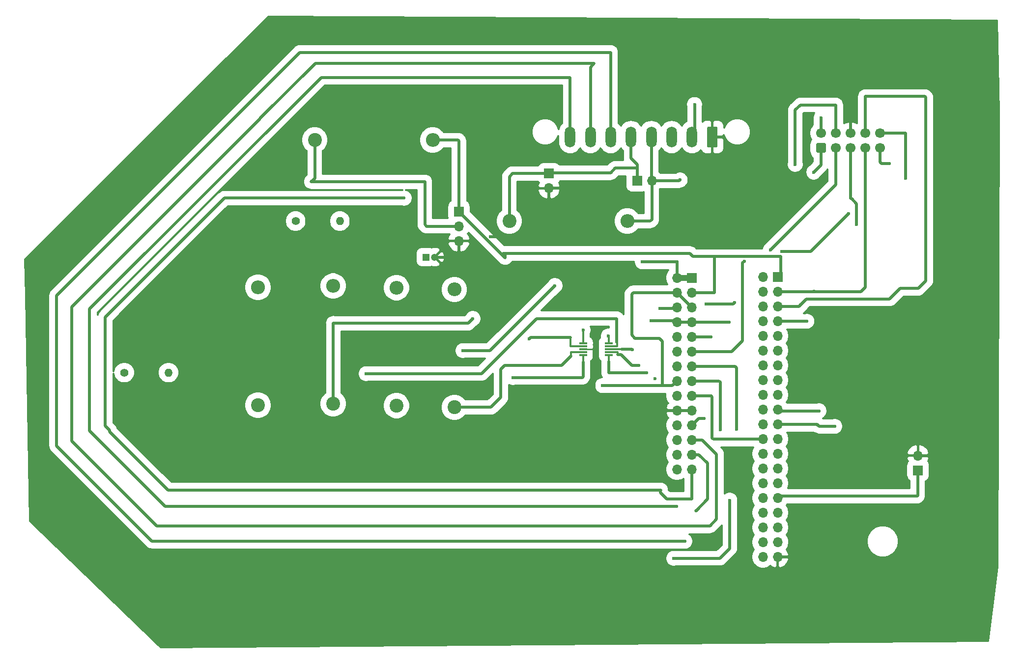
<source format=gbr>
%TF.GenerationSoftware,KiCad,Pcbnew,(5.1.9-0-10_14)*%
%TF.CreationDate,2021-02-20T16:02:38+00:00*%
%TF.ProjectId,base8x,62617365-3878-42e6-9b69-6361645f7063,rev?*%
%TF.SameCoordinates,Original*%
%TF.FileFunction,Copper,L4,Bot*%
%TF.FilePolarity,Positive*%
%FSLAX46Y46*%
G04 Gerber Fmt 4.6, Leading zero omitted, Abs format (unit mm)*
G04 Created by KiCad (PCBNEW (5.1.9-0-10_14)) date 2021-02-20 16:02:38*
%MOMM*%
%LPD*%
G01*
G04 APERTURE LIST*
%TA.AperFunction,ComponentPad*%
%ADD10O,1.700000X1.700000*%
%TD*%
%TA.AperFunction,ComponentPad*%
%ADD11R,1.700000X1.700000*%
%TD*%
%TA.AperFunction,ComponentPad*%
%ADD12O,1.400000X1.400000*%
%TD*%
%TA.AperFunction,ComponentPad*%
%ADD13C,1.400000*%
%TD*%
%TA.AperFunction,ComponentPad*%
%ADD14O,2.400000X2.400000*%
%TD*%
%TA.AperFunction,ComponentPad*%
%ADD15C,2.400000*%
%TD*%
%TA.AperFunction,ComponentPad*%
%ADD16C,1.700000*%
%TD*%
%TA.AperFunction,ComponentPad*%
%ADD17O,1.800000X3.600000*%
%TD*%
%TA.AperFunction,SMDPad,CuDef*%
%ADD18R,1.400000X0.300000*%
%TD*%
%TA.AperFunction,ComponentPad*%
%ADD19R,1.200000X1.200000*%
%TD*%
%TA.AperFunction,ComponentPad*%
%ADD20C,1.200000*%
%TD*%
%TA.AperFunction,ViaPad*%
%ADD21C,0.600000*%
%TD*%
%TA.AperFunction,Conductor*%
%ADD22C,0.300000*%
%TD*%
%TA.AperFunction,Conductor*%
%ADD23C,1.000000*%
%TD*%
%TA.AperFunction,Conductor*%
%ADD24C,0.500000*%
%TD*%
%TA.AperFunction,Conductor*%
%ADD25C,0.250000*%
%TD*%
%TA.AperFunction,Conductor*%
%ADD26C,0.100000*%
%TD*%
G04 APERTURE END LIST*
D10*
%TO.P,Raspberry_header1,40*%
%TO.N,Net-(Raspberry_header1-Pad40)*%
X-225640000Y-102690000D03*
%TO.P,Raspberry_header1,39*%
%TO.N,GND*%
X-223100000Y-102690000D03*
%TO.P,Raspberry_header1,38*%
%TO.N,Net-(Raspberry_header1-Pad38)*%
X-225640000Y-100150000D03*
%TO.P,Raspberry_header1,37*%
%TO.N,Net-(Raspberry_header1-Pad37)*%
X-223100000Y-100150000D03*
%TO.P,Raspberry_header1,36*%
%TO.N,Net-(Raspberry_header1-Pad36)*%
X-225640000Y-97610000D03*
%TO.P,Raspberry_header1,35*%
%TO.N,Net-(Raspberry_header1-Pad35)*%
X-223100000Y-97610000D03*
%TO.P,Raspberry_header1,34*%
%TO.N,Net-(Raspberry_header1-Pad34)*%
X-225640000Y-95070000D03*
%TO.P,Raspberry_header1,33*%
%TO.N,Net-(Raspberry_header1-Pad33)*%
X-223100000Y-95070000D03*
%TO.P,Raspberry_header1,32*%
%TO.N,Net-(Raspberry_header1-Pad32)*%
X-225640000Y-92530000D03*
%TO.P,Raspberry_header1,31*%
%TO.N,GPIO6*%
X-223100000Y-92530000D03*
%TO.P,Raspberry_header1,30*%
%TO.N,Net-(Raspberry_header1-Pad30)*%
X-225640000Y-89990000D03*
%TO.P,Raspberry_header1,29*%
%TO.N,Net-(Raspberry_header1-Pad29)*%
X-223100000Y-89990000D03*
%TO.P,Raspberry_header1,28*%
%TO.N,Net-(Raspberry_header1-Pad28)*%
X-225640000Y-87450000D03*
%TO.P,Raspberry_header1,27*%
%TO.N,Net-(Raspberry_header1-Pad27)*%
X-223100000Y-87450000D03*
%TO.P,Raspberry_header1,26*%
%TO.N,Net-(Raspberry_header1-Pad26)*%
X-225640000Y-84910000D03*
%TO.P,Raspberry_header1,25*%
%TO.N,Net-(Raspberry_header1-Pad25)*%
X-223100000Y-84910000D03*
%TO.P,Raspberry_header1,24*%
%TO.N,SCK*%
X-225640000Y-82370000D03*
%TO.P,Raspberry_header1,23*%
%TO.N,SCLK*%
X-223100000Y-82370000D03*
%TO.P,Raspberry_header1,22*%
%TO.N,Net-(Raspberry_header1-Pad22)*%
X-225640000Y-79830000D03*
%TO.P,Raspberry_header1,21*%
%TO.N,MISO*%
X-223100000Y-79830000D03*
%TO.P,Raspberry_header1,20*%
%TO.N,Net-(Raspberry_header1-Pad20)*%
X-225640000Y-77290000D03*
%TO.P,Raspberry_header1,19*%
%TO.N,MOSI*%
X-223100000Y-77290000D03*
%TO.P,Raspberry_header1,18*%
%TO.N,Net-(Raspberry_header1-Pad18)*%
X-225640000Y-74750000D03*
%TO.P,Raspberry_header1,17*%
%TO.N,Net-(Raspberry_header1-Pad17)*%
X-223100000Y-74750000D03*
%TO.P,Raspberry_header1,16*%
%TO.N,Net-(Raspberry_header1-Pad16)*%
X-225640000Y-72210000D03*
%TO.P,Raspberry_header1,15*%
%TO.N,Net-(Raspberry_header1-Pad15)*%
X-223100000Y-72210000D03*
%TO.P,Raspberry_header1,14*%
%TO.N,Net-(Raspberry_header1-Pad14)*%
X-225640000Y-69670000D03*
%TO.P,Raspberry_header1,13*%
%TO.N,Net-(Raspberry_header1-Pad13)*%
X-223100000Y-69670000D03*
%TO.P,Raspberry_header1,12*%
%TO.N,Net-(Raspberry_header1-Pad12)*%
X-225640000Y-67130000D03*
%TO.P,Raspberry_header1,11*%
%TO.N,Net-(Raspberry_header1-Pad11)*%
X-223100000Y-67130000D03*
%TO.P,Raspberry_header1,10*%
%TO.N,Net-(Raspberry_header1-Pad10)*%
X-225640000Y-64590000D03*
%TO.P,Raspberry_header1,9*%
%TO.N,Net-(Raspberry_header1-Pad9)*%
X-223100000Y-64590000D03*
%TO.P,Raspberry_header1,8*%
%TO.N,Net-(Raspberry_header1-Pad8)*%
X-225640000Y-62050000D03*
%TO.P,Raspberry_header1,7*%
%TO.N,CLK0*%
X-223100000Y-62050000D03*
%TO.P,Raspberry_header1,6*%
%TO.N,Net-(Raspberry_header1-Pad6)*%
X-225640000Y-59510000D03*
%TO.P,Raspberry_header1,5*%
%TO.N,SCL*%
X-223100000Y-59510000D03*
%TO.P,Raspberry_header1,4*%
%TO.N,Net-(Raspberry_header1-Pad4)*%
X-225640000Y-56970000D03*
%TO.P,Raspberry_header1,3*%
%TO.N,SDA*%
X-223100000Y-56970000D03*
%TO.P,Raspberry_header1,2*%
%TO.N,+5V*%
X-225640000Y-54430000D03*
D11*
%TO.P,Raspberry_header1,1*%
%TO.N,+3V3*%
X-223100000Y-54430000D03*
%TD*%
D12*
%TO.P,D2,2*%
%TO.N,Net-(D2-Pad2)*%
X-328071640Y-70898520D03*
D13*
%TO.P,D2,1*%
%TO.N,Net-(D2-Pad1)*%
X-335691640Y-70898520D03*
%TD*%
D12*
%TO.P,D1,2*%
%TO.N,Net-(D1-Pad2)*%
X-298550000Y-44800000D03*
D13*
%TO.P,D1,1*%
%TO.N,Net-(D1-Pad1)*%
X-306170000Y-44800000D03*
%TD*%
D14*
%TO.P,Resistor1,2*%
%TO.N,+3V3*%
X-282550000Y-30810000D03*
D15*
%TO.P,Resistor1,1*%
%TO.N,CLK0*%
X-302870000Y-30810000D03*
%TD*%
D14*
%TO.P,R5,2*%
%TO.N,A_I-*%
X-249021600Y-44780200D03*
D15*
%TO.P,R5,1*%
%TO.N,A_I-_EXT*%
X-269341600Y-44780200D03*
%TD*%
D14*
%TO.P,R4,2*%
%TO.N,Net-(R4-Pad2)*%
X-299690000Y-55970000D03*
D15*
%TO.P,R4,1*%
%TO.N,Net-(J4-Pad2)*%
X-299690000Y-76290000D03*
%TD*%
D14*
%TO.P,R3,2*%
%TO.N,+5V*%
X-278810000Y-56580000D03*
D15*
%TO.P,R3,1*%
%TO.N,Net-(R3-Pad1)*%
X-278810000Y-76900000D03*
%TD*%
D14*
%TO.P,R2,2*%
%TO.N,+5V*%
X-312650000Y-56200000D03*
D15*
%TO.P,R2,1*%
%TO.N,Net-(JP4-Pad1)*%
X-312650000Y-76520000D03*
%TD*%
D14*
%TO.P,R1,2*%
%TO.N,+5V*%
X-288790000Y-56280000D03*
D15*
%TO.P,R1,1*%
%TO.N,Net-(JP2-Pad1)*%
X-288790000Y-76600000D03*
%TD*%
%TO.P,J1,1*%
%TO.N,MISO*%
%TA.AperFunction,ComponentPad*%
G36*
G01*
X-215020600Y-33006400D02*
X-216220600Y-33006400D01*
G75*
G02*
X-216470600Y-32756400I0J250000D01*
G01*
X-216470600Y-31556400D01*
G75*
G02*
X-216220600Y-31306400I250000J0D01*
G01*
X-215020600Y-31306400D01*
G75*
G02*
X-214770600Y-31556400I0J-250000D01*
G01*
X-214770600Y-32756400D01*
G75*
G02*
X-215020600Y-33006400I-250000J0D01*
G01*
G37*
%TD.AperFunction*%
D16*
%TO.P,J1,3*%
%TO.N,SCK*%
X-213080600Y-32156400D03*
%TO.P,J1,5*%
%TO.N,A_V_D_EXT*%
X-210540600Y-32156400D03*
%TO.P,J1,7*%
%TO.N,SDA*%
X-208000600Y-32156400D03*
%TO.P,J1,9*%
%TO.N,/Vin*%
X-205460600Y-32156400D03*
%TO.P,J1,2*%
%TO.N,+5V*%
X-215620600Y-29616400D03*
%TO.P,J1,4*%
%TO.N,MOSI*%
X-213080600Y-29616400D03*
%TO.P,J1,6*%
%TO.N,GND*%
X-210540600Y-29616400D03*
%TO.P,J1,8*%
%TO.N,SCL*%
X-208000600Y-29616400D03*
%TO.P,J1,10*%
%TO.N,~A_CS*%
X-205460600Y-29616400D03*
%TD*%
D11*
%TO.P,J3,1*%
%TO.N,+5V*%
X-237910000Y-54570000D03*
D10*
%TO.P,J3,2*%
X-240450000Y-54570000D03*
%TO.P,J3,3*%
%TO.N,+3V3*%
X-237910000Y-57110000D03*
%TO.P,J3,4*%
%TO.N,A_V_D*%
X-240450000Y-57110000D03*
%TO.P,J3,5*%
X-237910000Y-59650000D03*
%TO.P,J3,6*%
%TO.N,SCL*%
X-240450000Y-59650000D03*
%TO.P,J3,7*%
%TO.N,SDA*%
X-237910000Y-62190000D03*
%TO.P,J3,8*%
X-240450000Y-62190000D03*
%TO.P,J3,9*%
%TO.N,SCL*%
X-237910000Y-64730000D03*
%TO.P,J3,10*%
%TO.N,Net-(J3-Pad10)*%
X-240450000Y-64730000D03*
%TO.P,J3,11*%
%TO.N,~A_CS*%
X-237910000Y-67270000D03*
%TO.P,J3,12*%
%TO.N,Net-(J3-Pad12)*%
X-240450000Y-67270000D03*
%TO.P,J3,13*%
%TO.N,MISO*%
X-237910000Y-69810000D03*
%TO.P,J3,14*%
%TO.N,Net-(J3-Pad14)*%
X-240450000Y-69810000D03*
%TO.P,J3,15*%
%TO.N,MOSI*%
X-237910000Y-72350000D03*
%TO.P,J3,16*%
%TO.N,A_V_D*%
X-240450000Y-72350000D03*
%TO.P,J3,17*%
%TO.N,SCK*%
X-237910000Y-74890000D03*
%TO.P,J3,18*%
%TO.N,Net-(J3-Pad18)*%
X-240450000Y-74890000D03*
%TO.P,J3,19*%
%TO.N,GND*%
X-237910000Y-77430000D03*
%TO.P,J3,20*%
X-240450000Y-77430000D03*
%TO.P,J3,21*%
%TO.N,A_I+*%
X-237910000Y-79970000D03*
%TO.P,J3,22*%
%TO.N,Net-(J3-Pad22)*%
X-240450000Y-79970000D03*
%TO.P,J3,23*%
%TO.N,A_V+*%
X-237910000Y-82510000D03*
%TO.P,J3,24*%
%TO.N,Net-(J3-Pad24)*%
X-240450000Y-82510000D03*
%TO.P,J3,25*%
%TO.N,A_V-*%
X-237910000Y-85050000D03*
%TO.P,J3,26*%
%TO.N,Net-(J3-Pad26)*%
X-240450000Y-85050000D03*
%TO.P,J3,27*%
%TO.N,A_I-*%
X-237910000Y-87590000D03*
%TO.P,J3,28*%
%TO.N,Net-(J3-Pad28)*%
X-240450000Y-87590000D03*
%TD*%
%TO.P,J9,1*%
%TO.N,GND*%
%TA.AperFunction,ComponentPad*%
G36*
G01*
X-233465800Y-28752200D02*
X-233465800Y-31852200D01*
G75*
G02*
X-233715800Y-32102200I-250000J0D01*
G01*
X-235015800Y-32102200D01*
G75*
G02*
X-235265800Y-31852200I0J250000D01*
G01*
X-235265800Y-28752200D01*
G75*
G02*
X-235015800Y-28502200I250000J0D01*
G01*
X-233715800Y-28502200D01*
G75*
G02*
X-233465800Y-28752200I0J-250000D01*
G01*
G37*
%TD.AperFunction*%
D17*
%TO.P,J9,2*%
%TO.N,/Vin*%
X-237865800Y-30302200D03*
%TO.P,J9,3*%
%TO.N,Net-(J9-Pad3)*%
X-241365800Y-30302200D03*
%TO.P,J9,4*%
%TO.N,A_I-*%
X-244865800Y-30302200D03*
%TO.P,J9,5*%
%TO.N,A_I-_EXT*%
X-248365800Y-30302200D03*
%TO.P,J9,6*%
%TO.N,A_V-*%
X-251865800Y-30302200D03*
%TO.P,J9,7*%
%TO.N,A_V+*%
X-255365800Y-30302200D03*
%TO.P,J9,8*%
%TO.N,A_I+*%
X-258865800Y-30302200D03*
%TD*%
D10*
%TO.P,P3,2*%
%TO.N,GND*%
X-262500000Y-39120000D03*
D11*
%TO.P,P3,1*%
%TO.N,A_I-_EXT*%
X-262500000Y-36580000D03*
%TD*%
%TO.P,P4,1*%
%TO.N,A_I-_EXT*%
X-247300000Y-37840000D03*
D10*
%TO.P,P4,2*%
%TO.N,A_I-*%
X-244760000Y-37840000D03*
%TD*%
D11*
%TO.P,Temp_sensor1,1*%
%TO.N,+3V3*%
X-278020000Y-43150000D03*
D10*
%TO.P,Temp_sensor1,2*%
%TO.N,CLK0*%
X-278020000Y-45690000D03*
%TO.P,Temp_sensor1,3*%
%TO.N,GND*%
X-278020000Y-48230000D03*
%TD*%
D18*
%TO.P,U1,1*%
%TO.N,Net-(R4-Pad2)*%
X-256630000Y-67850000D03*
%TO.P,U1,2*%
%TO.N,Net-(R3-Pad1)*%
X-256630000Y-67350000D03*
%TO.P,U1,3*%
%TO.N,GND*%
X-256630000Y-66850000D03*
%TO.P,U1,4*%
%TO.N,A_V_D_LOC*%
X-256630000Y-66350000D03*
%TO.P,U1,5*%
%TO.N,Net-(TP2-Pad1)*%
X-256630000Y-65850000D03*
%TO.P,U1,6*%
%TO.N,Net-(JP2-Pad1)*%
X-252230000Y-65850000D03*
%TO.P,U1,7*%
%TO.N,Net-(JP4-Pad1)*%
X-252230000Y-66350000D03*
%TO.P,U1,8*%
%TO.N,+5V*%
X-252230000Y-66850000D03*
%TO.P,U1,9*%
%TO.N,SDA*%
X-252230000Y-67350000D03*
%TO.P,U1,10*%
%TO.N,SCL*%
X-252230000Y-67850000D03*
%TD*%
D19*
%TO.P,C1,1*%
%TO.N,+5V*%
X-283718000Y-51003200D03*
D20*
%TO.P,C1,2*%
%TO.N,GND*%
X-282218000Y-51003200D03*
%TD*%
D11*
%TO.P,J5,1*%
%TO.N,GPIO6*%
X-198930000Y-87750000D03*
D10*
%TO.P,J5,2*%
%TO.N,GND*%
X-198930000Y-85210000D03*
%TD*%
D21*
%TO.N,+5V*%
X-248110000Y-66930000D03*
X-215620600Y-27030600D03*
X-240410000Y-51810010D03*
X-246419990Y-51810010D03*
X-235400000Y-59050000D03*
X-230540000Y-58840000D03*
%TO.N,GND*%
X-287570000Y-44750000D03*
X-269720000Y-60650000D03*
X-259850000Y-105480000D03*
X-326850000Y-53470000D03*
X-259040000Y-39080000D03*
X-278040000Y-51100000D03*
X-278040000Y-51100000D03*
X-272590000Y-47480000D03*
%TO.N,MISO*%
X-230150000Y-80680000D03*
X-216890000Y-36350000D03*
X-213270000Y-80170000D03*
X-216199990Y-79910000D03*
%TO.N,SCK*%
X-234590000Y-74890000D03*
X-224370000Y-49810000D03*
X-213080600Y-38350600D03*
%TO.N,A_V_D_EXT*%
X-244280000Y-71930000D03*
X-209520000Y-45400000D03*
%TO.N,SDA*%
X-247040000Y-69690000D03*
X-244890000Y-61930000D03*
X-244890000Y-61930000D03*
X-231470000Y-62190000D03*
X-216820000Y-56910000D03*
%TO.N,/Vin*%
X-237420000Y-24690000D03*
X-203890000Y-34860000D03*
%TO.N,MOSI*%
X-232990000Y-80770000D03*
X-215970000Y-77500000D03*
X-220070000Y-35000000D03*
%TO.N,SCL*%
X-245640000Y-70940000D03*
X-243370000Y-59840000D03*
X-234620000Y-64730000D03*
X-219165000Y-59265000D03*
%TO.N,~A_CS*%
X-201060000Y-37370000D03*
X-228860000Y-51690000D03*
X-222370000Y-50030000D03*
X-210880000Y-43480000D03*
%TO.N,A_V_D_LOC*%
X-265904500Y-65124500D03*
%TO.N,A_V_D*%
X-253280000Y-73150000D03*
%TO.N,A_I+*%
X-235810000Y-78800000D03*
X-240490000Y-93960000D03*
X-231350000Y-92910000D03*
X-241010000Y-102920000D03*
%TO.N,A_V-*%
X-239100000Y-99990000D03*
X-237150000Y-94700000D03*
%TO.N,A_I-*%
X-239910000Y-37700000D03*
X-287470000Y-40830000D03*
%TO.N,Net-(J4-Pad2)*%
X-275610000Y-61590000D03*
%TO.N,Net-(R4-Pad2)*%
X-268720000Y-71760000D03*
%TO.N,CLK0*%
X-218060000Y-62050000D03*
%TO.N,Net-(TP2-Pad1)*%
X-256630000Y-63550000D03*
%TO.N,Net-(JP2-Pad1)*%
X-252250000Y-64590000D03*
X-277320000Y-67120000D03*
X-261470000Y-55910000D03*
%TO.N,Net-(JP4-Pad1)*%
X-294020000Y-71100000D03*
%TD*%
D22*
%TO.N,+5V*%
X-252230000Y-66850000D02*
X-249990000Y-66850000D01*
D23*
X-237910000Y-54570000D02*
X-240450000Y-54570000D01*
X-225780000Y-54570000D02*
X-225640000Y-54430000D01*
D24*
X-248190000Y-66850000D02*
X-248110000Y-66930000D01*
X-249990000Y-66850000D02*
X-248190000Y-66850000D01*
X-215620600Y-29616400D02*
X-215620600Y-27030600D01*
X-215620600Y-27030600D02*
X-215620600Y-27030600D01*
X-240450000Y-54570000D02*
X-240450000Y-51850010D01*
X-240450000Y-51850010D02*
X-240410000Y-51810010D01*
X-240410000Y-51810010D02*
X-246419990Y-51810010D01*
X-246419990Y-51810010D02*
X-246419990Y-51810010D01*
X-230750000Y-59050000D02*
X-230540000Y-58840000D01*
X-235400000Y-59050000D02*
X-230750000Y-59050000D01*
D25*
%TO.N,GND*%
X-256630000Y-66850000D02*
X-254830000Y-66850000D01*
D24*
X-210540600Y-29600600D02*
X-210540600Y-29616400D01*
X-234365800Y-30302200D02*
X-232532200Y-30302200D01*
X-210540600Y-29616400D02*
X-210540600Y-27700600D01*
X-278020000Y-48230000D02*
X-278020000Y-48300000D01*
X-278020000Y-48300000D02*
X-278040000Y-48320000D01*
X-278040000Y-48320000D02*
X-278040000Y-51100000D01*
X-278356800Y-51003200D02*
X-282218000Y-51003200D01*
X-278040000Y-51320000D02*
X-278356800Y-51003200D01*
X-262500000Y-39120000D02*
X-259080000Y-39120000D01*
X-259080000Y-39120000D02*
X-259040000Y-39080000D01*
X-259040000Y-39080000D02*
X-258970000Y-39010000D01*
X-278040000Y-51100000D02*
X-278040000Y-51100000D01*
X-278040000Y-51100000D02*
X-278040000Y-51320000D01*
X-272590000Y-47480000D02*
X-262870000Y-47480000D01*
X-262500000Y-47110000D02*
X-262500000Y-39120000D01*
X-262870000Y-47480000D02*
X-262500000Y-47110000D01*
X-240450000Y-77430000D02*
X-237910000Y-77430000D01*
X-240450000Y-77430000D02*
X-254500000Y-77430000D01*
X-254500000Y-77430000D02*
X-254780000Y-77150000D01*
X-254780000Y-66900000D02*
X-254830000Y-66850000D01*
X-254780000Y-77150000D02*
X-254780000Y-66900000D01*
X-198930000Y-85210000D02*
X-194890000Y-85210000D01*
%TO.N,MISO*%
X-230150000Y-80680000D02*
X-230150000Y-80680000D01*
X-215620600Y-32156400D02*
X-215620600Y-35080600D01*
X-215620600Y-35080600D02*
X-216890000Y-36350000D01*
X-216890000Y-36350000D02*
X-216890000Y-36350000D01*
X-230150000Y-70100000D02*
X-230150000Y-80680000D01*
X-230440000Y-69810000D02*
X-230150000Y-70100000D01*
X-237910000Y-69810000D02*
X-230440000Y-69810000D01*
X-216279990Y-79830000D02*
X-216199990Y-79910000D01*
X-215939990Y-80170000D02*
X-216199990Y-79910000D01*
X-213270000Y-80170000D02*
X-215939990Y-80170000D01*
X-223100000Y-79830000D02*
X-216279990Y-79830000D01*
%TO.N,SCK*%
X-237910000Y-74890000D02*
X-234590000Y-74890000D01*
X-234590000Y-74890000D02*
X-234590000Y-74890000D01*
X-234390000Y-75090000D02*
X-234390000Y-82170000D01*
X-234190000Y-82370000D02*
X-225640000Y-82370000D01*
X-234390000Y-82170000D02*
X-234190000Y-82370000D01*
X-213080600Y-38350600D02*
X-213080600Y-38350600D01*
X-234590000Y-74890000D02*
X-234390000Y-75090000D01*
X-213080600Y-38520600D02*
X-213080600Y-38350600D01*
X-213080600Y-32156400D02*
X-213080600Y-38350600D01*
X-224370000Y-49810000D02*
X-213080600Y-38520600D01*
%TO.N,A_V_D_EXT*%
X-210540600Y-39040600D02*
X-210540600Y-39040600D01*
X-209520000Y-41780000D02*
X-209520000Y-45400000D01*
X-210400600Y-40899400D02*
X-209520000Y-41780000D01*
X-210540600Y-40899400D02*
X-210400600Y-40899400D01*
X-210540600Y-32156400D02*
X-210540600Y-40899400D01*
D22*
%TO.N,SDA*%
X-252230000Y-67350000D02*
X-250670000Y-67350000D01*
X-250680000Y-67360000D02*
X-250680000Y-67810000D01*
X-250670000Y-67350000D02*
X-250680000Y-67360000D01*
D24*
X-250680000Y-67810000D02*
X-250040000Y-67810000D01*
X-250040000Y-67810000D02*
X-248190000Y-69660000D01*
X-247970000Y-69660000D02*
X-247940000Y-69690000D01*
X-248190000Y-69660000D02*
X-247970000Y-69660000D01*
X-247070000Y-69660000D02*
X-247040000Y-69690000D01*
X-248190000Y-69660000D02*
X-247070000Y-69660000D01*
X-240710000Y-61930000D02*
X-240450000Y-62190000D01*
X-244890000Y-61930000D02*
X-240710000Y-61930000D01*
X-240450000Y-62190000D02*
X-237910000Y-62190000D01*
X-223100000Y-56970000D02*
X-208760000Y-56970000D01*
X-208000600Y-56210600D02*
X-208000600Y-32156400D01*
X-237910000Y-62190000D02*
X-231470000Y-62190000D01*
X-208760000Y-56970000D02*
X-208000600Y-56210600D01*
X-231470000Y-62190000D02*
X-231470000Y-62190000D01*
%TO.N,/Vin*%
X-237420000Y-29856400D02*
X-237865800Y-30302200D01*
X-237420000Y-24690000D02*
X-237420000Y-29856400D01*
X-203890000Y-34860000D02*
X-205180000Y-34860000D01*
X-205460600Y-34579400D02*
X-205460600Y-32156400D01*
X-205180000Y-34860000D02*
X-205460600Y-34579400D01*
%TO.N,MOSI*%
X-237910000Y-72350000D02*
X-233210000Y-72350000D01*
X-233210000Y-72350000D02*
X-232990000Y-72570000D01*
X-232990000Y-72570000D02*
X-232990000Y-80770000D01*
X-232990000Y-80770000D02*
X-232990000Y-80770000D01*
X-222890000Y-77500000D02*
X-223100000Y-77290000D01*
X-215970000Y-77500000D02*
X-222890000Y-77500000D01*
X-213080600Y-29616400D02*
X-213080600Y-24760600D01*
X-213080600Y-24760600D02*
X-213090000Y-24770000D01*
X-213090000Y-24770000D02*
X-219190000Y-24770000D01*
X-219190000Y-24770000D02*
X-220070000Y-25650000D01*
X-220070000Y-25650000D02*
X-220070000Y-35000000D01*
X-220070000Y-35000000D02*
X-220070000Y-35000000D01*
D22*
%TO.N,SCL*%
X-252230000Y-67850000D02*
X-252230000Y-68950000D01*
D24*
X-252230000Y-68950000D02*
X-252230000Y-70950000D01*
X-252230000Y-70950000D02*
X-252220000Y-70940000D01*
X-252220000Y-70940000D02*
X-245640000Y-70940000D01*
X-245640000Y-70940000D02*
X-245640000Y-70940000D01*
X-240640000Y-59840000D02*
X-240450000Y-59650000D01*
X-243370000Y-59840000D02*
X-240640000Y-59840000D01*
X-208000000Y-23300000D02*
X-208000600Y-23300600D01*
X-197570000Y-55100000D02*
X-197570000Y-23450000D01*
X-197720000Y-23300000D02*
X-208000000Y-23300000D01*
X-198861401Y-56391401D02*
X-197570000Y-55100000D01*
X-197570000Y-23450000D02*
X-197720000Y-23300000D01*
X-219410000Y-59510000D02*
X-219165000Y-59265000D01*
X-201981401Y-56391401D02*
X-198861401Y-56391401D01*
X-208000600Y-23300600D02*
X-208000600Y-29616400D01*
X-203820001Y-58230001D02*
X-201981401Y-56391401D01*
X-218130001Y-58230001D02*
X-203820001Y-58230001D01*
X-223100000Y-59510000D02*
X-220420000Y-59510000D01*
X-234620000Y-64730000D02*
X-234620000Y-64730000D01*
X-237910000Y-64730000D02*
X-234620000Y-64730000D01*
X-220420000Y-59510000D02*
X-219410000Y-59510000D01*
X-219165000Y-59265000D02*
X-218130001Y-58230001D01*
%TO.N,~A_CS*%
X-205460600Y-29616400D02*
X-201063600Y-29616400D01*
X-201063600Y-29616400D02*
X-201060000Y-29620000D01*
X-201060000Y-29620000D02*
X-201060000Y-37370000D01*
X-201060000Y-37370000D02*
X-201060000Y-37370000D01*
X-237910000Y-67270000D02*
X-231010000Y-67270000D01*
X-231010000Y-67270000D02*
X-229140000Y-65400000D01*
X-229140000Y-65400000D02*
X-229140000Y-51970000D01*
X-229140000Y-51970000D02*
X-228860000Y-51690000D01*
X-228860000Y-51690000D02*
X-228860000Y-51690000D01*
X-222370000Y-50030000D02*
X-217430000Y-50030000D01*
X-217430000Y-50030000D02*
X-210880000Y-43480000D01*
X-210880000Y-43480000D02*
X-210880000Y-43480000D01*
D22*
%TO.N,A_V_D_LOC*%
X-256630000Y-66350000D02*
X-258800000Y-66350000D01*
X-258800000Y-66350000D02*
X-258800000Y-64850000D01*
D24*
X-265630000Y-64850000D02*
X-265904500Y-65124500D01*
X-258800000Y-64850000D02*
X-265630000Y-64850000D01*
%TO.N,A_V_D*%
X-241250000Y-73150000D02*
X-240450000Y-72350000D01*
X-237910000Y-59650000D02*
X-240450000Y-57110000D01*
X-240450000Y-57110000D02*
X-247930000Y-57110000D01*
X-247930000Y-57110000D02*
X-248250000Y-57430000D01*
X-248250000Y-57430000D02*
X-248250000Y-64430000D01*
X-248250000Y-64430000D02*
X-247690000Y-64990000D01*
X-247690000Y-64990000D02*
X-243510000Y-64990000D01*
X-242980000Y-65520000D02*
X-242980000Y-73150000D01*
X-242980000Y-73150000D02*
X-241250000Y-73150000D01*
X-243510000Y-64990000D02*
X-242980000Y-65520000D01*
X-253280000Y-73150000D02*
X-242980000Y-73150000D01*
%TO.N,+3V3*%
X-233980000Y-57070000D02*
X-233980000Y-50880000D01*
X-234020000Y-57110000D02*
X-233980000Y-57070000D01*
X-237910000Y-57110000D02*
X-234020000Y-57110000D01*
X-282550000Y-30810000D02*
X-278170000Y-30810000D01*
X-278020000Y-30960000D02*
X-278020000Y-43150000D01*
X-278170000Y-30810000D02*
X-278020000Y-30960000D01*
X-233980000Y-50880000D02*
X-233100000Y-50880000D01*
X-222570000Y-53900000D02*
X-223100000Y-54430000D01*
X-222570000Y-50880000D02*
X-222570000Y-53900000D01*
X-233100000Y-50880000D02*
X-222570000Y-50880000D01*
X-237630000Y-50880000D02*
X-233100000Y-50880000D01*
X-237680000Y-50880000D02*
X-237630000Y-50880000D01*
X-270420000Y-50360000D02*
X-238200000Y-50360000D01*
X-278020000Y-43150000D02*
X-270070000Y-51100000D01*
X-238200000Y-50360000D02*
X-237680000Y-50880000D01*
X-270070000Y-50710000D02*
X-270420000Y-50360000D01*
X-270070000Y-51100000D02*
X-270070000Y-50710000D01*
%TO.N,A_I+*%
X-237910000Y-79970000D02*
X-236740000Y-78800000D01*
X-236740000Y-78800000D02*
X-235810000Y-78800000D01*
X-235810000Y-78800000D02*
X-235810000Y-78800000D01*
X-258865800Y-30302200D02*
X-258865800Y-20044200D01*
X-258865800Y-20044200D02*
X-301755800Y-20044200D01*
X-301755800Y-20044200D02*
X-341681600Y-59970000D01*
X-341681600Y-59970000D02*
X-341681600Y-80898400D01*
X-341681600Y-80898400D02*
X-328620000Y-93960000D01*
X-328620000Y-93960000D02*
X-240490000Y-93960000D01*
X-240490000Y-93960000D02*
X-240490000Y-93960000D01*
X-231350000Y-92910000D02*
X-231350000Y-101220000D01*
X-231350000Y-101220000D02*
X-233050000Y-102920000D01*
X-233050000Y-102920000D02*
X-241010000Y-102920000D01*
X-241010000Y-102920000D02*
X-241010000Y-102920000D01*
%TO.N,A_V+*%
X-233630000Y-84960000D02*
X-236080000Y-82510000D01*
X-312272188Y-27132188D02*
X-344750000Y-59610000D01*
X-233630000Y-96190000D02*
X-233630000Y-84960000D01*
X-234790000Y-97350000D02*
X-233630000Y-96190000D01*
X-236080000Y-82510000D02*
X-237910000Y-82510000D01*
X-344750000Y-59610000D02*
X-344750000Y-82680000D01*
X-330080000Y-97350000D02*
X-234790000Y-97350000D01*
X-255365800Y-30302200D02*
X-255365800Y-18265800D01*
X-254700000Y-17600000D02*
X-302760000Y-17600000D01*
X-312272188Y-27112188D02*
X-312272188Y-27132188D01*
X-255365800Y-18265800D02*
X-254700000Y-17600000D01*
X-344750000Y-82680000D02*
X-330080000Y-97350000D01*
X-302760000Y-17600000D02*
X-312272188Y-27112188D01*
%TO.N,A_V-*%
X-237910000Y-85050000D02*
X-236670000Y-85050000D01*
X-236670000Y-85050000D02*
X-235170000Y-86550000D01*
X-235170000Y-86550000D02*
X-235170000Y-92720000D01*
X-251865800Y-30302200D02*
X-251865800Y-18084200D01*
X-237200000Y-94750000D02*
X-237150000Y-94700000D01*
X-251865800Y-18084200D02*
X-251865800Y-17515800D01*
X-251865800Y-17515800D02*
X-251865800Y-15694200D01*
X-251865800Y-15694200D02*
X-251881600Y-15710000D01*
X-251881600Y-15710000D02*
X-305240000Y-15710000D01*
X-305240000Y-15710000D02*
X-305450000Y-15710000D01*
X-305450000Y-15710000D02*
X-347370000Y-57630000D01*
X-347370000Y-57630000D02*
X-347370000Y-83530000D01*
X-347370000Y-83530000D02*
X-330910000Y-99990000D01*
X-330910000Y-99990000D02*
X-239100000Y-99990000D01*
X-239100000Y-99990000D02*
X-239100000Y-99990000D01*
X-237150000Y-94700000D02*
X-235170000Y-92720000D01*
%TO.N,A_I-*%
X-244865800Y-37734200D02*
X-244760000Y-37840000D01*
X-244865800Y-30302200D02*
X-244865800Y-37734200D01*
X-240050000Y-37840000D02*
X-239910000Y-37700000D01*
X-244760000Y-37840000D02*
X-240050000Y-37840000D01*
X-249021600Y-44780200D02*
X-245050200Y-44780200D01*
X-244760000Y-44490000D02*
X-244760000Y-37840000D01*
X-245050200Y-44780200D02*
X-244760000Y-44490000D01*
X-237910000Y-87590000D02*
X-237910000Y-92730000D01*
X-237910000Y-92730000D02*
X-242220000Y-92730000D01*
X-242220000Y-92730000D02*
X-243350000Y-91600000D01*
X-243350000Y-91260000D02*
X-243240000Y-91150000D01*
X-243350000Y-91600000D02*
X-243350000Y-91260000D01*
X-243240000Y-91150000D02*
X-328150000Y-91150000D01*
X-328150000Y-91150000D02*
X-338190000Y-81110000D01*
X-338190000Y-81110000D02*
X-338190000Y-80860000D01*
X-338190000Y-80860000D02*
X-338940000Y-80110000D01*
X-338940000Y-80110000D02*
X-338940000Y-61340000D01*
X-338940000Y-61340000D02*
X-318430000Y-40830000D01*
X-318430000Y-40830000D02*
X-287470000Y-40830000D01*
X-287470000Y-40830000D02*
X-287470000Y-40830000D01*
%TO.N,Net-(J4-Pad2)*%
X-299690000Y-76290000D02*
X-299690000Y-62410000D01*
X-299690000Y-62410000D02*
X-299670000Y-62390000D01*
X-299690000Y-62410000D02*
X-276430000Y-62410000D01*
X-276430000Y-62410000D02*
X-275610000Y-61590000D01*
X-275610000Y-61590000D02*
X-275610000Y-61590000D01*
%TO.N,A_I-_EXT*%
X-248365800Y-33934200D02*
X-248365800Y-30302200D01*
X-247300000Y-35000000D02*
X-248365800Y-33934200D01*
X-247300000Y-35670000D02*
X-247300000Y-35000000D01*
X-247300000Y-37840000D02*
X-247300000Y-35670000D01*
X-262394400Y-36474400D02*
X-262500000Y-36580000D01*
X-251894400Y-36474400D02*
X-262394400Y-36474400D01*
X-251090000Y-35670000D02*
X-251894400Y-36474400D01*
X-247300000Y-35670000D02*
X-251090000Y-35670000D01*
X-262500000Y-36580000D02*
X-268780000Y-36580000D01*
X-269341600Y-37141600D02*
X-269341600Y-44780200D01*
X-268780000Y-36580000D02*
X-269341600Y-37141600D01*
D22*
%TO.N,Net-(R3-Pad1)*%
X-256630000Y-67350000D02*
X-258750000Y-67350000D01*
X-258750000Y-67350000D02*
X-258750000Y-68060000D01*
D24*
X-278810000Y-76900000D02*
X-272490000Y-76900000D01*
X-272490000Y-76900000D02*
X-270790000Y-75200000D01*
X-270790000Y-75200000D02*
X-270790000Y-70340000D01*
X-270790000Y-70340000D02*
X-270110000Y-69660000D01*
X-260350000Y-69660000D02*
X-258750000Y-68060000D01*
X-270110000Y-69660000D02*
X-260350000Y-69660000D01*
D22*
%TO.N,Net-(R4-Pad2)*%
X-256630000Y-67850000D02*
X-256630000Y-69060000D01*
X-256630000Y-69060000D02*
X-256600000Y-69090000D01*
D24*
X-256630000Y-69060000D02*
X-256630000Y-71600000D01*
X-256630000Y-71600000D02*
X-256790000Y-71760000D01*
X-256790000Y-71760000D02*
X-268580000Y-71760000D01*
X-268580000Y-71760000D02*
X-268720000Y-71760000D01*
X-268720000Y-71760000D02*
X-268720000Y-71760000D01*
%TO.N,CLK0*%
X-223100000Y-62050000D02*
X-219180000Y-62050000D01*
X-278020000Y-45690000D02*
X-283600000Y-45690000D01*
X-283600000Y-45690000D02*
X-283890000Y-45400000D01*
X-283890000Y-45400000D02*
X-283890000Y-38020000D01*
X-283890000Y-38020000D02*
X-283900000Y-38010000D01*
X-283900000Y-38010000D02*
X-303480000Y-38010000D01*
X-302870000Y-37400000D02*
X-302870000Y-30810000D01*
X-303480000Y-38010000D02*
X-302870000Y-37400000D01*
X-219180000Y-62050000D02*
X-219180000Y-62050000D01*
X-219180000Y-62050000D02*
X-218060000Y-62050000D01*
%TO.N,GPIO6*%
X-198958200Y-87778200D02*
X-198930000Y-87750000D01*
X-198958200Y-92098200D02*
X-198958200Y-87778200D01*
X-222790000Y-92220000D02*
X-199080000Y-92220000D01*
X-199080000Y-92220000D02*
X-198958200Y-92098200D01*
X-223100000Y-92530000D02*
X-222790000Y-92220000D01*
D22*
%TO.N,Net-(TP2-Pad1)*%
X-256630000Y-65850000D02*
X-256630000Y-63550000D01*
X-256630000Y-63550000D02*
X-256640000Y-63540000D01*
X-256630000Y-63550000D02*
X-256630000Y-63550000D01*
%TO.N,Net-(JP2-Pad1)*%
X-252230000Y-65850000D02*
X-252230000Y-64610000D01*
X-252230000Y-64610000D02*
X-252250000Y-64590000D01*
X-252250000Y-64590000D02*
X-252250000Y-64590000D01*
D24*
X-277320000Y-67120000D02*
X-272680000Y-67120000D01*
X-272680000Y-67120000D02*
X-261470000Y-55910000D01*
X-261470000Y-55910000D02*
X-261470000Y-55910000D01*
D22*
%TO.N,Net-(JP4-Pad1)*%
X-252230000Y-66350000D02*
X-250800000Y-66350000D01*
X-250800000Y-66350000D02*
X-250790000Y-66350000D01*
X-250800000Y-66350000D02*
X-250800000Y-65700000D01*
X-250800000Y-65700000D02*
X-250820000Y-65680000D01*
D24*
X-294020000Y-71100000D02*
X-274160000Y-71100000D01*
X-274160000Y-71100000D02*
X-264650000Y-61590000D01*
X-264650000Y-61590000D02*
X-250840000Y-61590000D01*
X-250840000Y-65660000D02*
X-250820000Y-65680000D01*
X-250840000Y-61590000D02*
X-250840000Y-65660000D01*
%TD*%
D22*
%TO.N,GND*%
X-185336936Y-10229196D02*
X-185010004Y-25981357D01*
X-185209977Y-104370408D01*
X-186819923Y-117153530D01*
X-329452415Y-118267027D01*
X-351961107Y-96545230D01*
X-352639911Y-57630000D01*
X-348776773Y-57630000D01*
X-348770000Y-57698769D01*
X-348769999Y-83461221D01*
X-348776773Y-83530000D01*
X-348749743Y-83804447D01*
X-348713628Y-83923501D01*
X-348669689Y-84068349D01*
X-348539689Y-84311562D01*
X-348527329Y-84326622D01*
X-348408582Y-84471316D01*
X-348408579Y-84471319D01*
X-348364738Y-84524739D01*
X-348311318Y-84568580D01*
X-331948580Y-100931319D01*
X-331904739Y-100984739D01*
X-331691562Y-101159690D01*
X-331448349Y-101289690D01*
X-331264502Y-101345459D01*
X-331184449Y-101369743D01*
X-331157462Y-101372401D01*
X-330978777Y-101390000D01*
X-330978770Y-101390000D01*
X-330910001Y-101396773D01*
X-330841232Y-101390000D01*
X-239494178Y-101390000D01*
X-239242813Y-101440000D01*
X-238957187Y-101440000D01*
X-238677051Y-101384277D01*
X-238413167Y-101274973D01*
X-238175679Y-101116289D01*
X-237973711Y-100914321D01*
X-237815027Y-100676833D01*
X-237705723Y-100412949D01*
X-237650000Y-100132813D01*
X-237650000Y-99847187D01*
X-237705723Y-99567051D01*
X-237815027Y-99303167D01*
X-237973711Y-99065679D01*
X-238175679Y-98863711D01*
X-238345860Y-98750000D01*
X-234858769Y-98750000D01*
X-234790000Y-98756773D01*
X-234721231Y-98750000D01*
X-234721223Y-98750000D01*
X-234515552Y-98729743D01*
X-234251651Y-98649690D01*
X-234008438Y-98519690D01*
X-233795261Y-98344739D01*
X-233751416Y-98291314D01*
X-232749999Y-97289898D01*
X-232749999Y-100640100D01*
X-233629898Y-101520000D01*
X-240615822Y-101520000D01*
X-240867187Y-101470000D01*
X-241152813Y-101470000D01*
X-241432949Y-101525723D01*
X-241696833Y-101635027D01*
X-241934321Y-101793711D01*
X-242136289Y-101995679D01*
X-242294973Y-102233167D01*
X-242404277Y-102497051D01*
X-242460000Y-102777187D01*
X-242460000Y-103062813D01*
X-242404277Y-103342949D01*
X-242294973Y-103606833D01*
X-242136289Y-103844321D01*
X-241934321Y-104046289D01*
X-241696833Y-104204973D01*
X-241432949Y-104314277D01*
X-241152813Y-104370000D01*
X-240867187Y-104370000D01*
X-240615822Y-104320000D01*
X-233118769Y-104320000D01*
X-233050000Y-104326773D01*
X-232981231Y-104320000D01*
X-232981223Y-104320000D01*
X-232775552Y-104299743D01*
X-232511651Y-104219690D01*
X-232268438Y-104089690D01*
X-232055261Y-103914739D01*
X-232011416Y-103861314D01*
X-230408681Y-102258580D01*
X-230355261Y-102214739D01*
X-230302130Y-102150000D01*
X-230239054Y-102073141D01*
X-230180310Y-102001562D01*
X-230050310Y-101758349D01*
X-229970257Y-101494448D01*
X-229950000Y-101288777D01*
X-229950000Y-101288770D01*
X-229943227Y-101220001D01*
X-229950000Y-101151232D01*
X-229950000Y-93304178D01*
X-229900000Y-93052813D01*
X-229900000Y-92767187D01*
X-229955723Y-92487051D01*
X-230065027Y-92223167D01*
X-230223711Y-91985679D01*
X-230425679Y-91783711D01*
X-230663167Y-91625027D01*
X-230927051Y-91515723D01*
X-231207187Y-91460000D01*
X-231492813Y-91460000D01*
X-231772949Y-91515723D01*
X-232036833Y-91625027D01*
X-232230000Y-91754097D01*
X-232230000Y-85028768D01*
X-232223227Y-84959999D01*
X-232230000Y-84891230D01*
X-232230000Y-84891223D01*
X-232247599Y-84712538D01*
X-232250257Y-84685551D01*
X-232303510Y-84510000D01*
X-232330310Y-84421651D01*
X-232460310Y-84178438D01*
X-232635261Y-83965261D01*
X-232688681Y-83921420D01*
X-232840101Y-83770000D01*
X-227283656Y-83770000D01*
X-227412377Y-83962645D01*
X-227563141Y-84326622D01*
X-227640000Y-84713017D01*
X-227640000Y-85106983D01*
X-227563141Y-85493378D01*
X-227412377Y-85857355D01*
X-227196792Y-86180000D01*
X-227412377Y-86502645D01*
X-227563141Y-86866622D01*
X-227640000Y-87253017D01*
X-227640000Y-87646983D01*
X-227563141Y-88033378D01*
X-227412377Y-88397355D01*
X-227196792Y-88720000D01*
X-227412377Y-89042645D01*
X-227563141Y-89406622D01*
X-227640000Y-89793017D01*
X-227640000Y-90186983D01*
X-227563141Y-90573378D01*
X-227412377Y-90937355D01*
X-227196792Y-91260000D01*
X-227412377Y-91582645D01*
X-227563141Y-91946622D01*
X-227640000Y-92333017D01*
X-227640000Y-92726983D01*
X-227563141Y-93113378D01*
X-227412377Y-93477355D01*
X-227196792Y-93800000D01*
X-227412377Y-94122645D01*
X-227563141Y-94486622D01*
X-227640000Y-94873017D01*
X-227640000Y-95266983D01*
X-227563141Y-95653378D01*
X-227412377Y-96017355D01*
X-227196792Y-96340000D01*
X-227412377Y-96662645D01*
X-227563141Y-97026622D01*
X-227640000Y-97413017D01*
X-227640000Y-97806983D01*
X-227563141Y-98193378D01*
X-227412377Y-98557355D01*
X-227196792Y-98880000D01*
X-227412377Y-99202645D01*
X-227563141Y-99566622D01*
X-227640000Y-99953017D01*
X-227640000Y-100346983D01*
X-227563141Y-100733378D01*
X-227412377Y-101097355D01*
X-227196792Y-101420000D01*
X-227412377Y-101742645D01*
X-227563141Y-102106622D01*
X-227640000Y-102493017D01*
X-227640000Y-102886983D01*
X-227563141Y-103273378D01*
X-227412377Y-103637355D01*
X-227193501Y-103964926D01*
X-226914926Y-104243501D01*
X-226587355Y-104462377D01*
X-226223378Y-104613141D01*
X-225836983Y-104690000D01*
X-225443017Y-104690000D01*
X-225056622Y-104613141D01*
X-224692645Y-104462377D01*
X-224365074Y-104243501D01*
X-224355851Y-104234278D01*
X-224187304Y-104368624D01*
X-223838928Y-104548492D01*
X-223462156Y-104656939D01*
X-223150000Y-104401876D01*
X-223150000Y-102740000D01*
X-223050000Y-102740000D01*
X-223050000Y-104401876D01*
X-222737844Y-104656939D01*
X-222361072Y-104548492D01*
X-222012696Y-104368624D01*
X-221706105Y-104124247D01*
X-221453081Y-103824753D01*
X-221263347Y-103481651D01*
X-221144194Y-103108126D01*
X-221133062Y-103052156D01*
X-221388230Y-102740000D01*
X-223050000Y-102740000D01*
X-223150000Y-102740000D01*
X-223170000Y-102740000D01*
X-223170000Y-102640000D01*
X-223150000Y-102640000D01*
X-223150000Y-102620000D01*
X-223050000Y-102620000D01*
X-223050000Y-102640000D01*
X-221388230Y-102640000D01*
X-221133062Y-102327844D01*
X-221144194Y-102271874D01*
X-221263347Y-101898349D01*
X-221453081Y-101555247D01*
X-221555542Y-101433969D01*
X-221546499Y-101424926D01*
X-221327623Y-101097355D01*
X-221176859Y-100733378D01*
X-221100000Y-100346983D01*
X-221100000Y-99953017D01*
X-221144530Y-99729149D01*
X-207750000Y-99729149D01*
X-207750000Y-100270851D01*
X-207644319Y-100802145D01*
X-207437018Y-101302613D01*
X-207136064Y-101753023D01*
X-206753023Y-102136064D01*
X-206302613Y-102437018D01*
X-205802145Y-102644319D01*
X-205270851Y-102750000D01*
X-204729149Y-102750000D01*
X-204197855Y-102644319D01*
X-203697387Y-102437018D01*
X-203246977Y-102136064D01*
X-202863936Y-101753023D01*
X-202562982Y-101302613D01*
X-202355681Y-100802145D01*
X-202250000Y-100270851D01*
X-202250000Y-99729149D01*
X-202355681Y-99197855D01*
X-202562982Y-98697387D01*
X-202863936Y-98246977D01*
X-203246977Y-97863936D01*
X-203697387Y-97562982D01*
X-204197855Y-97355681D01*
X-204729149Y-97250000D01*
X-205270851Y-97250000D01*
X-205802145Y-97355681D01*
X-206302613Y-97562982D01*
X-206753023Y-97863936D01*
X-207136064Y-98246977D01*
X-207437018Y-98697387D01*
X-207644319Y-99197855D01*
X-207750000Y-99729149D01*
X-221144530Y-99729149D01*
X-221176859Y-99566622D01*
X-221327623Y-99202645D01*
X-221543208Y-98880000D01*
X-221327623Y-98557355D01*
X-221176859Y-98193378D01*
X-221100000Y-97806983D01*
X-221100000Y-97413017D01*
X-221176859Y-97026622D01*
X-221327623Y-96662645D01*
X-221543208Y-96340000D01*
X-221327623Y-96017355D01*
X-221176859Y-95653378D01*
X-221100000Y-95266983D01*
X-221100000Y-94873017D01*
X-221176859Y-94486622D01*
X-221327623Y-94122645D01*
X-221543208Y-93800000D01*
X-221422935Y-93620000D01*
X-199148769Y-93620000D01*
X-199080000Y-93626773D01*
X-199011231Y-93620000D01*
X-199011223Y-93620000D01*
X-198805552Y-93599743D01*
X-198541651Y-93519690D01*
X-198298438Y-93389690D01*
X-198085261Y-93214739D01*
X-198041416Y-93161314D01*
X-198016882Y-93136780D01*
X-197963462Y-93092939D01*
X-197788510Y-92879762D01*
X-197658510Y-92636549D01*
X-197578457Y-92372648D01*
X-197558200Y-92166977D01*
X-197558200Y-92166970D01*
X-197551427Y-92098201D01*
X-197558200Y-92029432D01*
X-197558200Y-89625063D01*
X-197438003Y-89560816D01*
X-197262893Y-89417107D01*
X-197119184Y-89241997D01*
X-197012398Y-89042215D01*
X-196946640Y-88825439D01*
X-196924436Y-88600000D01*
X-196924436Y-86900000D01*
X-196946640Y-86674561D01*
X-197012398Y-86457785D01*
X-197119184Y-86258003D01*
X-197188441Y-86173613D01*
X-197093347Y-86001651D01*
X-196974194Y-85628126D01*
X-196963062Y-85572156D01*
X-197218230Y-85260000D01*
X-198880000Y-85260000D01*
X-198880000Y-85280000D01*
X-198980000Y-85280000D01*
X-198980000Y-85260000D01*
X-200641770Y-85260000D01*
X-200896938Y-85572156D01*
X-200885806Y-85628126D01*
X-200766653Y-86001651D01*
X-200671559Y-86173613D01*
X-200740816Y-86258003D01*
X-200847602Y-86457785D01*
X-200913360Y-86674561D01*
X-200935564Y-86900000D01*
X-200935564Y-88600000D01*
X-200913360Y-88825439D01*
X-200847602Y-89042215D01*
X-200740816Y-89241997D01*
X-200597107Y-89417107D01*
X-200421997Y-89560816D01*
X-200358199Y-89594917D01*
X-200358200Y-90820000D01*
X-221279013Y-90820000D01*
X-221176859Y-90573378D01*
X-221100000Y-90186983D01*
X-221100000Y-89793017D01*
X-221176859Y-89406622D01*
X-221327623Y-89042645D01*
X-221543208Y-88720000D01*
X-221327623Y-88397355D01*
X-221176859Y-88033378D01*
X-221100000Y-87646983D01*
X-221100000Y-87253017D01*
X-221176859Y-86866622D01*
X-221327623Y-86502645D01*
X-221543208Y-86180000D01*
X-221327623Y-85857355D01*
X-221176859Y-85493378D01*
X-221100000Y-85106983D01*
X-221100000Y-84847844D01*
X-200896938Y-84847844D01*
X-200641770Y-85160000D01*
X-198980000Y-85160000D01*
X-198980000Y-83498124D01*
X-198880000Y-83498124D01*
X-198880000Y-85160000D01*
X-197218230Y-85160000D01*
X-196963062Y-84847844D01*
X-196974194Y-84791874D01*
X-197093347Y-84418349D01*
X-197283081Y-84075247D01*
X-197536105Y-83775753D01*
X-197842696Y-83531376D01*
X-198191072Y-83351508D01*
X-198567844Y-83243061D01*
X-198880000Y-83498124D01*
X-198980000Y-83498124D01*
X-199292156Y-83243061D01*
X-199668928Y-83351508D01*
X-200017304Y-83531376D01*
X-200323895Y-83775753D01*
X-200576919Y-84075247D01*
X-200766653Y-84418349D01*
X-200885806Y-84791874D01*
X-200896938Y-84847844D01*
X-221100000Y-84847844D01*
X-221100000Y-84713017D01*
X-221176859Y-84326622D01*
X-221327623Y-83962645D01*
X-221543208Y-83640000D01*
X-221327623Y-83317355D01*
X-221176859Y-82953378D01*
X-221100000Y-82566983D01*
X-221100000Y-82173017D01*
X-221176859Y-81786622D01*
X-221327623Y-81422645D01*
X-221456344Y-81230000D01*
X-216855209Y-81230000D01*
X-216721552Y-81339690D01*
X-216478339Y-81469690D01*
X-216214438Y-81549743D01*
X-216008767Y-81570000D01*
X-216008759Y-81570000D01*
X-215939990Y-81576773D01*
X-215871221Y-81570000D01*
X-213664178Y-81570000D01*
X-213412813Y-81620000D01*
X-213127187Y-81620000D01*
X-212847051Y-81564277D01*
X-212583167Y-81454973D01*
X-212345679Y-81296289D01*
X-212143711Y-81094321D01*
X-211985027Y-80856833D01*
X-211875723Y-80592949D01*
X-211820000Y-80312813D01*
X-211820000Y-80027187D01*
X-211875723Y-79747051D01*
X-211985027Y-79483167D01*
X-212143711Y-79245679D01*
X-212345679Y-79043711D01*
X-212583167Y-78885027D01*
X-212847051Y-78775723D01*
X-213127187Y-78720000D01*
X-213412813Y-78720000D01*
X-213664178Y-78770000D01*
X-215260758Y-78770000D01*
X-215045679Y-78626289D01*
X-214843711Y-78424321D01*
X-214685027Y-78186833D01*
X-214575723Y-77922949D01*
X-214520000Y-77642813D01*
X-214520000Y-77357187D01*
X-214575723Y-77077051D01*
X-214685027Y-76813167D01*
X-214843711Y-76575679D01*
X-215045679Y-76373711D01*
X-215283167Y-76215027D01*
X-215547051Y-76105723D01*
X-215827187Y-76050000D01*
X-216112813Y-76050000D01*
X-216364178Y-76100000D01*
X-221489753Y-76100000D01*
X-221543208Y-76020000D01*
X-221327623Y-75697355D01*
X-221176859Y-75333378D01*
X-221100000Y-74946983D01*
X-221100000Y-74553017D01*
X-221176859Y-74166622D01*
X-221327623Y-73802645D01*
X-221543208Y-73480000D01*
X-221327623Y-73157355D01*
X-221176859Y-72793378D01*
X-221100000Y-72406983D01*
X-221100000Y-72013017D01*
X-221176859Y-71626622D01*
X-221327623Y-71262645D01*
X-221543208Y-70940000D01*
X-221327623Y-70617355D01*
X-221176859Y-70253378D01*
X-221100000Y-69866983D01*
X-221100000Y-69473017D01*
X-221176859Y-69086622D01*
X-221327623Y-68722645D01*
X-221543208Y-68400000D01*
X-221327623Y-68077355D01*
X-221176859Y-67713378D01*
X-221100000Y-67326983D01*
X-221100000Y-66933017D01*
X-221176859Y-66546622D01*
X-221327623Y-66182645D01*
X-221543208Y-65860000D01*
X-221327623Y-65537355D01*
X-221176859Y-65173378D01*
X-221100000Y-64786983D01*
X-221100000Y-64393017D01*
X-221176859Y-64006622D01*
X-221327623Y-63642645D01*
X-221456344Y-63450000D01*
X-218454178Y-63450000D01*
X-218202813Y-63500000D01*
X-217917187Y-63500000D01*
X-217637051Y-63444277D01*
X-217373167Y-63334973D01*
X-217135679Y-63176289D01*
X-216933711Y-62974321D01*
X-216775027Y-62736833D01*
X-216665723Y-62472949D01*
X-216610000Y-62192813D01*
X-216610000Y-61907187D01*
X-216665723Y-61627051D01*
X-216775027Y-61363167D01*
X-216933711Y-61125679D01*
X-217135679Y-60923711D01*
X-217373167Y-60765027D01*
X-217637051Y-60655723D01*
X-217917187Y-60600000D01*
X-218202813Y-60600000D01*
X-218454178Y-60650000D01*
X-218592261Y-60650000D01*
X-218436255Y-60521968D01*
X-218240679Y-60391289D01*
X-218038711Y-60189321D01*
X-217896322Y-59976220D01*
X-217550102Y-59630001D01*
X-203888770Y-59630001D01*
X-203820001Y-59636774D01*
X-203751232Y-59630001D01*
X-203751224Y-59630001D01*
X-203545553Y-59609744D01*
X-203281652Y-59529691D01*
X-203038439Y-59399691D01*
X-202825262Y-59224740D01*
X-202781417Y-59171315D01*
X-201401502Y-57791401D01*
X-198930170Y-57791401D01*
X-198861401Y-57798174D01*
X-198792632Y-57791401D01*
X-198792624Y-57791401D01*
X-198586953Y-57771144D01*
X-198323052Y-57691091D01*
X-198079839Y-57561091D01*
X-197866662Y-57386140D01*
X-197822817Y-57332715D01*
X-196628677Y-56138575D01*
X-196575262Y-56094739D01*
X-196531424Y-56041323D01*
X-196531418Y-56041317D01*
X-196448524Y-55940310D01*
X-196400310Y-55881562D01*
X-196270310Y-55638349D01*
X-196190257Y-55374448D01*
X-196170000Y-55168777D01*
X-196170000Y-55168769D01*
X-196163227Y-55100000D01*
X-196170000Y-55031231D01*
X-196170000Y-23518768D01*
X-196163227Y-23449999D01*
X-196170000Y-23381230D01*
X-196170000Y-23381223D01*
X-196190257Y-23175552D01*
X-196270310Y-22911651D01*
X-196400310Y-22668438D01*
X-196575261Y-22455261D01*
X-196628686Y-22411416D01*
X-196681416Y-22358686D01*
X-196725261Y-22305261D01*
X-196938438Y-22130310D01*
X-197181651Y-22000310D01*
X-197445552Y-21920257D01*
X-197651223Y-21900000D01*
X-197651231Y-21900000D01*
X-197720000Y-21893227D01*
X-197788769Y-21900000D01*
X-207931231Y-21900000D01*
X-208000000Y-21893227D01*
X-208068769Y-21900000D01*
X-208068777Y-21900000D01*
X-208274448Y-21920257D01*
X-208538349Y-22000310D01*
X-208781562Y-22130310D01*
X-208994739Y-22305261D01*
X-208995012Y-22305594D01*
X-208995339Y-22305862D01*
X-209170290Y-22519039D01*
X-209300290Y-22762252D01*
X-209380343Y-23026153D01*
X-209400600Y-23231824D01*
X-209400600Y-23231831D01*
X-209407373Y-23300600D01*
X-209400600Y-23369369D01*
X-209400599Y-27961407D01*
X-209744897Y-27770957D01*
X-210120214Y-27651183D01*
X-210511687Y-27606931D01*
X-210904271Y-27639901D01*
X-211282879Y-27748827D01*
X-211632961Y-27929523D01*
X-211680600Y-27961356D01*
X-211680600Y-24829369D01*
X-211673827Y-24760600D01*
X-211680600Y-24691831D01*
X-211680600Y-24691823D01*
X-211700857Y-24486152D01*
X-211780910Y-24222251D01*
X-211910910Y-23979038D01*
X-212085861Y-23765861D01*
X-212299038Y-23590910D01*
X-212542251Y-23460910D01*
X-212806152Y-23380857D01*
X-213080600Y-23353826D01*
X-213244815Y-23370000D01*
X-219121231Y-23370000D01*
X-219190000Y-23363227D01*
X-219258769Y-23370000D01*
X-219258777Y-23370000D01*
X-219464448Y-23390257D01*
X-219728349Y-23470310D01*
X-219971562Y-23600310D01*
X-220184739Y-23775261D01*
X-220228582Y-23828684D01*
X-221011318Y-24611420D01*
X-221064739Y-24655262D01*
X-221239690Y-24868439D01*
X-221369690Y-25111652D01*
X-221449743Y-25375553D01*
X-221470000Y-25581224D01*
X-221470000Y-25581231D01*
X-221476773Y-25650000D01*
X-221470000Y-25718769D01*
X-221469999Y-34605817D01*
X-221520000Y-34857187D01*
X-221520000Y-35142813D01*
X-221464277Y-35422949D01*
X-221354973Y-35686833D01*
X-221196289Y-35924321D01*
X-220994321Y-36126289D01*
X-220756833Y-36284973D01*
X-220492949Y-36394277D01*
X-220212813Y-36450000D01*
X-219927187Y-36450000D01*
X-219647051Y-36394277D01*
X-219383167Y-36284973D01*
X-219145679Y-36126289D01*
X-218943711Y-35924321D01*
X-218785027Y-35686833D01*
X-218675723Y-35422949D01*
X-218620000Y-35142813D01*
X-218620000Y-34857187D01*
X-218670000Y-34605822D01*
X-218670000Y-26229898D01*
X-218610102Y-26170000D01*
X-216789466Y-26170000D01*
X-216905573Y-26343767D01*
X-217014877Y-26607651D01*
X-217070600Y-26887787D01*
X-217070600Y-27173413D01*
X-217020599Y-27424782D01*
X-217020599Y-28187972D01*
X-217174101Y-28341474D01*
X-217392977Y-28669045D01*
X-217543741Y-29033022D01*
X-217620600Y-29419417D01*
X-217620600Y-29813383D01*
X-217543741Y-30199778D01*
X-217392977Y-30563755D01*
X-217313328Y-30682958D01*
X-217389284Y-30775510D01*
X-217519172Y-31018514D01*
X-217599156Y-31282188D01*
X-217626164Y-31556400D01*
X-217626164Y-32756400D01*
X-217599156Y-33030612D01*
X-217519172Y-33294286D01*
X-217389284Y-33537290D01*
X-217214484Y-33750284D01*
X-217020599Y-33909401D01*
X-217020599Y-34500701D01*
X-217601220Y-35081322D01*
X-217814321Y-35223711D01*
X-218016289Y-35425679D01*
X-218174973Y-35663167D01*
X-218284277Y-35927051D01*
X-218340000Y-36207187D01*
X-218340000Y-36492813D01*
X-218284277Y-36772949D01*
X-218174973Y-37036833D01*
X-218016289Y-37274321D01*
X-217814321Y-37476289D01*
X-217576833Y-37634973D01*
X-217312949Y-37744277D01*
X-217032813Y-37800000D01*
X-216747187Y-37800000D01*
X-216467051Y-37744277D01*
X-216203167Y-37634973D01*
X-215965679Y-37476289D01*
X-215763711Y-37274321D01*
X-215621322Y-37061220D01*
X-214679281Y-36119180D01*
X-214625861Y-36075339D01*
X-214556035Y-35990257D01*
X-214511550Y-35936051D01*
X-214480599Y-35898338D01*
X-214480599Y-37940700D01*
X-225081220Y-48541322D01*
X-225294321Y-48683711D01*
X-225496289Y-48885679D01*
X-225654973Y-49123167D01*
X-225764277Y-49387051D01*
X-225782766Y-49480000D01*
X-233911223Y-49480000D01*
X-233980000Y-49473226D01*
X-234048777Y-49480000D01*
X-237100102Y-49480000D01*
X-237161416Y-49418686D01*
X-237205261Y-49365261D01*
X-237418438Y-49190310D01*
X-237661651Y-49060310D01*
X-237925552Y-48980257D01*
X-238131223Y-48960000D01*
X-238131231Y-48960000D01*
X-238200000Y-48953227D01*
X-238268769Y-48960000D01*
X-270230101Y-48960000D01*
X-276014436Y-43175666D01*
X-276014436Y-42300000D01*
X-276036640Y-42074561D01*
X-276102398Y-41857785D01*
X-276209184Y-41658003D01*
X-276352893Y-41482893D01*
X-276528003Y-41339184D01*
X-276620000Y-41290010D01*
X-276620000Y-31028768D01*
X-276613227Y-30959999D01*
X-276620000Y-30891230D01*
X-276620000Y-30891223D01*
X-276640257Y-30685552D01*
X-276720310Y-30421651D01*
X-276850310Y-30178438D01*
X-276966562Y-30036786D01*
X-276981418Y-30018684D01*
X-276981420Y-30018682D01*
X-277025262Y-29965261D01*
X-277078682Y-29921420D01*
X-277131416Y-29868686D01*
X-277175261Y-29815261D01*
X-277388438Y-29640310D01*
X-277631651Y-29510310D01*
X-277895552Y-29430257D01*
X-278101223Y-29410000D01*
X-278101231Y-29410000D01*
X-278170000Y-29403227D01*
X-278238769Y-29410000D01*
X-280659129Y-29410000D01*
X-280724636Y-29311962D01*
X-281051962Y-28984636D01*
X-281436857Y-28727457D01*
X-281864530Y-28550309D01*
X-282318545Y-28460000D01*
X-282781455Y-28460000D01*
X-283235470Y-28550309D01*
X-283663143Y-28727457D01*
X-284048038Y-28984636D01*
X-284375364Y-29311962D01*
X-284632543Y-29696857D01*
X-284809691Y-30124530D01*
X-284900000Y-30578545D01*
X-284900000Y-31041455D01*
X-284809691Y-31495470D01*
X-284632543Y-31923143D01*
X-284375364Y-32308038D01*
X-284048038Y-32635364D01*
X-283663143Y-32892543D01*
X-283235470Y-33069691D01*
X-282781455Y-33160000D01*
X-282318545Y-33160000D01*
X-281864530Y-33069691D01*
X-281436857Y-32892543D01*
X-281051962Y-32635364D01*
X-280724636Y-32308038D01*
X-280659129Y-32210000D01*
X-279420000Y-32210000D01*
X-279419999Y-41290010D01*
X-279511997Y-41339184D01*
X-279687107Y-41482893D01*
X-279830816Y-41658003D01*
X-279937602Y-41857785D01*
X-280003360Y-42074561D01*
X-280025564Y-42300000D01*
X-280025564Y-44000000D01*
X-280003360Y-44225439D01*
X-279983776Y-44290000D01*
X-282490000Y-44290000D01*
X-282490000Y-38088768D01*
X-282483227Y-38019999D01*
X-282490000Y-37951230D01*
X-282490000Y-37951223D01*
X-282510257Y-37745552D01*
X-282590310Y-37481651D01*
X-282720310Y-37238438D01*
X-282895261Y-37025261D01*
X-282900753Y-37020753D01*
X-282905261Y-37015261D01*
X-283118438Y-36840310D01*
X-283361651Y-36710310D01*
X-283625552Y-36630257D01*
X-283831223Y-36610000D01*
X-283831231Y-36610000D01*
X-283900000Y-36603227D01*
X-283968769Y-36610000D01*
X-301470000Y-36610000D01*
X-301470000Y-32700871D01*
X-301371962Y-32635364D01*
X-301044636Y-32308038D01*
X-300787457Y-31923143D01*
X-300610309Y-31495470D01*
X-300520000Y-31041455D01*
X-300520000Y-30578545D01*
X-300610309Y-30124530D01*
X-300787457Y-29696857D01*
X-301044636Y-29311962D01*
X-301371962Y-28984636D01*
X-301756857Y-28727457D01*
X-302184530Y-28550309D01*
X-302638545Y-28460000D01*
X-303101455Y-28460000D01*
X-303555470Y-28550309D01*
X-303983143Y-28727457D01*
X-304368038Y-28984636D01*
X-304695364Y-29311962D01*
X-304952543Y-29696857D01*
X-305129691Y-30124530D01*
X-305220000Y-30578545D01*
X-305220000Y-31041455D01*
X-305129691Y-31495470D01*
X-304952543Y-31923143D01*
X-304695364Y-32308038D01*
X-304368038Y-32635364D01*
X-304269999Y-32700871D01*
X-304270000Y-36820102D01*
X-304421314Y-36971416D01*
X-304474739Y-37015261D01*
X-304649690Y-37228438D01*
X-304779690Y-37471651D01*
X-304859743Y-37735552D01*
X-304886774Y-38010000D01*
X-304859743Y-38284448D01*
X-304779690Y-38548349D01*
X-304649690Y-38791562D01*
X-304474739Y-39004739D01*
X-304261562Y-39179690D01*
X-304018349Y-39309690D01*
X-303754448Y-39389743D01*
X-303548777Y-39410000D01*
X-303548769Y-39410000D01*
X-303480000Y-39416773D01*
X-303411231Y-39410000D01*
X-287763632Y-39410000D01*
X-287864178Y-39430000D01*
X-318361232Y-39430000D01*
X-318430001Y-39423227D01*
X-318498770Y-39430000D01*
X-318498777Y-39430000D01*
X-318677462Y-39447599D01*
X-318704449Y-39450257D01*
X-318784502Y-39474541D01*
X-318968349Y-39530310D01*
X-319211562Y-39660310D01*
X-319424739Y-39835261D01*
X-319468580Y-39888681D01*
X-339881318Y-60301420D01*
X-339934738Y-60345261D01*
X-339978579Y-60398681D01*
X-339978582Y-60398684D01*
X-340004071Y-60429743D01*
X-340109689Y-60558438D01*
X-340179252Y-60688581D01*
X-340239689Y-60801651D01*
X-340281600Y-60939813D01*
X-340281600Y-60549898D01*
X-301175901Y-21444200D01*
X-260265799Y-21444200D01*
X-260265800Y-27899181D01*
X-260322382Y-27945617D01*
X-260578559Y-28257770D01*
X-260768916Y-28613903D01*
X-260864129Y-28927779D01*
X-260906109Y-28716730D01*
X-261083257Y-28289057D01*
X-261340436Y-27904162D01*
X-261667762Y-27576836D01*
X-262052657Y-27319657D01*
X-262480330Y-27142509D01*
X-262934345Y-27052200D01*
X-263397255Y-27052200D01*
X-263851270Y-27142509D01*
X-264278943Y-27319657D01*
X-264663838Y-27576836D01*
X-264991164Y-27904162D01*
X-265248343Y-28289057D01*
X-265425491Y-28716730D01*
X-265515800Y-29170745D01*
X-265515800Y-29633655D01*
X-265425491Y-30087670D01*
X-265248343Y-30515343D01*
X-264991164Y-30900238D01*
X-264663838Y-31227564D01*
X-264278943Y-31484743D01*
X-263851270Y-31661891D01*
X-263397255Y-31752200D01*
X-262934345Y-31752200D01*
X-262480330Y-31661891D01*
X-262052657Y-31484743D01*
X-261667762Y-31227564D01*
X-261340436Y-30900238D01*
X-261083257Y-30515343D01*
X-260915800Y-30111066D01*
X-260915800Y-31302908D01*
X-260886138Y-31604069D01*
X-260768917Y-31990496D01*
X-260578560Y-32346630D01*
X-260322383Y-32658783D01*
X-260010230Y-32914960D01*
X-259654097Y-33105317D01*
X-259267670Y-33222538D01*
X-258865800Y-33262119D01*
X-258463931Y-33222538D01*
X-258077504Y-33105317D01*
X-257721370Y-32914960D01*
X-257409217Y-32658783D01*
X-257153040Y-32346630D01*
X-257115800Y-32276959D01*
X-257078560Y-32346630D01*
X-256822383Y-32658783D01*
X-256510230Y-32914960D01*
X-256154097Y-33105317D01*
X-255767670Y-33222538D01*
X-255365800Y-33262119D01*
X-254963931Y-33222538D01*
X-254577504Y-33105317D01*
X-254221370Y-32914960D01*
X-253909217Y-32658783D01*
X-253653040Y-32346630D01*
X-253615800Y-32276959D01*
X-253578560Y-32346630D01*
X-253322383Y-32658783D01*
X-253010230Y-32914960D01*
X-252654097Y-33105317D01*
X-252267670Y-33222538D01*
X-251865800Y-33262119D01*
X-251463931Y-33222538D01*
X-251077504Y-33105317D01*
X-250721370Y-32914960D01*
X-250409217Y-32658783D01*
X-250153040Y-32346630D01*
X-250115800Y-32276959D01*
X-250078560Y-32346630D01*
X-249822383Y-32658783D01*
X-249765800Y-32705220D01*
X-249765800Y-33865431D01*
X-249772573Y-33934200D01*
X-249765800Y-34002969D01*
X-249765800Y-34002976D01*
X-249745543Y-34208647D01*
X-249726932Y-34270000D01*
X-251021232Y-34270000D01*
X-251090001Y-34263227D01*
X-251158770Y-34270000D01*
X-251158777Y-34270000D01*
X-251337462Y-34287599D01*
X-251364449Y-34290257D01*
X-251393399Y-34299039D01*
X-251628349Y-34370310D01*
X-251871562Y-34500310D01*
X-252084739Y-34675261D01*
X-252128584Y-34728686D01*
X-252474298Y-35074400D01*
X-260700348Y-35074400D01*
X-260832893Y-34912893D01*
X-261008003Y-34769184D01*
X-261207785Y-34662398D01*
X-261424561Y-34596640D01*
X-261650000Y-34574436D01*
X-263350000Y-34574436D01*
X-263575439Y-34596640D01*
X-263792215Y-34662398D01*
X-263991997Y-34769184D01*
X-264167107Y-34912893D01*
X-264310816Y-35088003D01*
X-264359990Y-35180000D01*
X-268711232Y-35180000D01*
X-268780001Y-35173227D01*
X-268848770Y-35180000D01*
X-268848777Y-35180000D01*
X-269027462Y-35197599D01*
X-269054449Y-35200257D01*
X-269131766Y-35223711D01*
X-269318349Y-35280310D01*
X-269561562Y-35410310D01*
X-269774739Y-35585261D01*
X-269818582Y-35638684D01*
X-270282918Y-36103020D01*
X-270336339Y-36146862D01*
X-270380180Y-36200282D01*
X-270380182Y-36200284D01*
X-270404824Y-36230311D01*
X-270511290Y-36360039D01*
X-270641290Y-36603252D01*
X-270721343Y-36867153D01*
X-270741600Y-37072824D01*
X-270741600Y-37072831D01*
X-270748373Y-37141600D01*
X-270741600Y-37210369D01*
X-270741599Y-42889329D01*
X-270839638Y-42954836D01*
X-271166964Y-43282162D01*
X-271424143Y-43667057D01*
X-271601291Y-44094730D01*
X-271691600Y-44548745D01*
X-271691600Y-45011655D01*
X-271601291Y-45465670D01*
X-271424143Y-45893343D01*
X-271166964Y-46278238D01*
X-270839638Y-46605564D01*
X-270454743Y-46862743D01*
X-270027070Y-47039891D01*
X-269573055Y-47130200D01*
X-269110145Y-47130200D01*
X-268656130Y-47039891D01*
X-268228457Y-46862743D01*
X-267843562Y-46605564D01*
X-267516236Y-46278238D01*
X-267259057Y-45893343D01*
X-267081909Y-45465670D01*
X-266991600Y-45011655D01*
X-266991600Y-44548745D01*
X-267081909Y-44094730D01*
X-267259057Y-43667057D01*
X-267516236Y-43282162D01*
X-267843562Y-42954836D01*
X-267941600Y-42889329D01*
X-267941600Y-39482156D01*
X-264466938Y-39482156D01*
X-264455806Y-39538126D01*
X-264336653Y-39911651D01*
X-264146919Y-40254753D01*
X-263893895Y-40554247D01*
X-263587304Y-40798624D01*
X-263238928Y-40978492D01*
X-262862156Y-41086939D01*
X-262550000Y-40831876D01*
X-262550000Y-39170000D01*
X-262450000Y-39170000D01*
X-262450000Y-40831876D01*
X-262137844Y-41086939D01*
X-261761072Y-40978492D01*
X-261412696Y-40798624D01*
X-261106105Y-40554247D01*
X-260853081Y-40254753D01*
X-260663347Y-39911651D01*
X-260544194Y-39538126D01*
X-260533062Y-39482156D01*
X-260788230Y-39170000D01*
X-262450000Y-39170000D01*
X-262550000Y-39170000D01*
X-264211770Y-39170000D01*
X-264466938Y-39482156D01*
X-267941600Y-39482156D01*
X-267941600Y-37980000D01*
X-264359990Y-37980000D01*
X-264310816Y-38071997D01*
X-264241559Y-38156387D01*
X-264336653Y-38328349D01*
X-264455806Y-38701874D01*
X-264466938Y-38757844D01*
X-264211770Y-39070000D01*
X-262550000Y-39070000D01*
X-262550000Y-39050000D01*
X-262450000Y-39050000D01*
X-262450000Y-39070000D01*
X-260788230Y-39070000D01*
X-260533062Y-38757844D01*
X-260544194Y-38701874D01*
X-260663347Y-38328349D01*
X-260758441Y-38156387D01*
X-260689184Y-38071997D01*
X-260583566Y-37874400D01*
X-251963169Y-37874400D01*
X-251894400Y-37881173D01*
X-251825631Y-37874400D01*
X-251825623Y-37874400D01*
X-251619952Y-37854143D01*
X-251356051Y-37774090D01*
X-251112838Y-37644090D01*
X-250899661Y-37469139D01*
X-250855816Y-37415714D01*
X-250510102Y-37070000D01*
X-249305564Y-37070000D01*
X-249305564Y-38690000D01*
X-249283360Y-38915439D01*
X-249217602Y-39132215D01*
X-249110816Y-39331997D01*
X-248967107Y-39507107D01*
X-248791997Y-39650816D01*
X-248592215Y-39757602D01*
X-248375439Y-39823360D01*
X-248150000Y-39845564D01*
X-246450000Y-39845564D01*
X-246224561Y-39823360D01*
X-246159999Y-39803776D01*
X-246160000Y-43380200D01*
X-247130729Y-43380200D01*
X-247196236Y-43282162D01*
X-247523562Y-42954836D01*
X-247908457Y-42697657D01*
X-248336130Y-42520509D01*
X-248790145Y-42430200D01*
X-249253055Y-42430200D01*
X-249707070Y-42520509D01*
X-250134743Y-42697657D01*
X-250519638Y-42954836D01*
X-250846964Y-43282162D01*
X-251104143Y-43667057D01*
X-251281291Y-44094730D01*
X-251371600Y-44548745D01*
X-251371600Y-45011655D01*
X-251281291Y-45465670D01*
X-251104143Y-45893343D01*
X-250846964Y-46278238D01*
X-250519638Y-46605564D01*
X-250134743Y-46862743D01*
X-249707070Y-47039891D01*
X-249253055Y-47130200D01*
X-248790145Y-47130200D01*
X-248336130Y-47039891D01*
X-247908457Y-46862743D01*
X-247523562Y-46605564D01*
X-247196236Y-46278238D01*
X-247130729Y-46180200D01*
X-245118969Y-46180200D01*
X-245050200Y-46186973D01*
X-244981431Y-46180200D01*
X-244981423Y-46180200D01*
X-244775752Y-46159943D01*
X-244511851Y-46079890D01*
X-244268638Y-45949890D01*
X-244055461Y-45774939D01*
X-244011616Y-45721514D01*
X-243818682Y-45528580D01*
X-243765262Y-45484739D01*
X-243590310Y-45271562D01*
X-243460310Y-45028349D01*
X-243380257Y-44764448D01*
X-243360000Y-44558777D01*
X-243360000Y-44558769D01*
X-243353227Y-44490000D01*
X-243360000Y-44421231D01*
X-243360000Y-39268427D01*
X-243331573Y-39240000D01*
X-240118769Y-39240000D01*
X-240050000Y-39246773D01*
X-239981231Y-39240000D01*
X-239981223Y-39240000D01*
X-239775552Y-39219743D01*
X-239511651Y-39139690D01*
X-239268438Y-39009690D01*
X-239253762Y-38997646D01*
X-239223167Y-38984973D01*
X-238985679Y-38826289D01*
X-238783711Y-38624321D01*
X-238625027Y-38386833D01*
X-238515723Y-38122949D01*
X-238460000Y-37842813D01*
X-238460000Y-37557187D01*
X-238515723Y-37277051D01*
X-238625027Y-37013167D01*
X-238783711Y-36775679D01*
X-238985679Y-36573711D01*
X-239223167Y-36415027D01*
X-239487051Y-36305723D01*
X-239767187Y-36250000D01*
X-240052813Y-36250000D01*
X-240332949Y-36305723D01*
X-240596833Y-36415027D01*
X-240634208Y-36440000D01*
X-243331573Y-36440000D01*
X-243465800Y-36305773D01*
X-243465800Y-32705219D01*
X-243409217Y-32658783D01*
X-243153040Y-32346630D01*
X-243115800Y-32276959D01*
X-243078560Y-32346630D01*
X-242822383Y-32658783D01*
X-242510230Y-32914960D01*
X-242154097Y-33105317D01*
X-241767670Y-33222538D01*
X-241365800Y-33262119D01*
X-240963931Y-33222538D01*
X-240577504Y-33105317D01*
X-240221370Y-32914960D01*
X-239909217Y-32658783D01*
X-239653040Y-32346630D01*
X-239615800Y-32276959D01*
X-239578560Y-32346630D01*
X-239322383Y-32658783D01*
X-239010230Y-32914960D01*
X-238654097Y-33105317D01*
X-238267670Y-33222538D01*
X-237865800Y-33262119D01*
X-237463931Y-33222538D01*
X-237077504Y-33105317D01*
X-236721370Y-32914960D01*
X-236409217Y-32658783D01*
X-236326285Y-32557730D01*
X-236226616Y-32744197D01*
X-236082907Y-32919307D01*
X-235907797Y-33063016D01*
X-235708015Y-33169802D01*
X-235491239Y-33235560D01*
X-235265800Y-33257764D01*
X-234703300Y-33252200D01*
X-234415800Y-32964700D01*
X-234415800Y-30352200D01*
X-234315800Y-30352200D01*
X-234315800Y-32964700D01*
X-234028300Y-33252200D01*
X-233465800Y-33257764D01*
X-233240361Y-33235560D01*
X-233023585Y-33169802D01*
X-232823803Y-33063016D01*
X-232648693Y-32919307D01*
X-232504984Y-32744197D01*
X-232398198Y-32544415D01*
X-232332440Y-32327639D01*
X-232310236Y-32102200D01*
X-232315800Y-30639700D01*
X-232603300Y-30352200D01*
X-234315800Y-30352200D01*
X-234415800Y-30352200D01*
X-234435800Y-30352200D01*
X-234435800Y-30252200D01*
X-234415800Y-30252200D01*
X-234415800Y-27639700D01*
X-234315800Y-27639700D01*
X-234315800Y-30252200D01*
X-232603300Y-30252200D01*
X-232344285Y-29993185D01*
X-232325491Y-30087670D01*
X-232148343Y-30515343D01*
X-231891164Y-30900238D01*
X-231563838Y-31227564D01*
X-231178943Y-31484743D01*
X-230751270Y-31661891D01*
X-230297255Y-31752200D01*
X-229834345Y-31752200D01*
X-229380330Y-31661891D01*
X-228952657Y-31484743D01*
X-228567762Y-31227564D01*
X-228240436Y-30900238D01*
X-227983257Y-30515343D01*
X-227806109Y-30087670D01*
X-227715800Y-29633655D01*
X-227715800Y-29170745D01*
X-227806109Y-28716730D01*
X-227983257Y-28289057D01*
X-228240436Y-27904162D01*
X-228567762Y-27576836D01*
X-228952657Y-27319657D01*
X-229380330Y-27142509D01*
X-229834345Y-27052200D01*
X-230297255Y-27052200D01*
X-230751270Y-27142509D01*
X-231178943Y-27319657D01*
X-231563838Y-27576836D01*
X-231891164Y-27904162D01*
X-232148343Y-28289057D01*
X-232310918Y-28681548D01*
X-232310236Y-28502200D01*
X-232332440Y-28276761D01*
X-232398198Y-28059985D01*
X-232504984Y-27860203D01*
X-232648693Y-27685093D01*
X-232823803Y-27541384D01*
X-233023585Y-27434598D01*
X-233240361Y-27368840D01*
X-233465800Y-27346636D01*
X-234028300Y-27352200D01*
X-234315800Y-27639700D01*
X-234415800Y-27639700D01*
X-234703300Y-27352200D01*
X-235265800Y-27346636D01*
X-235491239Y-27368840D01*
X-235708015Y-27434598D01*
X-235907797Y-27541384D01*
X-236020000Y-27633467D01*
X-236020000Y-25084178D01*
X-235970000Y-24832813D01*
X-235970000Y-24547187D01*
X-236025723Y-24267051D01*
X-236135027Y-24003167D01*
X-236293711Y-23765679D01*
X-236495679Y-23563711D01*
X-236733167Y-23405027D01*
X-236997051Y-23295723D01*
X-237277187Y-23240000D01*
X-237562813Y-23240000D01*
X-237842949Y-23295723D01*
X-238106833Y-23405027D01*
X-238344321Y-23563711D01*
X-238546289Y-23765679D01*
X-238704973Y-24003167D01*
X-238814277Y-24267051D01*
X-238870000Y-24547187D01*
X-238870000Y-24832813D01*
X-238820000Y-25084178D01*
X-238819999Y-27587760D01*
X-239010229Y-27689440D01*
X-239322382Y-27945617D01*
X-239578559Y-28257770D01*
X-239615800Y-28327442D01*
X-239653040Y-28257770D01*
X-239909217Y-27945617D01*
X-240221370Y-27689440D01*
X-240577503Y-27499083D01*
X-240963930Y-27381862D01*
X-241365800Y-27342281D01*
X-241767669Y-27381862D01*
X-242154096Y-27499083D01*
X-242510229Y-27689440D01*
X-242822382Y-27945617D01*
X-243078559Y-28257770D01*
X-243115800Y-28327442D01*
X-243153040Y-28257770D01*
X-243409217Y-27945617D01*
X-243721370Y-27689440D01*
X-244077503Y-27499083D01*
X-244463930Y-27381862D01*
X-244865800Y-27342281D01*
X-245267669Y-27381862D01*
X-245654096Y-27499083D01*
X-246010229Y-27689440D01*
X-246322382Y-27945617D01*
X-246578559Y-28257770D01*
X-246615800Y-28327442D01*
X-246653040Y-28257770D01*
X-246909217Y-27945617D01*
X-247221370Y-27689440D01*
X-247577503Y-27499083D01*
X-247963930Y-27381862D01*
X-248365800Y-27342281D01*
X-248767669Y-27381862D01*
X-249154096Y-27499083D01*
X-249510229Y-27689440D01*
X-249822382Y-27945617D01*
X-250078559Y-28257770D01*
X-250115800Y-28327442D01*
X-250153040Y-28257770D01*
X-250409217Y-27945617D01*
X-250465800Y-27899181D01*
X-250465800Y-15762969D01*
X-250459027Y-15694200D01*
X-250465800Y-15625431D01*
X-250465800Y-15625423D01*
X-250486057Y-15419752D01*
X-250566110Y-15155851D01*
X-250696110Y-14912638D01*
X-250871061Y-14699461D01*
X-251084238Y-14524510D01*
X-251327451Y-14394510D01*
X-251591352Y-14314457D01*
X-251865800Y-14287426D01*
X-252094995Y-14310000D01*
X-305381231Y-14310000D01*
X-305450000Y-14303227D01*
X-305518769Y-14310000D01*
X-305518777Y-14310000D01*
X-305724448Y-14330257D01*
X-305988350Y-14410310D01*
X-306231562Y-14540310D01*
X-306372064Y-14655618D01*
X-306444739Y-14715261D01*
X-306488580Y-14768681D01*
X-348311318Y-56591420D01*
X-348364739Y-56635262D01*
X-348539690Y-56848439D01*
X-348669690Y-57091652D01*
X-348749743Y-57355553D01*
X-348770000Y-57561224D01*
X-348770000Y-57561231D01*
X-348776773Y-57630000D01*
X-352639911Y-57630000D01*
X-352748912Y-51381092D01*
X-310863257Y-9540341D01*
X-185336936Y-10229196D01*
%TA.AperFunction,Conductor*%
D26*
G36*
X-185336936Y-10229196D02*
G01*
X-185010004Y-25981357D01*
X-185209977Y-104370408D01*
X-186819923Y-117153530D01*
X-329452415Y-118267027D01*
X-351961107Y-96545230D01*
X-352639911Y-57630000D01*
X-348776773Y-57630000D01*
X-348770000Y-57698769D01*
X-348769999Y-83461221D01*
X-348776773Y-83530000D01*
X-348749743Y-83804447D01*
X-348713628Y-83923501D01*
X-348669689Y-84068349D01*
X-348539689Y-84311562D01*
X-348527329Y-84326622D01*
X-348408582Y-84471316D01*
X-348408579Y-84471319D01*
X-348364738Y-84524739D01*
X-348311318Y-84568580D01*
X-331948580Y-100931319D01*
X-331904739Y-100984739D01*
X-331691562Y-101159690D01*
X-331448349Y-101289690D01*
X-331264502Y-101345459D01*
X-331184449Y-101369743D01*
X-331157462Y-101372401D01*
X-330978777Y-101390000D01*
X-330978770Y-101390000D01*
X-330910001Y-101396773D01*
X-330841232Y-101390000D01*
X-239494178Y-101390000D01*
X-239242813Y-101440000D01*
X-238957187Y-101440000D01*
X-238677051Y-101384277D01*
X-238413167Y-101274973D01*
X-238175679Y-101116289D01*
X-237973711Y-100914321D01*
X-237815027Y-100676833D01*
X-237705723Y-100412949D01*
X-237650000Y-100132813D01*
X-237650000Y-99847187D01*
X-237705723Y-99567051D01*
X-237815027Y-99303167D01*
X-237973711Y-99065679D01*
X-238175679Y-98863711D01*
X-238345860Y-98750000D01*
X-234858769Y-98750000D01*
X-234790000Y-98756773D01*
X-234721231Y-98750000D01*
X-234721223Y-98750000D01*
X-234515552Y-98729743D01*
X-234251651Y-98649690D01*
X-234008438Y-98519690D01*
X-233795261Y-98344739D01*
X-233751416Y-98291314D01*
X-232749999Y-97289898D01*
X-232749999Y-100640100D01*
X-233629898Y-101520000D01*
X-240615822Y-101520000D01*
X-240867187Y-101470000D01*
X-241152813Y-101470000D01*
X-241432949Y-101525723D01*
X-241696833Y-101635027D01*
X-241934321Y-101793711D01*
X-242136289Y-101995679D01*
X-242294973Y-102233167D01*
X-242404277Y-102497051D01*
X-242460000Y-102777187D01*
X-242460000Y-103062813D01*
X-242404277Y-103342949D01*
X-242294973Y-103606833D01*
X-242136289Y-103844321D01*
X-241934321Y-104046289D01*
X-241696833Y-104204973D01*
X-241432949Y-104314277D01*
X-241152813Y-104370000D01*
X-240867187Y-104370000D01*
X-240615822Y-104320000D01*
X-233118769Y-104320000D01*
X-233050000Y-104326773D01*
X-232981231Y-104320000D01*
X-232981223Y-104320000D01*
X-232775552Y-104299743D01*
X-232511651Y-104219690D01*
X-232268438Y-104089690D01*
X-232055261Y-103914739D01*
X-232011416Y-103861314D01*
X-230408681Y-102258580D01*
X-230355261Y-102214739D01*
X-230302130Y-102150000D01*
X-230239054Y-102073141D01*
X-230180310Y-102001562D01*
X-230050310Y-101758349D01*
X-229970257Y-101494448D01*
X-229950000Y-101288777D01*
X-229950000Y-101288770D01*
X-229943227Y-101220001D01*
X-229950000Y-101151232D01*
X-229950000Y-93304178D01*
X-229900000Y-93052813D01*
X-229900000Y-92767187D01*
X-229955723Y-92487051D01*
X-230065027Y-92223167D01*
X-230223711Y-91985679D01*
X-230425679Y-91783711D01*
X-230663167Y-91625027D01*
X-230927051Y-91515723D01*
X-231207187Y-91460000D01*
X-231492813Y-91460000D01*
X-231772949Y-91515723D01*
X-232036833Y-91625027D01*
X-232230000Y-91754097D01*
X-232230000Y-85028768D01*
X-232223227Y-84959999D01*
X-232230000Y-84891230D01*
X-232230000Y-84891223D01*
X-232247599Y-84712538D01*
X-232250257Y-84685551D01*
X-232303510Y-84510000D01*
X-232330310Y-84421651D01*
X-232460310Y-84178438D01*
X-232635261Y-83965261D01*
X-232688681Y-83921420D01*
X-232840101Y-83770000D01*
X-227283656Y-83770000D01*
X-227412377Y-83962645D01*
X-227563141Y-84326622D01*
X-227640000Y-84713017D01*
X-227640000Y-85106983D01*
X-227563141Y-85493378D01*
X-227412377Y-85857355D01*
X-227196792Y-86180000D01*
X-227412377Y-86502645D01*
X-227563141Y-86866622D01*
X-227640000Y-87253017D01*
X-227640000Y-87646983D01*
X-227563141Y-88033378D01*
X-227412377Y-88397355D01*
X-227196792Y-88720000D01*
X-227412377Y-89042645D01*
X-227563141Y-89406622D01*
X-227640000Y-89793017D01*
X-227640000Y-90186983D01*
X-227563141Y-90573378D01*
X-227412377Y-90937355D01*
X-227196792Y-91260000D01*
X-227412377Y-91582645D01*
X-227563141Y-91946622D01*
X-227640000Y-92333017D01*
X-227640000Y-92726983D01*
X-227563141Y-93113378D01*
X-227412377Y-93477355D01*
X-227196792Y-93800000D01*
X-227412377Y-94122645D01*
X-227563141Y-94486622D01*
X-227640000Y-94873017D01*
X-227640000Y-95266983D01*
X-227563141Y-95653378D01*
X-227412377Y-96017355D01*
X-227196792Y-96340000D01*
X-227412377Y-96662645D01*
X-227563141Y-97026622D01*
X-227640000Y-97413017D01*
X-227640000Y-97806983D01*
X-227563141Y-98193378D01*
X-227412377Y-98557355D01*
X-227196792Y-98880000D01*
X-227412377Y-99202645D01*
X-227563141Y-99566622D01*
X-227640000Y-99953017D01*
X-227640000Y-100346983D01*
X-227563141Y-100733378D01*
X-227412377Y-101097355D01*
X-227196792Y-101420000D01*
X-227412377Y-101742645D01*
X-227563141Y-102106622D01*
X-227640000Y-102493017D01*
X-227640000Y-102886983D01*
X-227563141Y-103273378D01*
X-227412377Y-103637355D01*
X-227193501Y-103964926D01*
X-226914926Y-104243501D01*
X-226587355Y-104462377D01*
X-226223378Y-104613141D01*
X-225836983Y-104690000D01*
X-225443017Y-104690000D01*
X-225056622Y-104613141D01*
X-224692645Y-104462377D01*
X-224365074Y-104243501D01*
X-224355851Y-104234278D01*
X-224187304Y-104368624D01*
X-223838928Y-104548492D01*
X-223462156Y-104656939D01*
X-223150000Y-104401876D01*
X-223150000Y-102740000D01*
X-223050000Y-102740000D01*
X-223050000Y-104401876D01*
X-222737844Y-104656939D01*
X-222361072Y-104548492D01*
X-222012696Y-104368624D01*
X-221706105Y-104124247D01*
X-221453081Y-103824753D01*
X-221263347Y-103481651D01*
X-221144194Y-103108126D01*
X-221133062Y-103052156D01*
X-221388230Y-102740000D01*
X-223050000Y-102740000D01*
X-223150000Y-102740000D01*
X-223170000Y-102740000D01*
X-223170000Y-102640000D01*
X-223150000Y-102640000D01*
X-223150000Y-102620000D01*
X-223050000Y-102620000D01*
X-223050000Y-102640000D01*
X-221388230Y-102640000D01*
X-221133062Y-102327844D01*
X-221144194Y-102271874D01*
X-221263347Y-101898349D01*
X-221453081Y-101555247D01*
X-221555542Y-101433969D01*
X-221546499Y-101424926D01*
X-221327623Y-101097355D01*
X-221176859Y-100733378D01*
X-221100000Y-100346983D01*
X-221100000Y-99953017D01*
X-221144530Y-99729149D01*
X-207750000Y-99729149D01*
X-207750000Y-100270851D01*
X-207644319Y-100802145D01*
X-207437018Y-101302613D01*
X-207136064Y-101753023D01*
X-206753023Y-102136064D01*
X-206302613Y-102437018D01*
X-205802145Y-102644319D01*
X-205270851Y-102750000D01*
X-204729149Y-102750000D01*
X-204197855Y-102644319D01*
X-203697387Y-102437018D01*
X-203246977Y-102136064D01*
X-202863936Y-101753023D01*
X-202562982Y-101302613D01*
X-202355681Y-100802145D01*
X-202250000Y-100270851D01*
X-202250000Y-99729149D01*
X-202355681Y-99197855D01*
X-202562982Y-98697387D01*
X-202863936Y-98246977D01*
X-203246977Y-97863936D01*
X-203697387Y-97562982D01*
X-204197855Y-97355681D01*
X-204729149Y-97250000D01*
X-205270851Y-97250000D01*
X-205802145Y-97355681D01*
X-206302613Y-97562982D01*
X-206753023Y-97863936D01*
X-207136064Y-98246977D01*
X-207437018Y-98697387D01*
X-207644319Y-99197855D01*
X-207750000Y-99729149D01*
X-221144530Y-99729149D01*
X-221176859Y-99566622D01*
X-221327623Y-99202645D01*
X-221543208Y-98880000D01*
X-221327623Y-98557355D01*
X-221176859Y-98193378D01*
X-221100000Y-97806983D01*
X-221100000Y-97413017D01*
X-221176859Y-97026622D01*
X-221327623Y-96662645D01*
X-221543208Y-96340000D01*
X-221327623Y-96017355D01*
X-221176859Y-95653378D01*
X-221100000Y-95266983D01*
X-221100000Y-94873017D01*
X-221176859Y-94486622D01*
X-221327623Y-94122645D01*
X-221543208Y-93800000D01*
X-221422935Y-93620000D01*
X-199148769Y-93620000D01*
X-199080000Y-93626773D01*
X-199011231Y-93620000D01*
X-199011223Y-93620000D01*
X-198805552Y-93599743D01*
X-198541651Y-93519690D01*
X-198298438Y-93389690D01*
X-198085261Y-93214739D01*
X-198041416Y-93161314D01*
X-198016882Y-93136780D01*
X-197963462Y-93092939D01*
X-197788510Y-92879762D01*
X-197658510Y-92636549D01*
X-197578457Y-92372648D01*
X-197558200Y-92166977D01*
X-197558200Y-92166970D01*
X-197551427Y-92098201D01*
X-197558200Y-92029432D01*
X-197558200Y-89625063D01*
X-197438003Y-89560816D01*
X-197262893Y-89417107D01*
X-197119184Y-89241997D01*
X-197012398Y-89042215D01*
X-196946640Y-88825439D01*
X-196924436Y-88600000D01*
X-196924436Y-86900000D01*
X-196946640Y-86674561D01*
X-197012398Y-86457785D01*
X-197119184Y-86258003D01*
X-197188441Y-86173613D01*
X-197093347Y-86001651D01*
X-196974194Y-85628126D01*
X-196963062Y-85572156D01*
X-197218230Y-85260000D01*
X-198880000Y-85260000D01*
X-198880000Y-85280000D01*
X-198980000Y-85280000D01*
X-198980000Y-85260000D01*
X-200641770Y-85260000D01*
X-200896938Y-85572156D01*
X-200885806Y-85628126D01*
X-200766653Y-86001651D01*
X-200671559Y-86173613D01*
X-200740816Y-86258003D01*
X-200847602Y-86457785D01*
X-200913360Y-86674561D01*
X-200935564Y-86900000D01*
X-200935564Y-88600000D01*
X-200913360Y-88825439D01*
X-200847602Y-89042215D01*
X-200740816Y-89241997D01*
X-200597107Y-89417107D01*
X-200421997Y-89560816D01*
X-200358199Y-89594917D01*
X-200358200Y-90820000D01*
X-221279013Y-90820000D01*
X-221176859Y-90573378D01*
X-221100000Y-90186983D01*
X-221100000Y-89793017D01*
X-221176859Y-89406622D01*
X-221327623Y-89042645D01*
X-221543208Y-88720000D01*
X-221327623Y-88397355D01*
X-221176859Y-88033378D01*
X-221100000Y-87646983D01*
X-221100000Y-87253017D01*
X-221176859Y-86866622D01*
X-221327623Y-86502645D01*
X-221543208Y-86180000D01*
X-221327623Y-85857355D01*
X-221176859Y-85493378D01*
X-221100000Y-85106983D01*
X-221100000Y-84847844D01*
X-200896938Y-84847844D01*
X-200641770Y-85160000D01*
X-198980000Y-85160000D01*
X-198980000Y-83498124D01*
X-198880000Y-83498124D01*
X-198880000Y-85160000D01*
X-197218230Y-85160000D01*
X-196963062Y-84847844D01*
X-196974194Y-84791874D01*
X-197093347Y-84418349D01*
X-197283081Y-84075247D01*
X-197536105Y-83775753D01*
X-197842696Y-83531376D01*
X-198191072Y-83351508D01*
X-198567844Y-83243061D01*
X-198880000Y-83498124D01*
X-198980000Y-83498124D01*
X-199292156Y-83243061D01*
X-199668928Y-83351508D01*
X-200017304Y-83531376D01*
X-200323895Y-83775753D01*
X-200576919Y-84075247D01*
X-200766653Y-84418349D01*
X-200885806Y-84791874D01*
X-200896938Y-84847844D01*
X-221100000Y-84847844D01*
X-221100000Y-84713017D01*
X-221176859Y-84326622D01*
X-221327623Y-83962645D01*
X-221543208Y-83640000D01*
X-221327623Y-83317355D01*
X-221176859Y-82953378D01*
X-221100000Y-82566983D01*
X-221100000Y-82173017D01*
X-221176859Y-81786622D01*
X-221327623Y-81422645D01*
X-221456344Y-81230000D01*
X-216855209Y-81230000D01*
X-216721552Y-81339690D01*
X-216478339Y-81469690D01*
X-216214438Y-81549743D01*
X-216008767Y-81570000D01*
X-216008759Y-81570000D01*
X-215939990Y-81576773D01*
X-215871221Y-81570000D01*
X-213664178Y-81570000D01*
X-213412813Y-81620000D01*
X-213127187Y-81620000D01*
X-212847051Y-81564277D01*
X-212583167Y-81454973D01*
X-212345679Y-81296289D01*
X-212143711Y-81094321D01*
X-211985027Y-80856833D01*
X-211875723Y-80592949D01*
X-211820000Y-80312813D01*
X-211820000Y-80027187D01*
X-211875723Y-79747051D01*
X-211985027Y-79483167D01*
X-212143711Y-79245679D01*
X-212345679Y-79043711D01*
X-212583167Y-78885027D01*
X-212847051Y-78775723D01*
X-213127187Y-78720000D01*
X-213412813Y-78720000D01*
X-213664178Y-78770000D01*
X-215260758Y-78770000D01*
X-215045679Y-78626289D01*
X-214843711Y-78424321D01*
X-214685027Y-78186833D01*
X-214575723Y-77922949D01*
X-214520000Y-77642813D01*
X-214520000Y-77357187D01*
X-214575723Y-77077051D01*
X-214685027Y-76813167D01*
X-214843711Y-76575679D01*
X-215045679Y-76373711D01*
X-215283167Y-76215027D01*
X-215547051Y-76105723D01*
X-215827187Y-76050000D01*
X-216112813Y-76050000D01*
X-216364178Y-76100000D01*
X-221489753Y-76100000D01*
X-221543208Y-76020000D01*
X-221327623Y-75697355D01*
X-221176859Y-75333378D01*
X-221100000Y-74946983D01*
X-221100000Y-74553017D01*
X-221176859Y-74166622D01*
X-221327623Y-73802645D01*
X-221543208Y-73480000D01*
X-221327623Y-73157355D01*
X-221176859Y-72793378D01*
X-221100000Y-72406983D01*
X-221100000Y-72013017D01*
X-221176859Y-71626622D01*
X-221327623Y-71262645D01*
X-221543208Y-70940000D01*
X-221327623Y-70617355D01*
X-221176859Y-70253378D01*
X-221100000Y-69866983D01*
X-221100000Y-69473017D01*
X-221176859Y-69086622D01*
X-221327623Y-68722645D01*
X-221543208Y-68400000D01*
X-221327623Y-68077355D01*
X-221176859Y-67713378D01*
X-221100000Y-67326983D01*
X-221100000Y-66933017D01*
X-221176859Y-66546622D01*
X-221327623Y-66182645D01*
X-221543208Y-65860000D01*
X-221327623Y-65537355D01*
X-221176859Y-65173378D01*
X-221100000Y-64786983D01*
X-221100000Y-64393017D01*
X-221176859Y-64006622D01*
X-221327623Y-63642645D01*
X-221456344Y-63450000D01*
X-218454178Y-63450000D01*
X-218202813Y-63500000D01*
X-217917187Y-63500000D01*
X-217637051Y-63444277D01*
X-217373167Y-63334973D01*
X-217135679Y-63176289D01*
X-216933711Y-62974321D01*
X-216775027Y-62736833D01*
X-216665723Y-62472949D01*
X-216610000Y-62192813D01*
X-216610000Y-61907187D01*
X-216665723Y-61627051D01*
X-216775027Y-61363167D01*
X-216933711Y-61125679D01*
X-217135679Y-60923711D01*
X-217373167Y-60765027D01*
X-217637051Y-60655723D01*
X-217917187Y-60600000D01*
X-218202813Y-60600000D01*
X-218454178Y-60650000D01*
X-218592261Y-60650000D01*
X-218436255Y-60521968D01*
X-218240679Y-60391289D01*
X-218038711Y-60189321D01*
X-217896322Y-59976220D01*
X-217550102Y-59630001D01*
X-203888770Y-59630001D01*
X-203820001Y-59636774D01*
X-203751232Y-59630001D01*
X-203751224Y-59630001D01*
X-203545553Y-59609744D01*
X-203281652Y-59529691D01*
X-203038439Y-59399691D01*
X-202825262Y-59224740D01*
X-202781417Y-59171315D01*
X-201401502Y-57791401D01*
X-198930170Y-57791401D01*
X-198861401Y-57798174D01*
X-198792632Y-57791401D01*
X-198792624Y-57791401D01*
X-198586953Y-57771144D01*
X-198323052Y-57691091D01*
X-198079839Y-57561091D01*
X-197866662Y-57386140D01*
X-197822817Y-57332715D01*
X-196628677Y-56138575D01*
X-196575262Y-56094739D01*
X-196531424Y-56041323D01*
X-196531418Y-56041317D01*
X-196448524Y-55940310D01*
X-196400310Y-55881562D01*
X-196270310Y-55638349D01*
X-196190257Y-55374448D01*
X-196170000Y-55168777D01*
X-196170000Y-55168769D01*
X-196163227Y-55100000D01*
X-196170000Y-55031231D01*
X-196170000Y-23518768D01*
X-196163227Y-23449999D01*
X-196170000Y-23381230D01*
X-196170000Y-23381223D01*
X-196190257Y-23175552D01*
X-196270310Y-22911651D01*
X-196400310Y-22668438D01*
X-196575261Y-22455261D01*
X-196628686Y-22411416D01*
X-196681416Y-22358686D01*
X-196725261Y-22305261D01*
X-196938438Y-22130310D01*
X-197181651Y-22000310D01*
X-197445552Y-21920257D01*
X-197651223Y-21900000D01*
X-197651231Y-21900000D01*
X-197720000Y-21893227D01*
X-197788769Y-21900000D01*
X-207931231Y-21900000D01*
X-208000000Y-21893227D01*
X-208068769Y-21900000D01*
X-208068777Y-21900000D01*
X-208274448Y-21920257D01*
X-208538349Y-22000310D01*
X-208781562Y-22130310D01*
X-208994739Y-22305261D01*
X-208995012Y-22305594D01*
X-208995339Y-22305862D01*
X-209170290Y-22519039D01*
X-209300290Y-22762252D01*
X-209380343Y-23026153D01*
X-209400600Y-23231824D01*
X-209400600Y-23231831D01*
X-209407373Y-23300600D01*
X-209400600Y-23369369D01*
X-209400599Y-27961407D01*
X-209744897Y-27770957D01*
X-210120214Y-27651183D01*
X-210511687Y-27606931D01*
X-210904271Y-27639901D01*
X-211282879Y-27748827D01*
X-211632961Y-27929523D01*
X-211680600Y-27961356D01*
X-211680600Y-24829369D01*
X-211673827Y-24760600D01*
X-211680600Y-24691831D01*
X-211680600Y-24691823D01*
X-211700857Y-24486152D01*
X-211780910Y-24222251D01*
X-211910910Y-23979038D01*
X-212085861Y-23765861D01*
X-212299038Y-23590910D01*
X-212542251Y-23460910D01*
X-212806152Y-23380857D01*
X-213080600Y-23353826D01*
X-213244815Y-23370000D01*
X-219121231Y-23370000D01*
X-219190000Y-23363227D01*
X-219258769Y-23370000D01*
X-219258777Y-23370000D01*
X-219464448Y-23390257D01*
X-219728349Y-23470310D01*
X-219971562Y-23600310D01*
X-220184739Y-23775261D01*
X-220228582Y-23828684D01*
X-221011318Y-24611420D01*
X-221064739Y-24655262D01*
X-221239690Y-24868439D01*
X-221369690Y-25111652D01*
X-221449743Y-25375553D01*
X-221470000Y-25581224D01*
X-221470000Y-25581231D01*
X-221476773Y-25650000D01*
X-221470000Y-25718769D01*
X-221469999Y-34605817D01*
X-221520000Y-34857187D01*
X-221520000Y-35142813D01*
X-221464277Y-35422949D01*
X-221354973Y-35686833D01*
X-221196289Y-35924321D01*
X-220994321Y-36126289D01*
X-220756833Y-36284973D01*
X-220492949Y-36394277D01*
X-220212813Y-36450000D01*
X-219927187Y-36450000D01*
X-219647051Y-36394277D01*
X-219383167Y-36284973D01*
X-219145679Y-36126289D01*
X-218943711Y-35924321D01*
X-218785027Y-35686833D01*
X-218675723Y-35422949D01*
X-218620000Y-35142813D01*
X-218620000Y-34857187D01*
X-218670000Y-34605822D01*
X-218670000Y-26229898D01*
X-218610102Y-26170000D01*
X-216789466Y-26170000D01*
X-216905573Y-26343767D01*
X-217014877Y-26607651D01*
X-217070600Y-26887787D01*
X-217070600Y-27173413D01*
X-217020599Y-27424782D01*
X-217020599Y-28187972D01*
X-217174101Y-28341474D01*
X-217392977Y-28669045D01*
X-217543741Y-29033022D01*
X-217620600Y-29419417D01*
X-217620600Y-29813383D01*
X-217543741Y-30199778D01*
X-217392977Y-30563755D01*
X-217313328Y-30682958D01*
X-217389284Y-30775510D01*
X-217519172Y-31018514D01*
X-217599156Y-31282188D01*
X-217626164Y-31556400D01*
X-217626164Y-32756400D01*
X-217599156Y-33030612D01*
X-217519172Y-33294286D01*
X-217389284Y-33537290D01*
X-217214484Y-33750284D01*
X-217020599Y-33909401D01*
X-217020599Y-34500701D01*
X-217601220Y-35081322D01*
X-217814321Y-35223711D01*
X-218016289Y-35425679D01*
X-218174973Y-35663167D01*
X-218284277Y-35927051D01*
X-218340000Y-36207187D01*
X-218340000Y-36492813D01*
X-218284277Y-36772949D01*
X-218174973Y-37036833D01*
X-218016289Y-37274321D01*
X-217814321Y-37476289D01*
X-217576833Y-37634973D01*
X-217312949Y-37744277D01*
X-217032813Y-37800000D01*
X-216747187Y-37800000D01*
X-216467051Y-37744277D01*
X-216203167Y-37634973D01*
X-215965679Y-37476289D01*
X-215763711Y-37274321D01*
X-215621322Y-37061220D01*
X-214679281Y-36119180D01*
X-214625861Y-36075339D01*
X-214556035Y-35990257D01*
X-214511550Y-35936051D01*
X-214480599Y-35898338D01*
X-214480599Y-37940700D01*
X-225081220Y-48541322D01*
X-225294321Y-48683711D01*
X-225496289Y-48885679D01*
X-225654973Y-49123167D01*
X-225764277Y-49387051D01*
X-225782766Y-49480000D01*
X-233911223Y-49480000D01*
X-233980000Y-49473226D01*
X-234048777Y-49480000D01*
X-237100102Y-49480000D01*
X-237161416Y-49418686D01*
X-237205261Y-49365261D01*
X-237418438Y-49190310D01*
X-237661651Y-49060310D01*
X-237925552Y-48980257D01*
X-238131223Y-48960000D01*
X-238131231Y-48960000D01*
X-238200000Y-48953227D01*
X-238268769Y-48960000D01*
X-270230101Y-48960000D01*
X-276014436Y-43175666D01*
X-276014436Y-42300000D01*
X-276036640Y-42074561D01*
X-276102398Y-41857785D01*
X-276209184Y-41658003D01*
X-276352893Y-41482893D01*
X-276528003Y-41339184D01*
X-276620000Y-41290010D01*
X-276620000Y-31028768D01*
X-276613227Y-30959999D01*
X-276620000Y-30891230D01*
X-276620000Y-30891223D01*
X-276640257Y-30685552D01*
X-276720310Y-30421651D01*
X-276850310Y-30178438D01*
X-276966562Y-30036786D01*
X-276981418Y-30018684D01*
X-276981420Y-30018682D01*
X-277025262Y-29965261D01*
X-277078682Y-29921420D01*
X-277131416Y-29868686D01*
X-277175261Y-29815261D01*
X-277388438Y-29640310D01*
X-277631651Y-29510310D01*
X-277895552Y-29430257D01*
X-278101223Y-29410000D01*
X-278101231Y-29410000D01*
X-278170000Y-29403227D01*
X-278238769Y-29410000D01*
X-280659129Y-29410000D01*
X-280724636Y-29311962D01*
X-281051962Y-28984636D01*
X-281436857Y-28727457D01*
X-281864530Y-28550309D01*
X-282318545Y-28460000D01*
X-282781455Y-28460000D01*
X-283235470Y-28550309D01*
X-283663143Y-28727457D01*
X-284048038Y-28984636D01*
X-284375364Y-29311962D01*
X-284632543Y-29696857D01*
X-284809691Y-30124530D01*
X-284900000Y-30578545D01*
X-284900000Y-31041455D01*
X-284809691Y-31495470D01*
X-284632543Y-31923143D01*
X-284375364Y-32308038D01*
X-284048038Y-32635364D01*
X-283663143Y-32892543D01*
X-283235470Y-33069691D01*
X-282781455Y-33160000D01*
X-282318545Y-33160000D01*
X-281864530Y-33069691D01*
X-281436857Y-32892543D01*
X-281051962Y-32635364D01*
X-280724636Y-32308038D01*
X-280659129Y-32210000D01*
X-279420000Y-32210000D01*
X-279419999Y-41290010D01*
X-279511997Y-41339184D01*
X-279687107Y-41482893D01*
X-279830816Y-41658003D01*
X-279937602Y-41857785D01*
X-280003360Y-42074561D01*
X-280025564Y-42300000D01*
X-280025564Y-44000000D01*
X-280003360Y-44225439D01*
X-279983776Y-44290000D01*
X-282490000Y-44290000D01*
X-282490000Y-38088768D01*
X-282483227Y-38019999D01*
X-282490000Y-37951230D01*
X-282490000Y-37951223D01*
X-282510257Y-37745552D01*
X-282590310Y-37481651D01*
X-282720310Y-37238438D01*
X-282895261Y-37025261D01*
X-282900753Y-37020753D01*
X-282905261Y-37015261D01*
X-283118438Y-36840310D01*
X-283361651Y-36710310D01*
X-283625552Y-36630257D01*
X-283831223Y-36610000D01*
X-283831231Y-36610000D01*
X-283900000Y-36603227D01*
X-283968769Y-36610000D01*
X-301470000Y-36610000D01*
X-301470000Y-32700871D01*
X-301371962Y-32635364D01*
X-301044636Y-32308038D01*
X-300787457Y-31923143D01*
X-300610309Y-31495470D01*
X-300520000Y-31041455D01*
X-300520000Y-30578545D01*
X-300610309Y-30124530D01*
X-300787457Y-29696857D01*
X-301044636Y-29311962D01*
X-301371962Y-28984636D01*
X-301756857Y-28727457D01*
X-302184530Y-28550309D01*
X-302638545Y-28460000D01*
X-303101455Y-28460000D01*
X-303555470Y-28550309D01*
X-303983143Y-28727457D01*
X-304368038Y-28984636D01*
X-304695364Y-29311962D01*
X-304952543Y-29696857D01*
X-305129691Y-30124530D01*
X-305220000Y-30578545D01*
X-305220000Y-31041455D01*
X-305129691Y-31495470D01*
X-304952543Y-31923143D01*
X-304695364Y-32308038D01*
X-304368038Y-32635364D01*
X-304269999Y-32700871D01*
X-304270000Y-36820102D01*
X-304421314Y-36971416D01*
X-304474739Y-37015261D01*
X-304649690Y-37228438D01*
X-304779690Y-37471651D01*
X-304859743Y-37735552D01*
X-304886774Y-38010000D01*
X-304859743Y-38284448D01*
X-304779690Y-38548349D01*
X-304649690Y-38791562D01*
X-304474739Y-39004739D01*
X-304261562Y-39179690D01*
X-304018349Y-39309690D01*
X-303754448Y-39389743D01*
X-303548777Y-39410000D01*
X-303548769Y-39410000D01*
X-303480000Y-39416773D01*
X-303411231Y-39410000D01*
X-287763632Y-39410000D01*
X-287864178Y-39430000D01*
X-318361232Y-39430000D01*
X-318430001Y-39423227D01*
X-318498770Y-39430000D01*
X-318498777Y-39430000D01*
X-318677462Y-39447599D01*
X-318704449Y-39450257D01*
X-318784502Y-39474541D01*
X-318968349Y-39530310D01*
X-319211562Y-39660310D01*
X-319424739Y-39835261D01*
X-319468580Y-39888681D01*
X-339881318Y-60301420D01*
X-339934738Y-60345261D01*
X-339978579Y-60398681D01*
X-339978582Y-60398684D01*
X-340004071Y-60429743D01*
X-340109689Y-60558438D01*
X-340179252Y-60688581D01*
X-340239689Y-60801651D01*
X-340281600Y-60939813D01*
X-340281600Y-60549898D01*
X-301175901Y-21444200D01*
X-260265799Y-21444200D01*
X-260265800Y-27899181D01*
X-260322382Y-27945617D01*
X-260578559Y-28257770D01*
X-260768916Y-28613903D01*
X-260864129Y-28927779D01*
X-260906109Y-28716730D01*
X-261083257Y-28289057D01*
X-261340436Y-27904162D01*
X-261667762Y-27576836D01*
X-262052657Y-27319657D01*
X-262480330Y-27142509D01*
X-262934345Y-27052200D01*
X-263397255Y-27052200D01*
X-263851270Y-27142509D01*
X-264278943Y-27319657D01*
X-264663838Y-27576836D01*
X-264991164Y-27904162D01*
X-265248343Y-28289057D01*
X-265425491Y-28716730D01*
X-265515800Y-29170745D01*
X-265515800Y-29633655D01*
X-265425491Y-30087670D01*
X-265248343Y-30515343D01*
X-264991164Y-30900238D01*
X-264663838Y-31227564D01*
X-264278943Y-31484743D01*
X-263851270Y-31661891D01*
X-263397255Y-31752200D01*
X-262934345Y-31752200D01*
X-262480330Y-31661891D01*
X-262052657Y-31484743D01*
X-261667762Y-31227564D01*
X-261340436Y-30900238D01*
X-261083257Y-30515343D01*
X-260915800Y-30111066D01*
X-260915800Y-31302908D01*
X-260886138Y-31604069D01*
X-260768917Y-31990496D01*
X-260578560Y-32346630D01*
X-260322383Y-32658783D01*
X-260010230Y-32914960D01*
X-259654097Y-33105317D01*
X-259267670Y-33222538D01*
X-258865800Y-33262119D01*
X-258463931Y-33222538D01*
X-258077504Y-33105317D01*
X-257721370Y-32914960D01*
X-257409217Y-32658783D01*
X-257153040Y-32346630D01*
X-257115800Y-32276959D01*
X-257078560Y-32346630D01*
X-256822383Y-32658783D01*
X-256510230Y-32914960D01*
X-256154097Y-33105317D01*
X-255767670Y-33222538D01*
X-255365800Y-33262119D01*
X-254963931Y-33222538D01*
X-254577504Y-33105317D01*
X-254221370Y-32914960D01*
X-253909217Y-32658783D01*
X-253653040Y-32346630D01*
X-253615800Y-32276959D01*
X-253578560Y-32346630D01*
X-253322383Y-32658783D01*
X-253010230Y-32914960D01*
X-252654097Y-33105317D01*
X-252267670Y-33222538D01*
X-251865800Y-33262119D01*
X-251463931Y-33222538D01*
X-251077504Y-33105317D01*
X-250721370Y-32914960D01*
X-250409217Y-32658783D01*
X-250153040Y-32346630D01*
X-250115800Y-32276959D01*
X-250078560Y-32346630D01*
X-249822383Y-32658783D01*
X-249765800Y-32705220D01*
X-249765800Y-33865431D01*
X-249772573Y-33934200D01*
X-249765800Y-34002969D01*
X-249765800Y-34002976D01*
X-249745543Y-34208647D01*
X-249726932Y-34270000D01*
X-251021232Y-34270000D01*
X-251090001Y-34263227D01*
X-251158770Y-34270000D01*
X-251158777Y-34270000D01*
X-251337462Y-34287599D01*
X-251364449Y-34290257D01*
X-251393399Y-34299039D01*
X-251628349Y-34370310D01*
X-251871562Y-34500310D01*
X-252084739Y-34675261D01*
X-252128584Y-34728686D01*
X-252474298Y-35074400D01*
X-260700348Y-35074400D01*
X-260832893Y-34912893D01*
X-261008003Y-34769184D01*
X-261207785Y-34662398D01*
X-261424561Y-34596640D01*
X-261650000Y-34574436D01*
X-263350000Y-34574436D01*
X-263575439Y-34596640D01*
X-263792215Y-34662398D01*
X-263991997Y-34769184D01*
X-264167107Y-34912893D01*
X-264310816Y-35088003D01*
X-264359990Y-35180000D01*
X-268711232Y-35180000D01*
X-268780001Y-35173227D01*
X-268848770Y-35180000D01*
X-268848777Y-35180000D01*
X-269027462Y-35197599D01*
X-269054449Y-35200257D01*
X-269131766Y-35223711D01*
X-269318349Y-35280310D01*
X-269561562Y-35410310D01*
X-269774739Y-35585261D01*
X-269818582Y-35638684D01*
X-270282918Y-36103020D01*
X-270336339Y-36146862D01*
X-270380180Y-36200282D01*
X-270380182Y-36200284D01*
X-270404824Y-36230311D01*
X-270511290Y-36360039D01*
X-270641290Y-36603252D01*
X-270721343Y-36867153D01*
X-270741600Y-37072824D01*
X-270741600Y-37072831D01*
X-270748373Y-37141600D01*
X-270741600Y-37210369D01*
X-270741599Y-42889329D01*
X-270839638Y-42954836D01*
X-271166964Y-43282162D01*
X-271424143Y-43667057D01*
X-271601291Y-44094730D01*
X-271691600Y-44548745D01*
X-271691600Y-45011655D01*
X-271601291Y-45465670D01*
X-271424143Y-45893343D01*
X-271166964Y-46278238D01*
X-270839638Y-46605564D01*
X-270454743Y-46862743D01*
X-270027070Y-47039891D01*
X-269573055Y-47130200D01*
X-269110145Y-47130200D01*
X-268656130Y-47039891D01*
X-268228457Y-46862743D01*
X-267843562Y-46605564D01*
X-267516236Y-46278238D01*
X-267259057Y-45893343D01*
X-267081909Y-45465670D01*
X-266991600Y-45011655D01*
X-266991600Y-44548745D01*
X-267081909Y-44094730D01*
X-267259057Y-43667057D01*
X-267516236Y-43282162D01*
X-267843562Y-42954836D01*
X-267941600Y-42889329D01*
X-267941600Y-39482156D01*
X-264466938Y-39482156D01*
X-264455806Y-39538126D01*
X-264336653Y-39911651D01*
X-264146919Y-40254753D01*
X-263893895Y-40554247D01*
X-263587304Y-40798624D01*
X-263238928Y-40978492D01*
X-262862156Y-41086939D01*
X-262550000Y-40831876D01*
X-262550000Y-39170000D01*
X-262450000Y-39170000D01*
X-262450000Y-40831876D01*
X-262137844Y-41086939D01*
X-261761072Y-40978492D01*
X-261412696Y-40798624D01*
X-261106105Y-40554247D01*
X-260853081Y-40254753D01*
X-260663347Y-39911651D01*
X-260544194Y-39538126D01*
X-260533062Y-39482156D01*
X-260788230Y-39170000D01*
X-262450000Y-39170000D01*
X-262550000Y-39170000D01*
X-264211770Y-39170000D01*
X-264466938Y-39482156D01*
X-267941600Y-39482156D01*
X-267941600Y-37980000D01*
X-264359990Y-37980000D01*
X-264310816Y-38071997D01*
X-264241559Y-38156387D01*
X-264336653Y-38328349D01*
X-264455806Y-38701874D01*
X-264466938Y-38757844D01*
X-264211770Y-39070000D01*
X-262550000Y-39070000D01*
X-262550000Y-39050000D01*
X-262450000Y-39050000D01*
X-262450000Y-39070000D01*
X-260788230Y-39070000D01*
X-260533062Y-38757844D01*
X-260544194Y-38701874D01*
X-260663347Y-38328349D01*
X-260758441Y-38156387D01*
X-260689184Y-38071997D01*
X-260583566Y-37874400D01*
X-251963169Y-37874400D01*
X-251894400Y-37881173D01*
X-251825631Y-37874400D01*
X-251825623Y-37874400D01*
X-251619952Y-37854143D01*
X-251356051Y-37774090D01*
X-251112838Y-37644090D01*
X-250899661Y-37469139D01*
X-250855816Y-37415714D01*
X-250510102Y-37070000D01*
X-249305564Y-37070000D01*
X-249305564Y-38690000D01*
X-249283360Y-38915439D01*
X-249217602Y-39132215D01*
X-249110816Y-39331997D01*
X-248967107Y-39507107D01*
X-248791997Y-39650816D01*
X-248592215Y-39757602D01*
X-248375439Y-39823360D01*
X-248150000Y-39845564D01*
X-246450000Y-39845564D01*
X-246224561Y-39823360D01*
X-246159999Y-39803776D01*
X-246160000Y-43380200D01*
X-247130729Y-43380200D01*
X-247196236Y-43282162D01*
X-247523562Y-42954836D01*
X-247908457Y-42697657D01*
X-248336130Y-42520509D01*
X-248790145Y-42430200D01*
X-249253055Y-42430200D01*
X-249707070Y-42520509D01*
X-250134743Y-42697657D01*
X-250519638Y-42954836D01*
X-250846964Y-43282162D01*
X-251104143Y-43667057D01*
X-251281291Y-44094730D01*
X-251371600Y-44548745D01*
X-251371600Y-45011655D01*
X-251281291Y-45465670D01*
X-251104143Y-45893343D01*
X-250846964Y-46278238D01*
X-250519638Y-46605564D01*
X-250134743Y-46862743D01*
X-249707070Y-47039891D01*
X-249253055Y-47130200D01*
X-248790145Y-47130200D01*
X-248336130Y-47039891D01*
X-247908457Y-46862743D01*
X-247523562Y-46605564D01*
X-247196236Y-46278238D01*
X-247130729Y-46180200D01*
X-245118969Y-46180200D01*
X-245050200Y-46186973D01*
X-244981431Y-46180200D01*
X-244981423Y-46180200D01*
X-244775752Y-46159943D01*
X-244511851Y-46079890D01*
X-244268638Y-45949890D01*
X-244055461Y-45774939D01*
X-244011616Y-45721514D01*
X-243818682Y-45528580D01*
X-243765262Y-45484739D01*
X-243590310Y-45271562D01*
X-243460310Y-45028349D01*
X-243380257Y-44764448D01*
X-243360000Y-44558777D01*
X-243360000Y-44558769D01*
X-243353227Y-44490000D01*
X-243360000Y-44421231D01*
X-243360000Y-39268427D01*
X-243331573Y-39240000D01*
X-240118769Y-39240000D01*
X-240050000Y-39246773D01*
X-239981231Y-39240000D01*
X-239981223Y-39240000D01*
X-239775552Y-39219743D01*
X-239511651Y-39139690D01*
X-239268438Y-39009690D01*
X-239253762Y-38997646D01*
X-239223167Y-38984973D01*
X-238985679Y-38826289D01*
X-238783711Y-38624321D01*
X-238625027Y-38386833D01*
X-238515723Y-38122949D01*
X-238460000Y-37842813D01*
X-238460000Y-37557187D01*
X-238515723Y-37277051D01*
X-238625027Y-37013167D01*
X-238783711Y-36775679D01*
X-238985679Y-36573711D01*
X-239223167Y-36415027D01*
X-239487051Y-36305723D01*
X-239767187Y-36250000D01*
X-240052813Y-36250000D01*
X-240332949Y-36305723D01*
X-240596833Y-36415027D01*
X-240634208Y-36440000D01*
X-243331573Y-36440000D01*
X-243465800Y-36305773D01*
X-243465800Y-32705219D01*
X-243409217Y-32658783D01*
X-243153040Y-32346630D01*
X-243115800Y-32276959D01*
X-243078560Y-32346630D01*
X-242822383Y-32658783D01*
X-242510230Y-32914960D01*
X-242154097Y-33105317D01*
X-241767670Y-33222538D01*
X-241365800Y-33262119D01*
X-240963931Y-33222538D01*
X-240577504Y-33105317D01*
X-240221370Y-32914960D01*
X-239909217Y-32658783D01*
X-239653040Y-32346630D01*
X-239615800Y-32276959D01*
X-239578560Y-32346630D01*
X-239322383Y-32658783D01*
X-239010230Y-32914960D01*
X-238654097Y-33105317D01*
X-238267670Y-33222538D01*
X-237865800Y-33262119D01*
X-237463931Y-33222538D01*
X-237077504Y-33105317D01*
X-236721370Y-32914960D01*
X-236409217Y-32658783D01*
X-236326285Y-32557730D01*
X-236226616Y-32744197D01*
X-236082907Y-32919307D01*
X-235907797Y-33063016D01*
X-235708015Y-33169802D01*
X-235491239Y-33235560D01*
X-235265800Y-33257764D01*
X-234703300Y-33252200D01*
X-234415800Y-32964700D01*
X-234415800Y-30352200D01*
X-234315800Y-30352200D01*
X-234315800Y-32964700D01*
X-234028300Y-33252200D01*
X-233465800Y-33257764D01*
X-233240361Y-33235560D01*
X-233023585Y-33169802D01*
X-232823803Y-33063016D01*
X-232648693Y-32919307D01*
X-232504984Y-32744197D01*
X-232398198Y-32544415D01*
X-232332440Y-32327639D01*
X-232310236Y-32102200D01*
X-232315800Y-30639700D01*
X-232603300Y-30352200D01*
X-234315800Y-30352200D01*
X-234415800Y-30352200D01*
X-234435800Y-30352200D01*
X-234435800Y-30252200D01*
X-234415800Y-30252200D01*
X-234415800Y-27639700D01*
X-234315800Y-27639700D01*
X-234315800Y-30252200D01*
X-232603300Y-30252200D01*
X-232344285Y-29993185D01*
X-232325491Y-30087670D01*
X-232148343Y-30515343D01*
X-231891164Y-30900238D01*
X-231563838Y-31227564D01*
X-231178943Y-31484743D01*
X-230751270Y-31661891D01*
X-230297255Y-31752200D01*
X-229834345Y-31752200D01*
X-229380330Y-31661891D01*
X-228952657Y-31484743D01*
X-228567762Y-31227564D01*
X-228240436Y-30900238D01*
X-227983257Y-30515343D01*
X-227806109Y-30087670D01*
X-227715800Y-29633655D01*
X-227715800Y-29170745D01*
X-227806109Y-28716730D01*
X-227983257Y-28289057D01*
X-228240436Y-27904162D01*
X-228567762Y-27576836D01*
X-228952657Y-27319657D01*
X-229380330Y-27142509D01*
X-229834345Y-27052200D01*
X-230297255Y-27052200D01*
X-230751270Y-27142509D01*
X-231178943Y-27319657D01*
X-231563838Y-27576836D01*
X-231891164Y-27904162D01*
X-232148343Y-28289057D01*
X-232310918Y-28681548D01*
X-232310236Y-28502200D01*
X-232332440Y-28276761D01*
X-232398198Y-28059985D01*
X-232504984Y-27860203D01*
X-232648693Y-27685093D01*
X-232823803Y-27541384D01*
X-233023585Y-27434598D01*
X-233240361Y-27368840D01*
X-233465800Y-27346636D01*
X-234028300Y-27352200D01*
X-234315800Y-27639700D01*
X-234415800Y-27639700D01*
X-234703300Y-27352200D01*
X-235265800Y-27346636D01*
X-235491239Y-27368840D01*
X-235708015Y-27434598D01*
X-235907797Y-27541384D01*
X-236020000Y-27633467D01*
X-236020000Y-25084178D01*
X-235970000Y-24832813D01*
X-235970000Y-24547187D01*
X-236025723Y-24267051D01*
X-236135027Y-24003167D01*
X-236293711Y-23765679D01*
X-236495679Y-23563711D01*
X-236733167Y-23405027D01*
X-236997051Y-23295723D01*
X-237277187Y-23240000D01*
X-237562813Y-23240000D01*
X-237842949Y-23295723D01*
X-238106833Y-23405027D01*
X-238344321Y-23563711D01*
X-238546289Y-23765679D01*
X-238704973Y-24003167D01*
X-238814277Y-24267051D01*
X-238870000Y-24547187D01*
X-238870000Y-24832813D01*
X-238820000Y-25084178D01*
X-238819999Y-27587760D01*
X-239010229Y-27689440D01*
X-239322382Y-27945617D01*
X-239578559Y-28257770D01*
X-239615800Y-28327442D01*
X-239653040Y-28257770D01*
X-239909217Y-27945617D01*
X-240221370Y-27689440D01*
X-240577503Y-27499083D01*
X-240963930Y-27381862D01*
X-241365800Y-27342281D01*
X-241767669Y-27381862D01*
X-242154096Y-27499083D01*
X-242510229Y-27689440D01*
X-242822382Y-27945617D01*
X-243078559Y-28257770D01*
X-243115800Y-28327442D01*
X-243153040Y-28257770D01*
X-243409217Y-27945617D01*
X-243721370Y-27689440D01*
X-244077503Y-27499083D01*
X-244463930Y-27381862D01*
X-244865800Y-27342281D01*
X-245267669Y-27381862D01*
X-245654096Y-27499083D01*
X-246010229Y-27689440D01*
X-246322382Y-27945617D01*
X-246578559Y-28257770D01*
X-246615800Y-28327442D01*
X-246653040Y-28257770D01*
X-246909217Y-27945617D01*
X-247221370Y-27689440D01*
X-247577503Y-27499083D01*
X-247963930Y-27381862D01*
X-248365800Y-27342281D01*
X-248767669Y-27381862D01*
X-249154096Y-27499083D01*
X-249510229Y-27689440D01*
X-249822382Y-27945617D01*
X-250078559Y-28257770D01*
X-250115800Y-28327442D01*
X-250153040Y-28257770D01*
X-250409217Y-27945617D01*
X-250465800Y-27899181D01*
X-250465800Y-15762969D01*
X-250459027Y-15694200D01*
X-250465800Y-15625431D01*
X-250465800Y-15625423D01*
X-250486057Y-15419752D01*
X-250566110Y-15155851D01*
X-250696110Y-14912638D01*
X-250871061Y-14699461D01*
X-251084238Y-14524510D01*
X-251327451Y-14394510D01*
X-251591352Y-14314457D01*
X-251865800Y-14287426D01*
X-252094995Y-14310000D01*
X-305381231Y-14310000D01*
X-305450000Y-14303227D01*
X-305518769Y-14310000D01*
X-305518777Y-14310000D01*
X-305724448Y-14330257D01*
X-305988350Y-14410310D01*
X-306231562Y-14540310D01*
X-306372064Y-14655618D01*
X-306444739Y-14715261D01*
X-306488580Y-14768681D01*
X-348311318Y-56591420D01*
X-348364739Y-56635262D01*
X-348539690Y-56848439D01*
X-348669690Y-57091652D01*
X-348749743Y-57355553D01*
X-348770000Y-57561224D01*
X-348770000Y-57561231D01*
X-348776773Y-57630000D01*
X-352639911Y-57630000D01*
X-352748912Y-51381092D01*
X-310863257Y-9540341D01*
X-185336936Y-10229196D01*
G37*
%TD.AperFunction*%
D22*
X-285290000Y-45331231D02*
X-285296773Y-45400000D01*
X-285290000Y-45468769D01*
X-285290000Y-45468776D01*
X-285269743Y-45674447D01*
X-285189690Y-45938348D01*
X-285059690Y-46181561D01*
X-284884739Y-46394738D01*
X-284831318Y-46438580D01*
X-284638584Y-46631314D01*
X-284594739Y-46684739D01*
X-284381562Y-46859690D01*
X-284138349Y-46989690D01*
X-283874448Y-47069743D01*
X-283668777Y-47090000D01*
X-283668769Y-47090000D01*
X-283600000Y-47096773D01*
X-283531231Y-47090000D01*
X-279662486Y-47090000D01*
X-279666919Y-47095247D01*
X-279856653Y-47438349D01*
X-279975806Y-47811874D01*
X-279986938Y-47867844D01*
X-279731770Y-48180000D01*
X-278070000Y-48180000D01*
X-278070000Y-48160000D01*
X-277970000Y-48160000D01*
X-277970000Y-48180000D01*
X-276308230Y-48180000D01*
X-276053062Y-47867844D01*
X-276064194Y-47811874D01*
X-276183347Y-47438349D01*
X-276373081Y-47095247D01*
X-276475542Y-46973969D01*
X-276466499Y-46964926D01*
X-276353735Y-46796163D01*
X-271108575Y-52041324D01*
X-271064739Y-52094738D01*
X-271011323Y-52138576D01*
X-271011317Y-52138582D01*
X-270925626Y-52208907D01*
X-270851562Y-52269690D01*
X-270608349Y-52399690D01*
X-270344448Y-52479743D01*
X-270070000Y-52506774D01*
X-269820159Y-52482167D01*
X-269795552Y-52479743D01*
X-269712812Y-52454644D01*
X-269531652Y-52399690D01*
X-269288439Y-52269690D01*
X-269102110Y-52116773D01*
X-269075261Y-52094739D01*
X-268994173Y-51995933D01*
X-268900310Y-51881562D01*
X-268835334Y-51760000D01*
X-247869990Y-51760000D01*
X-247869990Y-51952823D01*
X-247814267Y-52232959D01*
X-247704963Y-52496843D01*
X-247546279Y-52734331D01*
X-247344311Y-52936299D01*
X-247106823Y-53094983D01*
X-246842939Y-53204287D01*
X-246562803Y-53260010D01*
X-246277177Y-53260010D01*
X-246025812Y-53210010D01*
X-241918437Y-53210010D01*
X-242003501Y-53295074D01*
X-242222377Y-53622645D01*
X-242373141Y-53986622D01*
X-242450000Y-54373017D01*
X-242450000Y-54766983D01*
X-242373141Y-55153378D01*
X-242222377Y-55517355D01*
X-242093656Y-55710000D01*
X-247861232Y-55710000D01*
X-247930001Y-55703227D01*
X-247998770Y-55710000D01*
X-247998777Y-55710000D01*
X-248177462Y-55727599D01*
X-248204449Y-55730257D01*
X-248235545Y-55739690D01*
X-248468349Y-55810310D01*
X-248711562Y-55940310D01*
X-248924739Y-56115261D01*
X-248968582Y-56168684D01*
X-249191318Y-56391420D01*
X-249244739Y-56435262D01*
X-249288580Y-56488682D01*
X-249288582Y-56488684D01*
X-249319717Y-56526622D01*
X-249419690Y-56648439D01*
X-249549690Y-56891652D01*
X-249629743Y-57155553D01*
X-249650000Y-57361224D01*
X-249650000Y-57361231D01*
X-249656773Y-57430000D01*
X-249650000Y-57498769D01*
X-249650000Y-60846436D01*
X-249670310Y-60808438D01*
X-249845261Y-60595261D01*
X-250058438Y-60420310D01*
X-250301651Y-60290310D01*
X-250565552Y-60210257D01*
X-250771223Y-60190000D01*
X-250840000Y-60183226D01*
X-250908777Y-60190000D01*
X-263770101Y-60190000D01*
X-260758778Y-57178677D01*
X-260545679Y-57036289D01*
X-260343711Y-56834321D01*
X-260185027Y-56596833D01*
X-260075723Y-56332949D01*
X-260020000Y-56052813D01*
X-260020000Y-55767187D01*
X-260075723Y-55487051D01*
X-260185027Y-55223167D01*
X-260343711Y-54985679D01*
X-260545679Y-54783711D01*
X-260783167Y-54625027D01*
X-261047051Y-54515723D01*
X-261327187Y-54460000D01*
X-261612813Y-54460000D01*
X-261892949Y-54515723D01*
X-262156833Y-54625027D01*
X-262394321Y-54783711D01*
X-262596289Y-54985679D01*
X-262738677Y-55198778D01*
X-273259898Y-65720000D01*
X-276925822Y-65720000D01*
X-277177187Y-65670000D01*
X-277462813Y-65670000D01*
X-277742949Y-65725723D01*
X-278006833Y-65835027D01*
X-278244321Y-65993711D01*
X-278446289Y-66195679D01*
X-278604973Y-66433167D01*
X-278714277Y-66697051D01*
X-278770000Y-66977187D01*
X-278770000Y-67262813D01*
X-278714277Y-67542949D01*
X-278604973Y-67806833D01*
X-278446289Y-68044321D01*
X-278244321Y-68246289D01*
X-278006833Y-68404973D01*
X-277742949Y-68514277D01*
X-277462813Y-68570000D01*
X-277177187Y-68570000D01*
X-276925822Y-68520000D01*
X-273559898Y-68520000D01*
X-274739898Y-69700000D01*
X-293625822Y-69700000D01*
X-293877187Y-69650000D01*
X-294162813Y-69650000D01*
X-294442949Y-69705723D01*
X-294706833Y-69815027D01*
X-294944321Y-69973711D01*
X-295146289Y-70175679D01*
X-295304973Y-70413167D01*
X-295414277Y-70677051D01*
X-295470000Y-70957187D01*
X-295470000Y-71242813D01*
X-295414277Y-71522949D01*
X-295304973Y-71786833D01*
X-295146289Y-72024321D01*
X-294944321Y-72226289D01*
X-294706833Y-72384973D01*
X-294442949Y-72494277D01*
X-294162813Y-72550000D01*
X-293877187Y-72550000D01*
X-293625822Y-72500000D01*
X-274228769Y-72500000D01*
X-274160000Y-72506773D01*
X-274091231Y-72500000D01*
X-274091223Y-72500000D01*
X-273885552Y-72479743D01*
X-273621651Y-72399690D01*
X-273378438Y-72269690D01*
X-273165261Y-72094739D01*
X-273121416Y-72041314D01*
X-272189999Y-71109897D01*
X-272190000Y-74620101D01*
X-273069898Y-75500000D01*
X-276919129Y-75500000D01*
X-276984636Y-75401962D01*
X-277311962Y-75074636D01*
X-277696857Y-74817457D01*
X-278124530Y-74640309D01*
X-278578545Y-74550000D01*
X-279041455Y-74550000D01*
X-279495470Y-74640309D01*
X-279923143Y-74817457D01*
X-280308038Y-75074636D01*
X-280635364Y-75401962D01*
X-280892543Y-75786857D01*
X-281069691Y-76214530D01*
X-281160000Y-76668545D01*
X-281160000Y-77131455D01*
X-281069691Y-77585470D01*
X-280892543Y-78013143D01*
X-280635364Y-78398038D01*
X-280308038Y-78725364D01*
X-279923143Y-78982543D01*
X-279495470Y-79159691D01*
X-279041455Y-79250000D01*
X-278578545Y-79250000D01*
X-278124530Y-79159691D01*
X-277696857Y-78982543D01*
X-277311962Y-78725364D01*
X-276984636Y-78398038D01*
X-276919129Y-78300000D01*
X-272558769Y-78300000D01*
X-272490000Y-78306773D01*
X-272421231Y-78300000D01*
X-272421223Y-78300000D01*
X-272215552Y-78279743D01*
X-271951651Y-78199690D01*
X-271708438Y-78069690D01*
X-271495261Y-77894739D01*
X-271451416Y-77841314D01*
X-269848676Y-76238575D01*
X-269795262Y-76194739D01*
X-269751424Y-76141323D01*
X-269751418Y-76141317D01*
X-269676476Y-76050000D01*
X-269620310Y-75981562D01*
X-269490310Y-75738349D01*
X-269410257Y-75474448D01*
X-269390000Y-75268777D01*
X-269390000Y-75268770D01*
X-269383227Y-75200001D01*
X-269390000Y-75131232D01*
X-269390000Y-73051945D01*
X-269142949Y-73154277D01*
X-268862813Y-73210000D01*
X-268577187Y-73210000D01*
X-268325822Y-73160000D01*
X-256858769Y-73160000D01*
X-256790000Y-73166773D01*
X-256721231Y-73160000D01*
X-256721223Y-73160000D01*
X-256515552Y-73139743D01*
X-256251651Y-73059690D01*
X-256008438Y-72929690D01*
X-255795261Y-72754739D01*
X-255751416Y-72701314D01*
X-255688686Y-72638584D01*
X-255635261Y-72594739D01*
X-255460310Y-72381562D01*
X-255330310Y-72138349D01*
X-255250257Y-71874448D01*
X-255230000Y-71668777D01*
X-255230000Y-71668770D01*
X-255223227Y-71600001D01*
X-255230000Y-71531232D01*
X-255230000Y-68991223D01*
X-255237109Y-68919048D01*
X-255112893Y-68817107D01*
X-254969184Y-68641997D01*
X-254862398Y-68442215D01*
X-254796640Y-68225439D01*
X-254774436Y-68000000D01*
X-254774436Y-67700000D01*
X-254784285Y-67600000D01*
X-254774436Y-67500000D01*
X-254774436Y-67200000D01*
X-254780400Y-67139452D01*
X-254780000Y-67137500D01*
X-254780656Y-67136844D01*
X-254796640Y-66974561D01*
X-254834425Y-66850000D01*
X-254796640Y-66725439D01*
X-254780656Y-66563156D01*
X-254780000Y-66562500D01*
X-254780400Y-66560548D01*
X-254774436Y-66500000D01*
X-254774436Y-66200000D01*
X-254784285Y-66100000D01*
X-254774436Y-66000000D01*
X-254774436Y-65700000D01*
X-254796640Y-65474561D01*
X-254862398Y-65257785D01*
X-254969184Y-65058003D01*
X-255112893Y-64882893D01*
X-255288003Y-64739184D01*
X-255330000Y-64716736D01*
X-255330000Y-64200555D01*
X-255235723Y-63972949D01*
X-255180000Y-63692813D01*
X-255180000Y-63407187D01*
X-255235723Y-63127051D01*
X-255292491Y-62990000D01*
X-252240000Y-62990000D01*
X-252240000Y-63140000D01*
X-252392813Y-63140000D01*
X-252672949Y-63195723D01*
X-252936833Y-63305027D01*
X-253174321Y-63463711D01*
X-253376289Y-63665679D01*
X-253534973Y-63903167D01*
X-253644277Y-64167051D01*
X-253700000Y-64447187D01*
X-253700000Y-64732813D01*
X-253680947Y-64828597D01*
X-253747107Y-64882893D01*
X-253890816Y-65058003D01*
X-253997602Y-65257785D01*
X-254063360Y-65474561D01*
X-254085564Y-65700000D01*
X-254085564Y-66000000D01*
X-254075715Y-66100000D01*
X-254085564Y-66200000D01*
X-254085564Y-66500000D01*
X-254075715Y-66600000D01*
X-254085564Y-66700000D01*
X-254085564Y-67000000D01*
X-254075715Y-67100000D01*
X-254085564Y-67200000D01*
X-254085564Y-67500000D01*
X-254075715Y-67600000D01*
X-254085564Y-67700000D01*
X-254085564Y-68000000D01*
X-254063360Y-68225439D01*
X-253997602Y-68442215D01*
X-253890816Y-68641997D01*
X-253747107Y-68817107D01*
X-253630000Y-68913214D01*
X-253629999Y-70881221D01*
X-253636773Y-70950000D01*
X-253609743Y-71224447D01*
X-253556584Y-71399689D01*
X-253529689Y-71488349D01*
X-253416559Y-71700000D01*
X-253422813Y-71700000D01*
X-253702949Y-71755723D01*
X-253966833Y-71865027D01*
X-254204321Y-72023711D01*
X-254406289Y-72225679D01*
X-254564973Y-72463167D01*
X-254674277Y-72727051D01*
X-254730000Y-73007187D01*
X-254730000Y-73292813D01*
X-254674277Y-73572949D01*
X-254564973Y-73836833D01*
X-254406289Y-74074321D01*
X-254204321Y-74276289D01*
X-253966833Y-74434973D01*
X-253702949Y-74544277D01*
X-253422813Y-74600000D01*
X-253137187Y-74600000D01*
X-252885822Y-74550000D01*
X-243048777Y-74550000D01*
X-242980000Y-74556774D01*
X-242911223Y-74550000D01*
X-242421552Y-74550000D01*
X-242450000Y-74693017D01*
X-242450000Y-75086983D01*
X-242373141Y-75473378D01*
X-242222377Y-75837355D01*
X-242003501Y-76164926D01*
X-241994458Y-76173969D01*
X-242096919Y-76295247D01*
X-242286653Y-76638349D01*
X-242405806Y-77011874D01*
X-242416938Y-77067844D01*
X-242161770Y-77380000D01*
X-240500000Y-77380000D01*
X-240500000Y-77360000D01*
X-240400000Y-77360000D01*
X-240400000Y-77380000D01*
X-237960000Y-77380000D01*
X-237960000Y-77360000D01*
X-237860000Y-77360000D01*
X-237860000Y-77380000D01*
X-237840000Y-77380000D01*
X-237840000Y-77480000D01*
X-237860000Y-77480000D01*
X-237860000Y-77500000D01*
X-237960000Y-77500000D01*
X-237960000Y-77480000D01*
X-240400000Y-77480000D01*
X-240400000Y-77500000D01*
X-240500000Y-77500000D01*
X-240500000Y-77480000D01*
X-242161770Y-77480000D01*
X-242416938Y-77792156D01*
X-242405806Y-77848126D01*
X-242286653Y-78221651D01*
X-242096919Y-78564753D01*
X-241994458Y-78686031D01*
X-242003501Y-78695074D01*
X-242222377Y-79022645D01*
X-242373141Y-79386622D01*
X-242450000Y-79773017D01*
X-242450000Y-80166983D01*
X-242373141Y-80553378D01*
X-242222377Y-80917355D01*
X-242006792Y-81240000D01*
X-242222377Y-81562645D01*
X-242373141Y-81926622D01*
X-242450000Y-82313017D01*
X-242450000Y-82706983D01*
X-242373141Y-83093378D01*
X-242222377Y-83457355D01*
X-242006792Y-83780000D01*
X-242222377Y-84102645D01*
X-242373141Y-84466622D01*
X-242450000Y-84853017D01*
X-242450000Y-85246983D01*
X-242373141Y-85633378D01*
X-242222377Y-85997355D01*
X-242006792Y-86320000D01*
X-242222377Y-86642645D01*
X-242373141Y-87006622D01*
X-242450000Y-87393017D01*
X-242450000Y-87786983D01*
X-242373141Y-88173378D01*
X-242222377Y-88537355D01*
X-242003501Y-88864926D01*
X-241724926Y-89143501D01*
X-241397355Y-89362377D01*
X-241033378Y-89513141D01*
X-240646983Y-89590000D01*
X-240253017Y-89590000D01*
X-239866622Y-89513141D01*
X-239502645Y-89362377D01*
X-239310000Y-89233655D01*
X-239309999Y-91330000D01*
X-241640101Y-91330000D01*
X-241834660Y-91135442D01*
X-241860257Y-90875552D01*
X-241940310Y-90611651D01*
X-242070310Y-90368438D01*
X-242245261Y-90155261D01*
X-242458438Y-89980310D01*
X-242701651Y-89850310D01*
X-242965552Y-89770257D01*
X-243171223Y-89750000D01*
X-243171232Y-89750000D01*
X-243240001Y-89743227D01*
X-243308770Y-89750000D01*
X-327570101Y-89750000D01*
X-336843222Y-80476880D01*
X-336871261Y-80384448D01*
X-336890310Y-80321652D01*
X-337020310Y-80078439D01*
X-337195261Y-79865261D01*
X-337248686Y-79821416D01*
X-337540000Y-79530102D01*
X-337540000Y-76288545D01*
X-315000000Y-76288545D01*
X-315000000Y-76751455D01*
X-314909691Y-77205470D01*
X-314732543Y-77633143D01*
X-314475364Y-78018038D01*
X-314148038Y-78345364D01*
X-313763143Y-78602543D01*
X-313335470Y-78779691D01*
X-312881455Y-78870000D01*
X-312418545Y-78870000D01*
X-311964530Y-78779691D01*
X-311536857Y-78602543D01*
X-311151962Y-78345364D01*
X-310824636Y-78018038D01*
X-310567457Y-77633143D01*
X-310390309Y-77205470D01*
X-310300000Y-76751455D01*
X-310300000Y-76288545D01*
X-310345749Y-76058545D01*
X-302040000Y-76058545D01*
X-302040000Y-76521455D01*
X-301949691Y-76975470D01*
X-301772543Y-77403143D01*
X-301515364Y-77788038D01*
X-301188038Y-78115364D01*
X-300803143Y-78372543D01*
X-300375470Y-78549691D01*
X-299921455Y-78640000D01*
X-299458545Y-78640000D01*
X-299004530Y-78549691D01*
X-298576857Y-78372543D01*
X-298191962Y-78115364D01*
X-297864636Y-77788038D01*
X-297607457Y-77403143D01*
X-297430309Y-76975470D01*
X-297340000Y-76521455D01*
X-297340000Y-76368545D01*
X-291140000Y-76368545D01*
X-291140000Y-76831455D01*
X-291049691Y-77285470D01*
X-290872543Y-77713143D01*
X-290615364Y-78098038D01*
X-290288038Y-78425364D01*
X-289903143Y-78682543D01*
X-289475470Y-78859691D01*
X-289021455Y-78950000D01*
X-288558545Y-78950000D01*
X-288104530Y-78859691D01*
X-287676857Y-78682543D01*
X-287291962Y-78425364D01*
X-286964636Y-78098038D01*
X-286707457Y-77713143D01*
X-286530309Y-77285470D01*
X-286440000Y-76831455D01*
X-286440000Y-76368545D01*
X-286530309Y-75914530D01*
X-286707457Y-75486857D01*
X-286964636Y-75101962D01*
X-287291962Y-74774636D01*
X-287676857Y-74517457D01*
X-288104530Y-74340309D01*
X-288558545Y-74250000D01*
X-289021455Y-74250000D01*
X-289475470Y-74340309D01*
X-289903143Y-74517457D01*
X-290288038Y-74774636D01*
X-290615364Y-75101962D01*
X-290872543Y-75486857D01*
X-291049691Y-75914530D01*
X-291140000Y-76368545D01*
X-297340000Y-76368545D01*
X-297340000Y-76058545D01*
X-297430309Y-75604530D01*
X-297607457Y-75176857D01*
X-297864636Y-74791962D01*
X-298191962Y-74464636D01*
X-298290000Y-74399129D01*
X-298290000Y-63810000D01*
X-276498769Y-63810000D01*
X-276430000Y-63816773D01*
X-276361231Y-63810000D01*
X-276361223Y-63810000D01*
X-276155552Y-63789743D01*
X-275891651Y-63709690D01*
X-275648438Y-63579690D01*
X-275435261Y-63404739D01*
X-275391416Y-63351314D01*
X-274898781Y-62858679D01*
X-274685679Y-62716289D01*
X-274483711Y-62514321D01*
X-274325027Y-62276833D01*
X-274215723Y-62012949D01*
X-274160000Y-61732813D01*
X-274160000Y-61447187D01*
X-274215723Y-61167051D01*
X-274325027Y-60903167D01*
X-274483711Y-60665679D01*
X-274685679Y-60463711D01*
X-274923167Y-60305027D01*
X-275187051Y-60195723D01*
X-275467187Y-60140000D01*
X-275752813Y-60140000D01*
X-276032949Y-60195723D01*
X-276296833Y-60305027D01*
X-276534321Y-60463711D01*
X-276736289Y-60665679D01*
X-276878679Y-60878781D01*
X-277009898Y-61010000D01*
X-299398162Y-61010000D01*
X-299670001Y-60983227D01*
X-299944448Y-61010257D01*
X-300208349Y-61090311D01*
X-300451561Y-61220311D01*
X-300611317Y-61351419D01*
X-300631314Y-61371416D01*
X-300684739Y-61415261D01*
X-300859690Y-61628438D01*
X-300989690Y-61871651D01*
X-301069743Y-62135552D01*
X-301096774Y-62410000D01*
X-301089999Y-62478787D01*
X-301090000Y-74399129D01*
X-301188038Y-74464636D01*
X-301515364Y-74791962D01*
X-301772543Y-75176857D01*
X-301949691Y-75604530D01*
X-302040000Y-76058545D01*
X-310345749Y-76058545D01*
X-310390309Y-75834530D01*
X-310567457Y-75406857D01*
X-310824636Y-75021962D01*
X-311151962Y-74694636D01*
X-311536857Y-74437457D01*
X-311964530Y-74260309D01*
X-312418545Y-74170000D01*
X-312881455Y-74170000D01*
X-313335470Y-74260309D01*
X-313763143Y-74437457D01*
X-314148038Y-74694636D01*
X-314475364Y-75021962D01*
X-314732543Y-75406857D01*
X-314909691Y-75834530D01*
X-315000000Y-76288545D01*
X-337540000Y-76288545D01*
X-337540000Y-71088974D01*
X-337470545Y-71438145D01*
X-337331088Y-71774823D01*
X-337128629Y-72077826D01*
X-336870946Y-72335509D01*
X-336567943Y-72537968D01*
X-336231265Y-72677425D01*
X-335873849Y-72748520D01*
X-335509431Y-72748520D01*
X-335152015Y-72677425D01*
X-334815337Y-72537968D01*
X-334512334Y-72335509D01*
X-334254651Y-72077826D01*
X-334052192Y-71774823D01*
X-333912735Y-71438145D01*
X-333841640Y-71080729D01*
X-333841640Y-70716311D01*
X-329921640Y-70716311D01*
X-329921640Y-71080729D01*
X-329850545Y-71438145D01*
X-329711088Y-71774823D01*
X-329508629Y-72077826D01*
X-329250946Y-72335509D01*
X-328947943Y-72537968D01*
X-328611265Y-72677425D01*
X-328253849Y-72748520D01*
X-327889431Y-72748520D01*
X-327532015Y-72677425D01*
X-327195337Y-72537968D01*
X-326892334Y-72335509D01*
X-326634651Y-72077826D01*
X-326432192Y-71774823D01*
X-326292735Y-71438145D01*
X-326221640Y-71080729D01*
X-326221640Y-70716311D01*
X-326292735Y-70358895D01*
X-326432192Y-70022217D01*
X-326634651Y-69719214D01*
X-326892334Y-69461531D01*
X-327195337Y-69259072D01*
X-327532015Y-69119615D01*
X-327889431Y-69048520D01*
X-328253849Y-69048520D01*
X-328611265Y-69119615D01*
X-328947943Y-69259072D01*
X-329250946Y-69461531D01*
X-329508629Y-69719214D01*
X-329711088Y-70022217D01*
X-329850545Y-70358895D01*
X-329921640Y-70716311D01*
X-333841640Y-70716311D01*
X-333912735Y-70358895D01*
X-334052192Y-70022217D01*
X-334254651Y-69719214D01*
X-334512334Y-69461531D01*
X-334815337Y-69259072D01*
X-335152015Y-69119615D01*
X-335509431Y-69048520D01*
X-335873849Y-69048520D01*
X-336231265Y-69119615D01*
X-336567943Y-69259072D01*
X-336870946Y-69461531D01*
X-337128629Y-69719214D01*
X-337331088Y-70022217D01*
X-337470545Y-70358895D01*
X-337540000Y-70708066D01*
X-337540000Y-61919898D01*
X-331588647Y-55968545D01*
X-315000000Y-55968545D01*
X-315000000Y-56431455D01*
X-314909691Y-56885470D01*
X-314732543Y-57313143D01*
X-314475364Y-57698038D01*
X-314148038Y-58025364D01*
X-313763143Y-58282543D01*
X-313335470Y-58459691D01*
X-312881455Y-58550000D01*
X-312418545Y-58550000D01*
X-311964530Y-58459691D01*
X-311536857Y-58282543D01*
X-311151962Y-58025364D01*
X-310824636Y-57698038D01*
X-310567457Y-57313143D01*
X-310390309Y-56885470D01*
X-310300000Y-56431455D01*
X-310300000Y-55968545D01*
X-310345749Y-55738545D01*
X-302040000Y-55738545D01*
X-302040000Y-56201455D01*
X-301949691Y-56655470D01*
X-301772543Y-57083143D01*
X-301515364Y-57468038D01*
X-301188038Y-57795364D01*
X-300803143Y-58052543D01*
X-300375470Y-58229691D01*
X-299921455Y-58320000D01*
X-299458545Y-58320000D01*
X-299004530Y-58229691D01*
X-298576857Y-58052543D01*
X-298191962Y-57795364D01*
X-297864636Y-57468038D01*
X-297607457Y-57083143D01*
X-297430309Y-56655470D01*
X-297340000Y-56201455D01*
X-297340000Y-56048545D01*
X-291140000Y-56048545D01*
X-291140000Y-56511455D01*
X-291049691Y-56965470D01*
X-290872543Y-57393143D01*
X-290615364Y-57778038D01*
X-290288038Y-58105364D01*
X-289903143Y-58362543D01*
X-289475470Y-58539691D01*
X-289021455Y-58630000D01*
X-288558545Y-58630000D01*
X-288104530Y-58539691D01*
X-287676857Y-58362543D01*
X-287291962Y-58105364D01*
X-286964636Y-57778038D01*
X-286707457Y-57393143D01*
X-286530309Y-56965470D01*
X-286440000Y-56511455D01*
X-286440000Y-56348545D01*
X-281160000Y-56348545D01*
X-281160000Y-56811455D01*
X-281069691Y-57265470D01*
X-280892543Y-57693143D01*
X-280635364Y-58078038D01*
X-280308038Y-58405364D01*
X-279923143Y-58662543D01*
X-279495470Y-58839691D01*
X-279041455Y-58930000D01*
X-278578545Y-58930000D01*
X-278124530Y-58839691D01*
X-277696857Y-58662543D01*
X-277311962Y-58405364D01*
X-276984636Y-58078038D01*
X-276727457Y-57693143D01*
X-276550309Y-57265470D01*
X-276460000Y-56811455D01*
X-276460000Y-56348545D01*
X-276550309Y-55894530D01*
X-276727457Y-55466857D01*
X-276984636Y-55081962D01*
X-277311962Y-54754636D01*
X-277696857Y-54497457D01*
X-278124530Y-54320309D01*
X-278578545Y-54230000D01*
X-279041455Y-54230000D01*
X-279495470Y-54320309D01*
X-279923143Y-54497457D01*
X-280308038Y-54754636D01*
X-280635364Y-55081962D01*
X-280892543Y-55466857D01*
X-281069691Y-55894530D01*
X-281160000Y-56348545D01*
X-286440000Y-56348545D01*
X-286440000Y-56048545D01*
X-286530309Y-55594530D01*
X-286707457Y-55166857D01*
X-286964636Y-54781962D01*
X-287291962Y-54454636D01*
X-287676857Y-54197457D01*
X-288104530Y-54020309D01*
X-288558545Y-53930000D01*
X-289021455Y-53930000D01*
X-289475470Y-54020309D01*
X-289903143Y-54197457D01*
X-290288038Y-54454636D01*
X-290615364Y-54781962D01*
X-290872543Y-55166857D01*
X-291049691Y-55594530D01*
X-291140000Y-56048545D01*
X-297340000Y-56048545D01*
X-297340000Y-55738545D01*
X-297430309Y-55284530D01*
X-297607457Y-54856857D01*
X-297864636Y-54471962D01*
X-298191962Y-54144636D01*
X-298576857Y-53887457D01*
X-299004530Y-53710309D01*
X-299458545Y-53620000D01*
X-299921455Y-53620000D01*
X-300375470Y-53710309D01*
X-300803143Y-53887457D01*
X-301188038Y-54144636D01*
X-301515364Y-54471962D01*
X-301772543Y-54856857D01*
X-301949691Y-55284530D01*
X-302040000Y-55738545D01*
X-310345749Y-55738545D01*
X-310390309Y-55514530D01*
X-310567457Y-55086857D01*
X-310824636Y-54701962D01*
X-311151962Y-54374636D01*
X-311536857Y-54117457D01*
X-311964530Y-53940309D01*
X-312418545Y-53850000D01*
X-312881455Y-53850000D01*
X-313335470Y-53940309D01*
X-313763143Y-54117457D01*
X-314148038Y-54374636D01*
X-314475364Y-54701962D01*
X-314732543Y-55086857D01*
X-314909691Y-55514530D01*
X-315000000Y-55968545D01*
X-331588647Y-55968545D01*
X-326023302Y-50403200D01*
X-285473564Y-50403200D01*
X-285473564Y-51603200D01*
X-285451360Y-51828639D01*
X-285385602Y-52045415D01*
X-285278816Y-52245197D01*
X-285135107Y-52420307D01*
X-284959997Y-52564016D01*
X-284760215Y-52670802D01*
X-284543439Y-52736560D01*
X-284318000Y-52758764D01*
X-283118000Y-52758764D01*
X-282892561Y-52736560D01*
X-282712934Y-52682071D01*
X-282579722Y-52724062D01*
X-282237048Y-52761564D01*
X-281893642Y-52731493D01*
X-281562701Y-52635005D01*
X-281256943Y-52475808D01*
X-281225267Y-52454644D01*
X-281213825Y-52078086D01*
X-281962436Y-51329475D01*
X-281962436Y-51188053D01*
X-281143114Y-52007375D01*
X-280766556Y-51995933D01*
X-280600773Y-51693695D01*
X-280497138Y-51364922D01*
X-280459636Y-51022248D01*
X-280489707Y-50678842D01*
X-280586195Y-50347901D01*
X-280745392Y-50042143D01*
X-280766556Y-50010467D01*
X-281143114Y-49999025D01*
X-281962436Y-50818347D01*
X-281962436Y-50676925D01*
X-281213825Y-49928314D01*
X-281225267Y-49551756D01*
X-281527505Y-49385973D01*
X-281856278Y-49282338D01*
X-282198952Y-49244836D01*
X-282542358Y-49274907D01*
X-282712412Y-49324487D01*
X-282892561Y-49269840D01*
X-283118000Y-49247636D01*
X-284318000Y-49247636D01*
X-284543439Y-49269840D01*
X-284760215Y-49335598D01*
X-284959997Y-49442384D01*
X-285135107Y-49586093D01*
X-285278816Y-49761203D01*
X-285385602Y-49960985D01*
X-285451360Y-50177761D01*
X-285473564Y-50403200D01*
X-326023302Y-50403200D01*
X-324212258Y-48592156D01*
X-279986938Y-48592156D01*
X-279975806Y-48648126D01*
X-279856653Y-49021651D01*
X-279666919Y-49364753D01*
X-279413895Y-49664247D01*
X-279107304Y-49908624D01*
X-278758928Y-50088492D01*
X-278382156Y-50196939D01*
X-278070000Y-49941876D01*
X-278070000Y-48280000D01*
X-277970000Y-48280000D01*
X-277970000Y-49941876D01*
X-277657844Y-50196939D01*
X-277281072Y-50088492D01*
X-276932696Y-49908624D01*
X-276626105Y-49664247D01*
X-276373081Y-49364753D01*
X-276183347Y-49021651D01*
X-276064194Y-48648126D01*
X-276053062Y-48592156D01*
X-276308230Y-48280000D01*
X-277970000Y-48280000D01*
X-278070000Y-48280000D01*
X-279731770Y-48280000D01*
X-279986938Y-48592156D01*
X-324212258Y-48592156D01*
X-320237893Y-44617791D01*
X-308020000Y-44617791D01*
X-308020000Y-44982209D01*
X-307948905Y-45339625D01*
X-307809448Y-45676303D01*
X-307606989Y-45979306D01*
X-307349306Y-46236989D01*
X-307046303Y-46439448D01*
X-306709625Y-46578905D01*
X-306352209Y-46650000D01*
X-305987791Y-46650000D01*
X-305630375Y-46578905D01*
X-305293697Y-46439448D01*
X-304990694Y-46236989D01*
X-304733011Y-45979306D01*
X-304530552Y-45676303D01*
X-304391095Y-45339625D01*
X-304320000Y-44982209D01*
X-304320000Y-44617791D01*
X-300400000Y-44617791D01*
X-300400000Y-44982209D01*
X-300328905Y-45339625D01*
X-300189448Y-45676303D01*
X-299986989Y-45979306D01*
X-299729306Y-46236989D01*
X-299426303Y-46439448D01*
X-299089625Y-46578905D01*
X-298732209Y-46650000D01*
X-298367791Y-46650000D01*
X-298010375Y-46578905D01*
X-297673697Y-46439448D01*
X-297370694Y-46236989D01*
X-297113011Y-45979306D01*
X-296910552Y-45676303D01*
X-296771095Y-45339625D01*
X-296700000Y-44982209D01*
X-296700000Y-44617791D01*
X-296771095Y-44260375D01*
X-296910552Y-43923697D01*
X-297113011Y-43620694D01*
X-297370694Y-43363011D01*
X-297673697Y-43160552D01*
X-298010375Y-43021095D01*
X-298367791Y-42950000D01*
X-298732209Y-42950000D01*
X-299089625Y-43021095D01*
X-299426303Y-43160552D01*
X-299729306Y-43363011D01*
X-299986989Y-43620694D01*
X-300189448Y-43923697D01*
X-300328905Y-44260375D01*
X-300400000Y-44617791D01*
X-304320000Y-44617791D01*
X-304391095Y-44260375D01*
X-304530552Y-43923697D01*
X-304733011Y-43620694D01*
X-304990694Y-43363011D01*
X-305293697Y-43160552D01*
X-305630375Y-43021095D01*
X-305987791Y-42950000D01*
X-306352209Y-42950000D01*
X-306709625Y-43021095D01*
X-307046303Y-43160552D01*
X-307349306Y-43363011D01*
X-307606989Y-43620694D01*
X-307809448Y-43923697D01*
X-307948905Y-44260375D01*
X-308020000Y-44617791D01*
X-320237893Y-44617791D01*
X-317850101Y-42230000D01*
X-287864178Y-42230000D01*
X-287612813Y-42280000D01*
X-287327187Y-42280000D01*
X-287047051Y-42224277D01*
X-286783167Y-42114973D01*
X-286545679Y-41956289D01*
X-286343711Y-41754321D01*
X-286185027Y-41516833D01*
X-286075723Y-41252949D01*
X-286020000Y-40972813D01*
X-286020000Y-40687187D01*
X-286075723Y-40407051D01*
X-286185027Y-40143167D01*
X-286343711Y-39905679D01*
X-286545679Y-39703711D01*
X-286783167Y-39545027D01*
X-287047051Y-39435723D01*
X-287176368Y-39410000D01*
X-285289999Y-39410000D01*
X-285290000Y-45331231D01*
%TA.AperFunction,Conductor*%
D26*
G36*
X-285290000Y-45331231D02*
G01*
X-285296773Y-45400000D01*
X-285290000Y-45468769D01*
X-285290000Y-45468776D01*
X-285269743Y-45674447D01*
X-285189690Y-45938348D01*
X-285059690Y-46181561D01*
X-284884739Y-46394738D01*
X-284831318Y-46438580D01*
X-284638584Y-46631314D01*
X-284594739Y-46684739D01*
X-284381562Y-46859690D01*
X-284138349Y-46989690D01*
X-283874448Y-47069743D01*
X-283668777Y-47090000D01*
X-283668769Y-47090000D01*
X-283600000Y-47096773D01*
X-283531231Y-47090000D01*
X-279662486Y-47090000D01*
X-279666919Y-47095247D01*
X-279856653Y-47438349D01*
X-279975806Y-47811874D01*
X-279986938Y-47867844D01*
X-279731770Y-48180000D01*
X-278070000Y-48180000D01*
X-278070000Y-48160000D01*
X-277970000Y-48160000D01*
X-277970000Y-48180000D01*
X-276308230Y-48180000D01*
X-276053062Y-47867844D01*
X-276064194Y-47811874D01*
X-276183347Y-47438349D01*
X-276373081Y-47095247D01*
X-276475542Y-46973969D01*
X-276466499Y-46964926D01*
X-276353735Y-46796163D01*
X-271108575Y-52041324D01*
X-271064739Y-52094738D01*
X-271011323Y-52138576D01*
X-271011317Y-52138582D01*
X-270925626Y-52208907D01*
X-270851562Y-52269690D01*
X-270608349Y-52399690D01*
X-270344448Y-52479743D01*
X-270070000Y-52506774D01*
X-269820159Y-52482167D01*
X-269795552Y-52479743D01*
X-269712812Y-52454644D01*
X-269531652Y-52399690D01*
X-269288439Y-52269690D01*
X-269102110Y-52116773D01*
X-269075261Y-52094739D01*
X-268994173Y-51995933D01*
X-268900310Y-51881562D01*
X-268835334Y-51760000D01*
X-247869990Y-51760000D01*
X-247869990Y-51952823D01*
X-247814267Y-52232959D01*
X-247704963Y-52496843D01*
X-247546279Y-52734331D01*
X-247344311Y-52936299D01*
X-247106823Y-53094983D01*
X-246842939Y-53204287D01*
X-246562803Y-53260010D01*
X-246277177Y-53260010D01*
X-246025812Y-53210010D01*
X-241918437Y-53210010D01*
X-242003501Y-53295074D01*
X-242222377Y-53622645D01*
X-242373141Y-53986622D01*
X-242450000Y-54373017D01*
X-242450000Y-54766983D01*
X-242373141Y-55153378D01*
X-242222377Y-55517355D01*
X-242093656Y-55710000D01*
X-247861232Y-55710000D01*
X-247930001Y-55703227D01*
X-247998770Y-55710000D01*
X-247998777Y-55710000D01*
X-248177462Y-55727599D01*
X-248204449Y-55730257D01*
X-248235545Y-55739690D01*
X-248468349Y-55810310D01*
X-248711562Y-55940310D01*
X-248924739Y-56115261D01*
X-248968582Y-56168684D01*
X-249191318Y-56391420D01*
X-249244739Y-56435262D01*
X-249288580Y-56488682D01*
X-249288582Y-56488684D01*
X-249319717Y-56526622D01*
X-249419690Y-56648439D01*
X-249549690Y-56891652D01*
X-249629743Y-57155553D01*
X-249650000Y-57361224D01*
X-249650000Y-57361231D01*
X-249656773Y-57430000D01*
X-249650000Y-57498769D01*
X-249650000Y-60846436D01*
X-249670310Y-60808438D01*
X-249845261Y-60595261D01*
X-250058438Y-60420310D01*
X-250301651Y-60290310D01*
X-250565552Y-60210257D01*
X-250771223Y-60190000D01*
X-250840000Y-60183226D01*
X-250908777Y-60190000D01*
X-263770101Y-60190000D01*
X-260758778Y-57178677D01*
X-260545679Y-57036289D01*
X-260343711Y-56834321D01*
X-260185027Y-56596833D01*
X-260075723Y-56332949D01*
X-260020000Y-56052813D01*
X-260020000Y-55767187D01*
X-260075723Y-55487051D01*
X-260185027Y-55223167D01*
X-260343711Y-54985679D01*
X-260545679Y-54783711D01*
X-260783167Y-54625027D01*
X-261047051Y-54515723D01*
X-261327187Y-54460000D01*
X-261612813Y-54460000D01*
X-261892949Y-54515723D01*
X-262156833Y-54625027D01*
X-262394321Y-54783711D01*
X-262596289Y-54985679D01*
X-262738677Y-55198778D01*
X-273259898Y-65720000D01*
X-276925822Y-65720000D01*
X-277177187Y-65670000D01*
X-277462813Y-65670000D01*
X-277742949Y-65725723D01*
X-278006833Y-65835027D01*
X-278244321Y-65993711D01*
X-278446289Y-66195679D01*
X-278604973Y-66433167D01*
X-278714277Y-66697051D01*
X-278770000Y-66977187D01*
X-278770000Y-67262813D01*
X-278714277Y-67542949D01*
X-278604973Y-67806833D01*
X-278446289Y-68044321D01*
X-278244321Y-68246289D01*
X-278006833Y-68404973D01*
X-277742949Y-68514277D01*
X-277462813Y-68570000D01*
X-277177187Y-68570000D01*
X-276925822Y-68520000D01*
X-273559898Y-68520000D01*
X-274739898Y-69700000D01*
X-293625822Y-69700000D01*
X-293877187Y-69650000D01*
X-294162813Y-69650000D01*
X-294442949Y-69705723D01*
X-294706833Y-69815027D01*
X-294944321Y-69973711D01*
X-295146289Y-70175679D01*
X-295304973Y-70413167D01*
X-295414277Y-70677051D01*
X-295470000Y-70957187D01*
X-295470000Y-71242813D01*
X-295414277Y-71522949D01*
X-295304973Y-71786833D01*
X-295146289Y-72024321D01*
X-294944321Y-72226289D01*
X-294706833Y-72384973D01*
X-294442949Y-72494277D01*
X-294162813Y-72550000D01*
X-293877187Y-72550000D01*
X-293625822Y-72500000D01*
X-274228769Y-72500000D01*
X-274160000Y-72506773D01*
X-274091231Y-72500000D01*
X-274091223Y-72500000D01*
X-273885552Y-72479743D01*
X-273621651Y-72399690D01*
X-273378438Y-72269690D01*
X-273165261Y-72094739D01*
X-273121416Y-72041314D01*
X-272189999Y-71109897D01*
X-272190000Y-74620101D01*
X-273069898Y-75500000D01*
X-276919129Y-75500000D01*
X-276984636Y-75401962D01*
X-277311962Y-75074636D01*
X-277696857Y-74817457D01*
X-278124530Y-74640309D01*
X-278578545Y-74550000D01*
X-279041455Y-74550000D01*
X-279495470Y-74640309D01*
X-279923143Y-74817457D01*
X-280308038Y-75074636D01*
X-280635364Y-75401962D01*
X-280892543Y-75786857D01*
X-281069691Y-76214530D01*
X-281160000Y-76668545D01*
X-281160000Y-77131455D01*
X-281069691Y-77585470D01*
X-280892543Y-78013143D01*
X-280635364Y-78398038D01*
X-280308038Y-78725364D01*
X-279923143Y-78982543D01*
X-279495470Y-79159691D01*
X-279041455Y-79250000D01*
X-278578545Y-79250000D01*
X-278124530Y-79159691D01*
X-277696857Y-78982543D01*
X-277311962Y-78725364D01*
X-276984636Y-78398038D01*
X-276919129Y-78300000D01*
X-272558769Y-78300000D01*
X-272490000Y-78306773D01*
X-272421231Y-78300000D01*
X-272421223Y-78300000D01*
X-272215552Y-78279743D01*
X-271951651Y-78199690D01*
X-271708438Y-78069690D01*
X-271495261Y-77894739D01*
X-271451416Y-77841314D01*
X-269848676Y-76238575D01*
X-269795262Y-76194739D01*
X-269751424Y-76141323D01*
X-269751418Y-76141317D01*
X-269676476Y-76050000D01*
X-269620310Y-75981562D01*
X-269490310Y-75738349D01*
X-269410257Y-75474448D01*
X-269390000Y-75268777D01*
X-269390000Y-75268770D01*
X-269383227Y-75200001D01*
X-269390000Y-75131232D01*
X-269390000Y-73051945D01*
X-269142949Y-73154277D01*
X-268862813Y-73210000D01*
X-268577187Y-73210000D01*
X-268325822Y-73160000D01*
X-256858769Y-73160000D01*
X-256790000Y-73166773D01*
X-256721231Y-73160000D01*
X-256721223Y-73160000D01*
X-256515552Y-73139743D01*
X-256251651Y-73059690D01*
X-256008438Y-72929690D01*
X-255795261Y-72754739D01*
X-255751416Y-72701314D01*
X-255688686Y-72638584D01*
X-255635261Y-72594739D01*
X-255460310Y-72381562D01*
X-255330310Y-72138349D01*
X-255250257Y-71874448D01*
X-255230000Y-71668777D01*
X-255230000Y-71668770D01*
X-255223227Y-71600001D01*
X-255230000Y-71531232D01*
X-255230000Y-68991223D01*
X-255237109Y-68919048D01*
X-255112893Y-68817107D01*
X-254969184Y-68641997D01*
X-254862398Y-68442215D01*
X-254796640Y-68225439D01*
X-254774436Y-68000000D01*
X-254774436Y-67700000D01*
X-254784285Y-67600000D01*
X-254774436Y-67500000D01*
X-254774436Y-67200000D01*
X-254780400Y-67139452D01*
X-254780000Y-67137500D01*
X-254780656Y-67136844D01*
X-254796640Y-66974561D01*
X-254834425Y-66850000D01*
X-254796640Y-66725439D01*
X-254780656Y-66563156D01*
X-254780000Y-66562500D01*
X-254780400Y-66560548D01*
X-254774436Y-66500000D01*
X-254774436Y-66200000D01*
X-254784285Y-66100000D01*
X-254774436Y-66000000D01*
X-254774436Y-65700000D01*
X-254796640Y-65474561D01*
X-254862398Y-65257785D01*
X-254969184Y-65058003D01*
X-255112893Y-64882893D01*
X-255288003Y-64739184D01*
X-255330000Y-64716736D01*
X-255330000Y-64200555D01*
X-255235723Y-63972949D01*
X-255180000Y-63692813D01*
X-255180000Y-63407187D01*
X-255235723Y-63127051D01*
X-255292491Y-62990000D01*
X-252240000Y-62990000D01*
X-252240000Y-63140000D01*
X-252392813Y-63140000D01*
X-252672949Y-63195723D01*
X-252936833Y-63305027D01*
X-253174321Y-63463711D01*
X-253376289Y-63665679D01*
X-253534973Y-63903167D01*
X-253644277Y-64167051D01*
X-253700000Y-64447187D01*
X-253700000Y-64732813D01*
X-253680947Y-64828597D01*
X-253747107Y-64882893D01*
X-253890816Y-65058003D01*
X-253997602Y-65257785D01*
X-254063360Y-65474561D01*
X-254085564Y-65700000D01*
X-254085564Y-66000000D01*
X-254075715Y-66100000D01*
X-254085564Y-66200000D01*
X-254085564Y-66500000D01*
X-254075715Y-66600000D01*
X-254085564Y-66700000D01*
X-254085564Y-67000000D01*
X-254075715Y-67100000D01*
X-254085564Y-67200000D01*
X-254085564Y-67500000D01*
X-254075715Y-67600000D01*
X-254085564Y-67700000D01*
X-254085564Y-68000000D01*
X-254063360Y-68225439D01*
X-253997602Y-68442215D01*
X-253890816Y-68641997D01*
X-253747107Y-68817107D01*
X-253630000Y-68913214D01*
X-253629999Y-70881221D01*
X-253636773Y-70950000D01*
X-253609743Y-71224447D01*
X-253556584Y-71399689D01*
X-253529689Y-71488349D01*
X-253416559Y-71700000D01*
X-253422813Y-71700000D01*
X-253702949Y-71755723D01*
X-253966833Y-71865027D01*
X-254204321Y-72023711D01*
X-254406289Y-72225679D01*
X-254564973Y-72463167D01*
X-254674277Y-72727051D01*
X-254730000Y-73007187D01*
X-254730000Y-73292813D01*
X-254674277Y-73572949D01*
X-254564973Y-73836833D01*
X-254406289Y-74074321D01*
X-254204321Y-74276289D01*
X-253966833Y-74434973D01*
X-253702949Y-74544277D01*
X-253422813Y-74600000D01*
X-253137187Y-74600000D01*
X-252885822Y-74550000D01*
X-243048777Y-74550000D01*
X-242980000Y-74556774D01*
X-242911223Y-74550000D01*
X-242421552Y-74550000D01*
X-242450000Y-74693017D01*
X-242450000Y-75086983D01*
X-242373141Y-75473378D01*
X-242222377Y-75837355D01*
X-242003501Y-76164926D01*
X-241994458Y-76173969D01*
X-242096919Y-76295247D01*
X-242286653Y-76638349D01*
X-242405806Y-77011874D01*
X-242416938Y-77067844D01*
X-242161770Y-77380000D01*
X-240500000Y-77380000D01*
X-240500000Y-77360000D01*
X-240400000Y-77360000D01*
X-240400000Y-77380000D01*
X-237960000Y-77380000D01*
X-237960000Y-77360000D01*
X-237860000Y-77360000D01*
X-237860000Y-77380000D01*
X-237840000Y-77380000D01*
X-237840000Y-77480000D01*
X-237860000Y-77480000D01*
X-237860000Y-77500000D01*
X-237960000Y-77500000D01*
X-237960000Y-77480000D01*
X-240400000Y-77480000D01*
X-240400000Y-77500000D01*
X-240500000Y-77500000D01*
X-240500000Y-77480000D01*
X-242161770Y-77480000D01*
X-242416938Y-77792156D01*
X-242405806Y-77848126D01*
X-242286653Y-78221651D01*
X-242096919Y-78564753D01*
X-241994458Y-78686031D01*
X-242003501Y-78695074D01*
X-242222377Y-79022645D01*
X-242373141Y-79386622D01*
X-242450000Y-79773017D01*
X-242450000Y-80166983D01*
X-242373141Y-80553378D01*
X-242222377Y-80917355D01*
X-242006792Y-81240000D01*
X-242222377Y-81562645D01*
X-242373141Y-81926622D01*
X-242450000Y-82313017D01*
X-242450000Y-82706983D01*
X-242373141Y-83093378D01*
X-242222377Y-83457355D01*
X-242006792Y-83780000D01*
X-242222377Y-84102645D01*
X-242373141Y-84466622D01*
X-242450000Y-84853017D01*
X-242450000Y-85246983D01*
X-242373141Y-85633378D01*
X-242222377Y-85997355D01*
X-242006792Y-86320000D01*
X-242222377Y-86642645D01*
X-242373141Y-87006622D01*
X-242450000Y-87393017D01*
X-242450000Y-87786983D01*
X-242373141Y-88173378D01*
X-242222377Y-88537355D01*
X-242003501Y-88864926D01*
X-241724926Y-89143501D01*
X-241397355Y-89362377D01*
X-241033378Y-89513141D01*
X-240646983Y-89590000D01*
X-240253017Y-89590000D01*
X-239866622Y-89513141D01*
X-239502645Y-89362377D01*
X-239310000Y-89233655D01*
X-239309999Y-91330000D01*
X-241640101Y-91330000D01*
X-241834660Y-91135442D01*
X-241860257Y-90875552D01*
X-241940310Y-90611651D01*
X-242070310Y-90368438D01*
X-242245261Y-90155261D01*
X-242458438Y-89980310D01*
X-242701651Y-89850310D01*
X-242965552Y-89770257D01*
X-243171223Y-89750000D01*
X-243171232Y-89750000D01*
X-243240001Y-89743227D01*
X-243308770Y-89750000D01*
X-327570101Y-89750000D01*
X-336843222Y-80476880D01*
X-336871261Y-80384448D01*
X-336890310Y-80321652D01*
X-337020310Y-80078439D01*
X-337195261Y-79865261D01*
X-337248686Y-79821416D01*
X-337540000Y-79530102D01*
X-337540000Y-76288545D01*
X-315000000Y-76288545D01*
X-315000000Y-76751455D01*
X-314909691Y-77205470D01*
X-314732543Y-77633143D01*
X-314475364Y-78018038D01*
X-314148038Y-78345364D01*
X-313763143Y-78602543D01*
X-313335470Y-78779691D01*
X-312881455Y-78870000D01*
X-312418545Y-78870000D01*
X-311964530Y-78779691D01*
X-311536857Y-78602543D01*
X-311151962Y-78345364D01*
X-310824636Y-78018038D01*
X-310567457Y-77633143D01*
X-310390309Y-77205470D01*
X-310300000Y-76751455D01*
X-310300000Y-76288545D01*
X-310345749Y-76058545D01*
X-302040000Y-76058545D01*
X-302040000Y-76521455D01*
X-301949691Y-76975470D01*
X-301772543Y-77403143D01*
X-301515364Y-77788038D01*
X-301188038Y-78115364D01*
X-300803143Y-78372543D01*
X-300375470Y-78549691D01*
X-299921455Y-78640000D01*
X-299458545Y-78640000D01*
X-299004530Y-78549691D01*
X-298576857Y-78372543D01*
X-298191962Y-78115364D01*
X-297864636Y-77788038D01*
X-297607457Y-77403143D01*
X-297430309Y-76975470D01*
X-297340000Y-76521455D01*
X-297340000Y-76368545D01*
X-291140000Y-76368545D01*
X-291140000Y-76831455D01*
X-291049691Y-77285470D01*
X-290872543Y-77713143D01*
X-290615364Y-78098038D01*
X-290288038Y-78425364D01*
X-289903143Y-78682543D01*
X-289475470Y-78859691D01*
X-289021455Y-78950000D01*
X-288558545Y-78950000D01*
X-288104530Y-78859691D01*
X-287676857Y-78682543D01*
X-287291962Y-78425364D01*
X-286964636Y-78098038D01*
X-286707457Y-77713143D01*
X-286530309Y-77285470D01*
X-286440000Y-76831455D01*
X-286440000Y-76368545D01*
X-286530309Y-75914530D01*
X-286707457Y-75486857D01*
X-286964636Y-75101962D01*
X-287291962Y-74774636D01*
X-287676857Y-74517457D01*
X-288104530Y-74340309D01*
X-288558545Y-74250000D01*
X-289021455Y-74250000D01*
X-289475470Y-74340309D01*
X-289903143Y-74517457D01*
X-290288038Y-74774636D01*
X-290615364Y-75101962D01*
X-290872543Y-75486857D01*
X-291049691Y-75914530D01*
X-291140000Y-76368545D01*
X-297340000Y-76368545D01*
X-297340000Y-76058545D01*
X-297430309Y-75604530D01*
X-297607457Y-75176857D01*
X-297864636Y-74791962D01*
X-298191962Y-74464636D01*
X-298290000Y-74399129D01*
X-298290000Y-63810000D01*
X-276498769Y-63810000D01*
X-276430000Y-63816773D01*
X-276361231Y-63810000D01*
X-276361223Y-63810000D01*
X-276155552Y-63789743D01*
X-275891651Y-63709690D01*
X-275648438Y-63579690D01*
X-275435261Y-63404739D01*
X-275391416Y-63351314D01*
X-274898781Y-62858679D01*
X-274685679Y-62716289D01*
X-274483711Y-62514321D01*
X-274325027Y-62276833D01*
X-274215723Y-62012949D01*
X-274160000Y-61732813D01*
X-274160000Y-61447187D01*
X-274215723Y-61167051D01*
X-274325027Y-60903167D01*
X-274483711Y-60665679D01*
X-274685679Y-60463711D01*
X-274923167Y-60305027D01*
X-275187051Y-60195723D01*
X-275467187Y-60140000D01*
X-275752813Y-60140000D01*
X-276032949Y-60195723D01*
X-276296833Y-60305027D01*
X-276534321Y-60463711D01*
X-276736289Y-60665679D01*
X-276878679Y-60878781D01*
X-277009898Y-61010000D01*
X-299398162Y-61010000D01*
X-299670001Y-60983227D01*
X-299944448Y-61010257D01*
X-300208349Y-61090311D01*
X-300451561Y-61220311D01*
X-300611317Y-61351419D01*
X-300631314Y-61371416D01*
X-300684739Y-61415261D01*
X-300859690Y-61628438D01*
X-300989690Y-61871651D01*
X-301069743Y-62135552D01*
X-301096774Y-62410000D01*
X-301089999Y-62478787D01*
X-301090000Y-74399129D01*
X-301188038Y-74464636D01*
X-301515364Y-74791962D01*
X-301772543Y-75176857D01*
X-301949691Y-75604530D01*
X-302040000Y-76058545D01*
X-310345749Y-76058545D01*
X-310390309Y-75834530D01*
X-310567457Y-75406857D01*
X-310824636Y-75021962D01*
X-311151962Y-74694636D01*
X-311536857Y-74437457D01*
X-311964530Y-74260309D01*
X-312418545Y-74170000D01*
X-312881455Y-74170000D01*
X-313335470Y-74260309D01*
X-313763143Y-74437457D01*
X-314148038Y-74694636D01*
X-314475364Y-75021962D01*
X-314732543Y-75406857D01*
X-314909691Y-75834530D01*
X-315000000Y-76288545D01*
X-337540000Y-76288545D01*
X-337540000Y-71088974D01*
X-337470545Y-71438145D01*
X-337331088Y-71774823D01*
X-337128629Y-72077826D01*
X-336870946Y-72335509D01*
X-336567943Y-72537968D01*
X-336231265Y-72677425D01*
X-335873849Y-72748520D01*
X-335509431Y-72748520D01*
X-335152015Y-72677425D01*
X-334815337Y-72537968D01*
X-334512334Y-72335509D01*
X-334254651Y-72077826D01*
X-334052192Y-71774823D01*
X-333912735Y-71438145D01*
X-333841640Y-71080729D01*
X-333841640Y-70716311D01*
X-329921640Y-70716311D01*
X-329921640Y-71080729D01*
X-329850545Y-71438145D01*
X-329711088Y-71774823D01*
X-329508629Y-72077826D01*
X-329250946Y-72335509D01*
X-328947943Y-72537968D01*
X-328611265Y-72677425D01*
X-328253849Y-72748520D01*
X-327889431Y-72748520D01*
X-327532015Y-72677425D01*
X-327195337Y-72537968D01*
X-326892334Y-72335509D01*
X-326634651Y-72077826D01*
X-326432192Y-71774823D01*
X-326292735Y-71438145D01*
X-326221640Y-71080729D01*
X-326221640Y-70716311D01*
X-326292735Y-70358895D01*
X-326432192Y-70022217D01*
X-326634651Y-69719214D01*
X-326892334Y-69461531D01*
X-327195337Y-69259072D01*
X-327532015Y-69119615D01*
X-327889431Y-69048520D01*
X-328253849Y-69048520D01*
X-328611265Y-69119615D01*
X-328947943Y-69259072D01*
X-329250946Y-69461531D01*
X-329508629Y-69719214D01*
X-329711088Y-70022217D01*
X-329850545Y-70358895D01*
X-329921640Y-70716311D01*
X-333841640Y-70716311D01*
X-333912735Y-70358895D01*
X-334052192Y-70022217D01*
X-334254651Y-69719214D01*
X-334512334Y-69461531D01*
X-334815337Y-69259072D01*
X-335152015Y-69119615D01*
X-335509431Y-69048520D01*
X-335873849Y-69048520D01*
X-336231265Y-69119615D01*
X-336567943Y-69259072D01*
X-336870946Y-69461531D01*
X-337128629Y-69719214D01*
X-337331088Y-70022217D01*
X-337470545Y-70358895D01*
X-337540000Y-70708066D01*
X-337540000Y-61919898D01*
X-331588647Y-55968545D01*
X-315000000Y-55968545D01*
X-315000000Y-56431455D01*
X-314909691Y-56885470D01*
X-314732543Y-57313143D01*
X-314475364Y-57698038D01*
X-314148038Y-58025364D01*
X-313763143Y-58282543D01*
X-313335470Y-58459691D01*
X-312881455Y-58550000D01*
X-312418545Y-58550000D01*
X-311964530Y-58459691D01*
X-311536857Y-58282543D01*
X-311151962Y-58025364D01*
X-310824636Y-57698038D01*
X-310567457Y-57313143D01*
X-310390309Y-56885470D01*
X-310300000Y-56431455D01*
X-310300000Y-55968545D01*
X-310345749Y-55738545D01*
X-302040000Y-55738545D01*
X-302040000Y-56201455D01*
X-301949691Y-56655470D01*
X-301772543Y-57083143D01*
X-301515364Y-57468038D01*
X-301188038Y-57795364D01*
X-300803143Y-58052543D01*
X-300375470Y-58229691D01*
X-299921455Y-58320000D01*
X-299458545Y-58320000D01*
X-299004530Y-58229691D01*
X-298576857Y-58052543D01*
X-298191962Y-57795364D01*
X-297864636Y-57468038D01*
X-297607457Y-57083143D01*
X-297430309Y-56655470D01*
X-297340000Y-56201455D01*
X-297340000Y-56048545D01*
X-291140000Y-56048545D01*
X-291140000Y-56511455D01*
X-291049691Y-56965470D01*
X-290872543Y-57393143D01*
X-290615364Y-57778038D01*
X-290288038Y-58105364D01*
X-289903143Y-58362543D01*
X-289475470Y-58539691D01*
X-289021455Y-58630000D01*
X-288558545Y-58630000D01*
X-288104530Y-58539691D01*
X-287676857Y-58362543D01*
X-287291962Y-58105364D01*
X-286964636Y-57778038D01*
X-286707457Y-57393143D01*
X-286530309Y-56965470D01*
X-286440000Y-56511455D01*
X-286440000Y-56348545D01*
X-281160000Y-56348545D01*
X-281160000Y-56811455D01*
X-281069691Y-57265470D01*
X-280892543Y-57693143D01*
X-280635364Y-58078038D01*
X-280308038Y-58405364D01*
X-279923143Y-58662543D01*
X-279495470Y-58839691D01*
X-279041455Y-58930000D01*
X-278578545Y-58930000D01*
X-278124530Y-58839691D01*
X-277696857Y-58662543D01*
X-277311962Y-58405364D01*
X-276984636Y-58078038D01*
X-276727457Y-57693143D01*
X-276550309Y-57265470D01*
X-276460000Y-56811455D01*
X-276460000Y-56348545D01*
X-276550309Y-55894530D01*
X-276727457Y-55466857D01*
X-276984636Y-55081962D01*
X-277311962Y-54754636D01*
X-277696857Y-54497457D01*
X-278124530Y-54320309D01*
X-278578545Y-54230000D01*
X-279041455Y-54230000D01*
X-279495470Y-54320309D01*
X-279923143Y-54497457D01*
X-280308038Y-54754636D01*
X-280635364Y-55081962D01*
X-280892543Y-55466857D01*
X-281069691Y-55894530D01*
X-281160000Y-56348545D01*
X-286440000Y-56348545D01*
X-286440000Y-56048545D01*
X-286530309Y-55594530D01*
X-286707457Y-55166857D01*
X-286964636Y-54781962D01*
X-287291962Y-54454636D01*
X-287676857Y-54197457D01*
X-288104530Y-54020309D01*
X-288558545Y-53930000D01*
X-289021455Y-53930000D01*
X-289475470Y-54020309D01*
X-289903143Y-54197457D01*
X-290288038Y-54454636D01*
X-290615364Y-54781962D01*
X-290872543Y-55166857D01*
X-291049691Y-55594530D01*
X-291140000Y-56048545D01*
X-297340000Y-56048545D01*
X-297340000Y-55738545D01*
X-297430309Y-55284530D01*
X-297607457Y-54856857D01*
X-297864636Y-54471962D01*
X-298191962Y-54144636D01*
X-298576857Y-53887457D01*
X-299004530Y-53710309D01*
X-299458545Y-53620000D01*
X-299921455Y-53620000D01*
X-300375470Y-53710309D01*
X-300803143Y-53887457D01*
X-301188038Y-54144636D01*
X-301515364Y-54471962D01*
X-301772543Y-54856857D01*
X-301949691Y-55284530D01*
X-302040000Y-55738545D01*
X-310345749Y-55738545D01*
X-310390309Y-55514530D01*
X-310567457Y-55086857D01*
X-310824636Y-54701962D01*
X-311151962Y-54374636D01*
X-311536857Y-54117457D01*
X-311964530Y-53940309D01*
X-312418545Y-53850000D01*
X-312881455Y-53850000D01*
X-313335470Y-53940309D01*
X-313763143Y-54117457D01*
X-314148038Y-54374636D01*
X-314475364Y-54701962D01*
X-314732543Y-55086857D01*
X-314909691Y-55514530D01*
X-315000000Y-55968545D01*
X-331588647Y-55968545D01*
X-326023302Y-50403200D01*
X-285473564Y-50403200D01*
X-285473564Y-51603200D01*
X-285451360Y-51828639D01*
X-285385602Y-52045415D01*
X-285278816Y-52245197D01*
X-285135107Y-52420307D01*
X-284959997Y-52564016D01*
X-284760215Y-52670802D01*
X-284543439Y-52736560D01*
X-284318000Y-52758764D01*
X-283118000Y-52758764D01*
X-282892561Y-52736560D01*
X-282712934Y-52682071D01*
X-282579722Y-52724062D01*
X-282237048Y-52761564D01*
X-281893642Y-52731493D01*
X-281562701Y-52635005D01*
X-281256943Y-52475808D01*
X-281225267Y-52454644D01*
X-281213825Y-52078086D01*
X-281962436Y-51329475D01*
X-281962436Y-51188053D01*
X-281143114Y-52007375D01*
X-280766556Y-51995933D01*
X-280600773Y-51693695D01*
X-280497138Y-51364922D01*
X-280459636Y-51022248D01*
X-280489707Y-50678842D01*
X-280586195Y-50347901D01*
X-280745392Y-50042143D01*
X-280766556Y-50010467D01*
X-281143114Y-49999025D01*
X-281962436Y-50818347D01*
X-281962436Y-50676925D01*
X-281213825Y-49928314D01*
X-281225267Y-49551756D01*
X-281527505Y-49385973D01*
X-281856278Y-49282338D01*
X-282198952Y-49244836D01*
X-282542358Y-49274907D01*
X-282712412Y-49324487D01*
X-282892561Y-49269840D01*
X-283118000Y-49247636D01*
X-284318000Y-49247636D01*
X-284543439Y-49269840D01*
X-284760215Y-49335598D01*
X-284959997Y-49442384D01*
X-285135107Y-49586093D01*
X-285278816Y-49761203D01*
X-285385602Y-49960985D01*
X-285451360Y-50177761D01*
X-285473564Y-50403200D01*
X-326023302Y-50403200D01*
X-324212258Y-48592156D01*
X-279986938Y-48592156D01*
X-279975806Y-48648126D01*
X-279856653Y-49021651D01*
X-279666919Y-49364753D01*
X-279413895Y-49664247D01*
X-279107304Y-49908624D01*
X-278758928Y-50088492D01*
X-278382156Y-50196939D01*
X-278070000Y-49941876D01*
X-278070000Y-48280000D01*
X-277970000Y-48280000D01*
X-277970000Y-49941876D01*
X-277657844Y-50196939D01*
X-277281072Y-50088492D01*
X-276932696Y-49908624D01*
X-276626105Y-49664247D01*
X-276373081Y-49364753D01*
X-276183347Y-49021651D01*
X-276064194Y-48648126D01*
X-276053062Y-48592156D01*
X-276308230Y-48280000D01*
X-277970000Y-48280000D01*
X-278070000Y-48280000D01*
X-279731770Y-48280000D01*
X-279986938Y-48592156D01*
X-324212258Y-48592156D01*
X-320237893Y-44617791D01*
X-308020000Y-44617791D01*
X-308020000Y-44982209D01*
X-307948905Y-45339625D01*
X-307809448Y-45676303D01*
X-307606989Y-45979306D01*
X-307349306Y-46236989D01*
X-307046303Y-46439448D01*
X-306709625Y-46578905D01*
X-306352209Y-46650000D01*
X-305987791Y-46650000D01*
X-305630375Y-46578905D01*
X-305293697Y-46439448D01*
X-304990694Y-46236989D01*
X-304733011Y-45979306D01*
X-304530552Y-45676303D01*
X-304391095Y-45339625D01*
X-304320000Y-44982209D01*
X-304320000Y-44617791D01*
X-300400000Y-44617791D01*
X-300400000Y-44982209D01*
X-300328905Y-45339625D01*
X-300189448Y-45676303D01*
X-299986989Y-45979306D01*
X-299729306Y-46236989D01*
X-299426303Y-46439448D01*
X-299089625Y-46578905D01*
X-298732209Y-46650000D01*
X-298367791Y-46650000D01*
X-298010375Y-46578905D01*
X-297673697Y-46439448D01*
X-297370694Y-46236989D01*
X-297113011Y-45979306D01*
X-296910552Y-45676303D01*
X-296771095Y-45339625D01*
X-296700000Y-44982209D01*
X-296700000Y-44617791D01*
X-296771095Y-44260375D01*
X-296910552Y-43923697D01*
X-297113011Y-43620694D01*
X-297370694Y-43363011D01*
X-297673697Y-43160552D01*
X-298010375Y-43021095D01*
X-298367791Y-42950000D01*
X-298732209Y-42950000D01*
X-299089625Y-43021095D01*
X-299426303Y-43160552D01*
X-299729306Y-43363011D01*
X-299986989Y-43620694D01*
X-300189448Y-43923697D01*
X-300328905Y-44260375D01*
X-300400000Y-44617791D01*
X-304320000Y-44617791D01*
X-304391095Y-44260375D01*
X-304530552Y-43923697D01*
X-304733011Y-43620694D01*
X-304990694Y-43363011D01*
X-305293697Y-43160552D01*
X-305630375Y-43021095D01*
X-305987791Y-42950000D01*
X-306352209Y-42950000D01*
X-306709625Y-43021095D01*
X-307046303Y-43160552D01*
X-307349306Y-43363011D01*
X-307606989Y-43620694D01*
X-307809448Y-43923697D01*
X-307948905Y-44260375D01*
X-308020000Y-44617791D01*
X-320237893Y-44617791D01*
X-317850101Y-42230000D01*
X-287864178Y-42230000D01*
X-287612813Y-42280000D01*
X-287327187Y-42280000D01*
X-287047051Y-42224277D01*
X-286783167Y-42114973D01*
X-286545679Y-41956289D01*
X-286343711Y-41754321D01*
X-286185027Y-41516833D01*
X-286075723Y-41252949D01*
X-286020000Y-40972813D01*
X-286020000Y-40687187D01*
X-286075723Y-40407051D01*
X-286185027Y-40143167D01*
X-286343711Y-39905679D01*
X-286545679Y-39703711D01*
X-286783167Y-39545027D01*
X-287047051Y-39435723D01*
X-287176368Y-39410000D01*
X-285289999Y-39410000D01*
X-285290000Y-45331231D01*
G37*
%TD.AperFunction*%
D22*
X-210455747Y-29602258D02*
X-210469889Y-29616400D01*
X-210455747Y-29630542D01*
X-210526458Y-29701253D01*
X-210540600Y-29687111D01*
X-210554742Y-29701253D01*
X-210625453Y-29630542D01*
X-210611311Y-29616400D01*
X-210625453Y-29602258D01*
X-210554742Y-29531547D01*
X-210540600Y-29545689D01*
X-210526458Y-29531547D01*
X-210455747Y-29602258D01*
%TA.AperFunction,Conductor*%
D26*
G36*
X-210455747Y-29602258D02*
G01*
X-210469889Y-29616400D01*
X-210455747Y-29630542D01*
X-210526458Y-29701253D01*
X-210540600Y-29687111D01*
X-210554742Y-29701253D01*
X-210625453Y-29630542D01*
X-210611311Y-29616400D01*
X-210625453Y-29602258D01*
X-210554742Y-29531547D01*
X-210540600Y-29545689D01*
X-210526458Y-29531547D01*
X-210455747Y-29602258D01*
G37*
%TD.AperFunction*%
%TD*%
M02*

</source>
